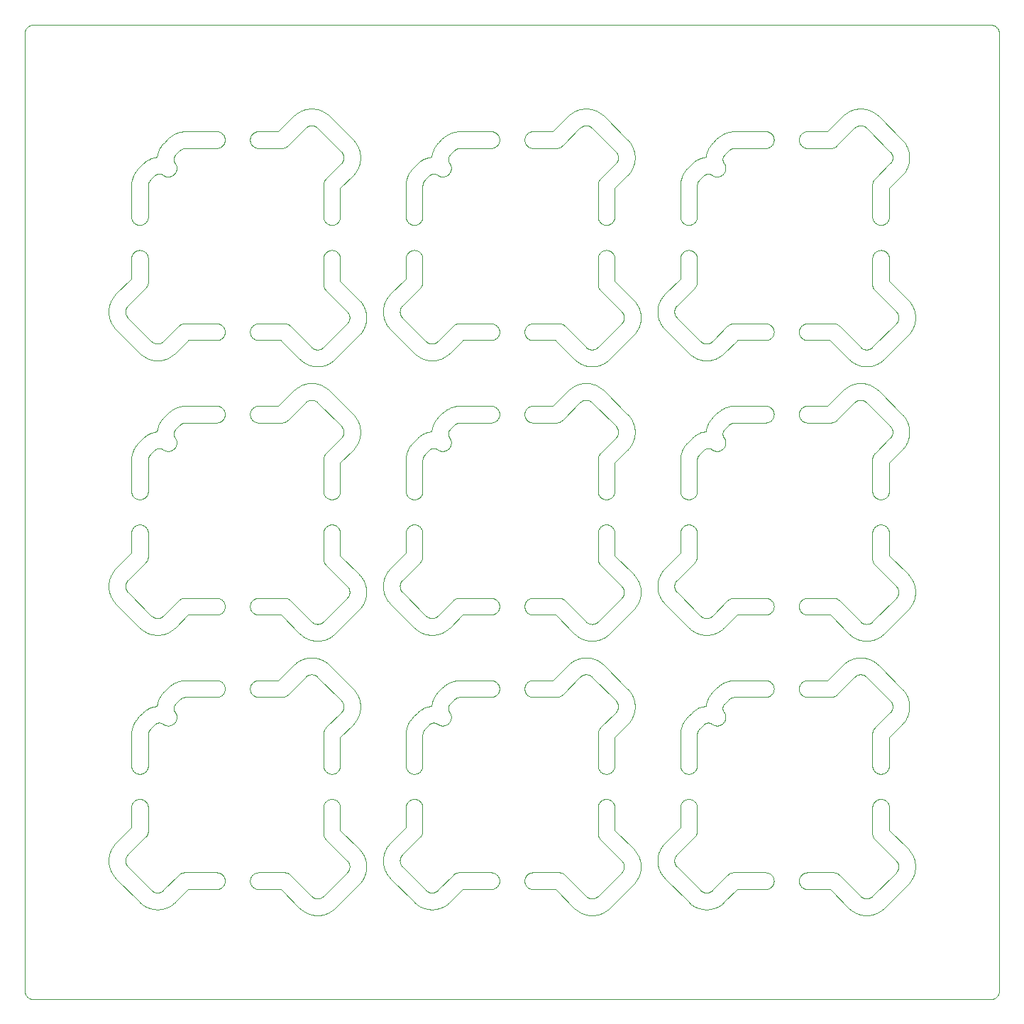
<source format=gbr>
G04 #@! TF.GenerationSoftware,KiCad,Pcbnew,9.0.0-rc2-3baa6cd791~182~ubuntu24.04.1*
G04 #@! TF.CreationDate,2025-02-06T23:06:31-05:00*
G04 #@! TF.ProjectId,PCA20073_Tiny_Board_Panel,50434132-3030-4373-935f-54696e795f42,rev?*
G04 #@! TF.SameCoordinates,PX5630ad8PY1312d00*
G04 #@! TF.FileFunction,Profile,NP*
%FSLAX46Y46*%
G04 Gerber Fmt 4.6, Leading zero omitted, Abs format (unit mm)*
G04 Created by KiCad (PCBNEW 9.0.0-rc2-3baa6cd791~182~ubuntu24.04.1) date 2025-02-06 23:06:31*
%MOMM*%
%LPD*%
G01*
G04 APERTURE LIST*
G04 #@! TA.AperFunction,Profile*
%ADD10C,0.100000*%
G04 #@! TD*
G04 APERTURE END LIST*
D10*
X89352605Y-13511207D02*
X89360988Y-13559519D01*
X72681326Y-16630159D02*
X72651575Y-16730595D01*
X50689193Y-104669685D02*
X50670449Y-104687945D01*
X93034246Y-37569009D02*
X92988498Y-37551362D01*
X69324876Y-72999236D02*
X69280990Y-73027736D01*
X50508471Y-17855196D02*
X50471475Y-17887125D01*
X23546245Y-70117341D02*
X23509116Y-70149368D01*
X103997792Y-67009849D02*
X103980317Y-66990441D01*
X59791441Y-69932158D02*
X59765209Y-69890732D01*
X92382614Y-101977297D02*
X92390997Y-101928986D01*
X17213696Y-105200246D02*
X17167071Y-105224002D01*
X45037099Y-100413040D02*
X45046223Y-100422407D01*
X106056282Y-66618377D02*
X106091248Y-66717119D01*
X38041260Y-81338957D02*
X38041260Y-81312837D01*
X81854498Y-83330765D02*
X81846033Y-83326546D01*
X80931212Y-37960185D02*
X80955392Y-37970200D01*
X68768546Y-73288839D02*
X68719694Y-73307592D01*
X65765602Y-10248721D02*
X65862380Y-10208634D01*
X40729553Y-35259905D02*
X40715881Y-35363760D01*
X59627891Y-102025962D02*
X59633893Y-101977297D01*
X18390671Y-12816073D02*
X18441226Y-12802528D01*
X51497715Y-78237395D02*
X51601582Y-78223725D01*
X34656650Y-42781578D02*
X34708333Y-42789764D01*
X100951237Y-71342970D02*
X100973143Y-71328744D01*
X79676460Y-23756407D02*
X79632662Y-23778453D01*
X105124063Y-14305795D02*
X105150226Y-14351112D01*
X80770449Y-37872900D02*
X80792355Y-37887126D01*
X68423749Y-84264971D02*
X68442256Y-84212079D01*
X10189884Y-65911263D02*
X10208637Y-65862411D01*
X56618269Y-79105657D02*
X56621876Y-79154558D01*
X101517267Y-73288839D02*
X101468415Y-73307592D01*
X81030363Y-50702883D02*
X81021336Y-50711447D01*
X77651931Y-66428472D02*
X77638256Y-66450788D01*
X23855163Y-101928972D02*
X23863546Y-101977283D01*
X59988322Y-78431342D02*
X60026977Y-78401175D01*
X71199933Y-68380781D02*
X71209055Y-68371416D01*
X35409496Y-42997458D02*
X35457300Y-43018741D01*
X34656650Y-75530315D02*
X34708333Y-75538501D01*
X81520920Y-103519632D02*
X81546470Y-103514201D01*
X30555876Y-37627704D02*
X30544137Y-37627416D01*
X89275886Y-101696740D02*
X89295757Y-101741567D01*
X96863215Y-79929708D02*
X96824325Y-79964727D01*
X71394086Y-35362487D02*
X71405354Y-35338863D01*
X36397636Y-40359896D02*
X36305579Y-40409879D01*
X82830665Y-50832455D02*
X82783003Y-50843252D01*
X81965129Y-70559011D02*
X81985031Y-70542013D01*
X45748414Y-27166969D02*
X45783926Y-27133158D01*
X99245136Y-77612713D02*
X99222135Y-77625202D01*
X47054475Y-105124099D02*
X46965160Y-105069366D01*
X49840079Y-18114092D02*
X49791221Y-18113025D01*
X56618269Y-46554759D02*
X56612267Y-46603423D01*
X80489098Y-15965491D02*
X80524450Y-15951629D01*
X67029762Y-104014872D02*
X67050061Y-104031310D01*
X103384554Y-49110631D02*
X103398229Y-49088315D01*
X42754198Y-99893797D02*
X42751460Y-99841541D01*
X101568805Y-92540203D02*
X101610231Y-92513971D01*
X14702282Y-93272923D02*
X14705889Y-93321823D01*
X50989166Y-12861999D02*
X51038943Y-12845826D01*
X18895879Y-14752321D02*
X18871032Y-14760394D01*
X42997424Y-68158222D02*
X42957339Y-68061444D01*
X50511158Y-16087830D02*
X50512185Y-16100875D01*
X82277788Y-72635452D02*
X82228022Y-72651622D01*
X32471000Y-76055043D02*
X32557329Y-75995711D01*
X69571993Y-26893564D02*
X69619835Y-26904307D01*
X12010602Y-99567226D02*
X12007186Y-99593174D01*
X12825053Y-27402443D02*
X12849222Y-27359780D01*
X79632662Y-59719020D02*
X79676460Y-59741066D01*
X66473391Y-44876477D02*
X66450770Y-44889537D01*
X80184908Y-63621423D02*
X80172432Y-63676063D01*
X434572Y-175841D02*
X375464Y-219678D01*
X83607022Y-17179247D02*
X83601326Y-17228516D01*
X33012002Y-40063710D02*
X32932348Y-39995679D01*
X102125821Y-23874368D02*
X102123846Y-23874368D01*
X66210725Y-42844187D02*
X66312583Y-42819733D01*
X63968961Y-101156993D02*
X64022807Y-101172506D01*
X97617315Y-10851158D02*
X97683796Y-10788070D01*
X104154086Y-100836314D02*
X104164709Y-100812452D01*
X47549119Y-84268778D02*
X47537665Y-84294376D01*
X35703435Y-56006404D02*
X35685788Y-55960656D01*
X31154653Y-47334367D02*
X31108023Y-47358126D01*
X44755904Y-66844463D02*
X44753174Y-66870440D01*
X78913540Y-89328825D02*
X78866982Y-89313444D01*
X48563746Y-80986871D02*
X48574625Y-80935687D01*
X103290691Y-16487591D02*
X103307689Y-16467690D01*
X56618269Y-102223786D02*
X56612267Y-102272451D01*
X68224444Y-38579993D02*
X68246013Y-38565168D01*
X70384783Y-52225305D02*
X70376686Y-52233810D01*
X80524450Y-81449103D02*
X80631447Y-81409475D01*
X71249071Y-34261112D02*
X71231596Y-34241704D01*
X33397637Y-105831206D02*
X33308322Y-105776473D01*
X45983888Y-59741066D02*
X46027686Y-59719020D01*
X10000587Y-34164557D02*
X10002741Y-34082311D01*
X79719123Y-59765234D02*
X79760549Y-59791467D01*
X23388949Y-101266997D02*
X23430375Y-101293230D01*
X79303454Y-89367031D02*
X79254553Y-89370638D01*
X51791734Y-101125644D02*
X51805735Y-101125250D01*
X102123831Y-26874368D02*
X102125806Y-26874368D01*
X36908243Y-72744416D02*
X36828589Y-72812447D01*
X43246959Y-32557352D02*
X43306290Y-32471024D01*
X14086224Y-39484060D02*
X14043890Y-39453303D01*
X101940396Y-73082469D02*
X101895078Y-73108633D01*
X71231578Y-34241685D02*
X71209059Y-34217954D01*
X33769727Y-42781578D02*
X33873583Y-42767905D01*
X34252438Y-44749764D02*
X34226275Y-44749079D01*
X81769316Y-40008788D02*
X81665460Y-40022461D01*
X92988500Y-80128534D02*
X92943673Y-80108664D01*
X42938605Y-98660000D02*
X42957358Y-98611148D01*
X48689501Y-83264210D02*
X48677041Y-83266119D01*
X23869548Y-13608183D02*
X23873155Y-13657084D01*
X23581758Y-79911976D02*
X23546246Y-79945787D01*
X35886180Y-23546254D02*
X35854153Y-23509125D01*
X69180217Y-56603909D02*
X69132375Y-56593166D01*
X33769727Y-10032841D02*
X33873583Y-10019168D01*
X100171647Y-104215192D02*
X100197097Y-104221302D01*
X104200928Y-67372558D02*
X104192857Y-67347716D01*
X93272879Y-103120070D02*
X93224215Y-103114068D01*
X30808136Y-14698216D02*
X30756089Y-14703684D01*
X105831175Y-36442946D02*
X105776444Y-36532262D01*
X80309992Y-18746067D02*
X80297851Y-18771278D01*
X46921274Y-72292129D02*
X46834945Y-72232797D01*
X78648520Y-59791467D02*
X78689946Y-59765234D01*
X103048788Y-56006408D02*
X103028917Y-56051234D01*
X67258375Y-44793962D02*
X67233280Y-44786529D01*
X27775439Y-14702294D02*
X27726775Y-14696292D01*
X70752537Y-16099765D02*
X70759298Y-16074535D01*
X35638190Y-27726782D02*
X35646573Y-27678470D01*
X13998087Y-56580088D02*
X13950830Y-56593166D01*
X36289824Y-59681503D02*
X36336383Y-59666122D01*
X89370597Y-46405821D02*
X89371801Y-46454852D01*
X81720521Y-103457648D02*
X81744383Y-103447024D01*
X14788933Y-84294401D02*
X14778225Y-84320253D01*
X102368556Y-59653044D02*
X102415813Y-59666122D01*
X92568398Y-36031303D02*
X92598565Y-35992648D01*
X68376483Y-96482075D02*
X68376089Y-96453992D01*
X67940387Y-71459681D02*
X67965482Y-71452248D01*
X50034282Y-50843252D02*
X49986149Y-50851706D01*
X81730028Y-17787194D02*
X81674532Y-17774316D01*
X68704098Y-76055043D02*
X68746432Y-76085800D01*
X55721999Y-14702292D02*
X55673098Y-14705899D01*
X40540096Y-68768558D02*
X40500010Y-68865335D01*
X81120323Y-17884339D02*
X81112459Y-17889594D01*
X106186049Y-101015913D02*
X106175170Y-101067097D01*
X71452207Y-34623821D02*
X71444136Y-34598979D01*
X45652409Y-56219208D02*
X45624176Y-56179119D01*
X92775697Y-80007983D02*
X92737042Y-79977816D01*
X72320584Y-82937866D02*
X72292084Y-82981751D01*
X38037150Y-15736920D02*
X38034420Y-15710943D01*
X34217938Y-103957825D02*
X34241669Y-103980344D01*
X46308230Y-92382655D02*
X46356894Y-92376653D01*
X56580063Y-36336399D02*
X56593141Y-36383656D01*
X97154730Y-68649743D02*
X97164848Y-68659305D01*
X81913327Y-83361698D02*
X81905029Y-83357160D01*
X82588800Y-50862829D02*
X82539942Y-50861762D01*
X37826712Y-15209472D02*
X37810274Y-15189172D01*
X80703603Y-15888354D02*
X80862022Y-15843024D01*
X35622664Y-38460340D02*
X35632021Y-38451225D01*
X102796707Y-27133159D02*
X102832219Y-27166970D01*
X35453795Y-38594233D02*
X35475701Y-38580007D01*
X98514323Y-75746195D02*
X98611101Y-75706108D01*
X50129022Y-83568077D02*
X50081944Y-83581192D01*
X13278965Y-89275927D02*
X13235167Y-89253881D01*
X18681202Y-47596645D02*
X18658890Y-47610319D01*
X101977249Y-89361029D02*
X101928938Y-89352646D01*
X10685025Y-65053658D02*
X10753055Y-64974004D01*
X69054300Y-40409879D02*
X69007675Y-40433635D01*
X82034982Y-50697005D02*
X81994885Y-50669045D01*
X100412990Y-45037124D02*
X100389257Y-45014603D01*
X100994756Y-71313890D02*
X101015887Y-71298537D01*
X10189867Y-35263856D02*
X10154901Y-35165113D01*
X12024902Y-33992594D02*
X12019472Y-34018143D01*
X59791443Y-36071392D02*
X59819677Y-36031303D01*
X92737044Y-35854169D02*
X92775699Y-35824002D01*
X34476834Y-73464632D02*
X34425151Y-73456446D01*
X23257658Y-37551349D02*
X23211910Y-37568996D01*
X81089223Y-50654896D02*
X81079254Y-50662612D01*
X89295757Y-36244093D02*
X89313403Y-36289840D01*
X50265625Y-83515165D02*
X50220972Y-83535024D01*
X106150717Y-35671479D02*
X106137174Y-35722023D01*
X67734403Y-71495076D02*
X67760495Y-71493022D01*
X50542089Y-15816312D02*
X50538373Y-15828858D01*
X72375342Y-79803269D02*
X72401505Y-79848586D01*
X104164706Y-100023118D02*
X104154083Y-99999257D01*
X47259218Y-27278265D02*
X47287451Y-27318354D01*
X39453305Y-46792669D02*
X39484062Y-46835002D01*
X45859710Y-56426509D02*
X45821055Y-56396342D01*
X70376112Y-88372833D02*
X70374909Y-88421863D01*
X84224310Y-14822332D02*
X84201314Y-14834819D01*
X100954742Y-10270004D02*
X101049289Y-10315101D01*
X79154516Y-89370638D02*
X79105615Y-89367031D01*
X98940397Y-105857370D02*
X98895079Y-105831206D01*
X50568929Y-48491300D02*
X50563922Y-48503389D01*
X42762421Y-66674365D02*
X42767891Y-66622325D01*
X83277260Y-48615625D02*
X83271830Y-48641174D01*
X50788042Y-50216055D02*
X50768135Y-50261482D01*
X103273192Y-47898539D02*
X103250674Y-47874809D01*
X81720521Y-70708911D02*
X81744383Y-70698287D01*
X47978984Y-103340167D02*
X48000115Y-103355520D01*
X38667264Y-34525644D02*
X38656641Y-34501783D01*
X40639727Y-99616059D02*
X40653270Y-99666603D01*
X35063777Y-38738130D02*
X35089576Y-38734044D01*
X48021728Y-37872900D02*
X48043634Y-37887126D01*
X18469973Y-68577449D02*
X18515695Y-68545005D01*
X50579563Y-48467414D02*
X50568940Y-48491276D01*
X39970613Y-47927857D02*
X39981492Y-47979041D01*
X60622089Y-103124881D02*
X60573059Y-103123678D01*
X60194953Y-78300494D02*
X60239780Y-78280624D01*
X38656644Y-35338840D02*
X38667267Y-35314978D01*
X227238Y-115880431D02*
X235214Y-115889679D01*
X67381452Y-40735038D02*
X67329411Y-40729568D01*
X103435685Y-81768066D02*
X103446953Y-81744444D01*
X51669715Y-14744882D02*
X51644625Y-14752313D01*
X37979551Y-81671921D02*
X37988288Y-81647250D01*
X81438209Y-50515333D02*
X81428834Y-50516587D01*
X30690723Y-14706765D02*
X30664582Y-14707106D01*
X14367052Y-16323788D02*
X14407087Y-16292798D01*
X84650540Y-80205601D02*
X84624451Y-80206966D01*
X106213319Y-99974322D02*
X106226992Y-100078177D01*
X60622093Y-12707105D02*
X62999889Y-12707106D01*
X14564462Y-81683859D02*
X14717409Y-81593823D01*
X14651166Y-48882591D02*
X14750928Y-48827218D01*
X15760612Y-15774342D02*
X15771680Y-15773227D01*
X97926108Y-10588326D02*
X97968442Y-10557569D01*
X50689193Y-39172211D02*
X50670449Y-39190471D01*
X68649745Y-31657287D02*
X68612386Y-31615485D01*
X42857717Y-98908944D02*
X42887468Y-98808508D01*
X79839293Y-92598605D02*
X79876422Y-92630632D01*
X103467624Y-81696330D02*
X103476984Y-81671945D01*
X48289569Y-105525405D02*
X48237528Y-105519935D01*
X72451462Y-49962442D02*
X72401480Y-50054498D01*
X46883941Y-89275927D02*
X46839114Y-89295797D01*
X83260904Y-81467654D02*
X83259878Y-81480699D01*
X93175908Y-35646603D02*
X93224220Y-35638220D01*
X80862022Y-15843024D02*
X80911033Y-15830334D01*
X69426116Y-26875572D02*
X69475017Y-26879179D01*
X68515137Y-96975911D02*
X68488016Y-96926844D01*
X16630142Y-72681373D02*
X16579597Y-72694916D01*
X16045018Y-17760645D02*
X16026021Y-17760645D01*
X10189884Y-33162526D02*
X10208637Y-33113674D01*
X39484062Y-14086265D02*
X39543392Y-14172594D01*
X76285510Y-64935118D02*
X76348596Y-64868639D01*
X92414818Y-79495573D02*
X92401740Y-79448316D01*
X12710243Y-84549590D02*
X12713388Y-84493620D01*
X50538380Y-48990933D02*
X50542096Y-49003479D01*
X38500350Y-99758586D02*
X38482875Y-99739178D01*
X101408118Y-97164970D02*
X101398466Y-97154761D01*
X83589631Y-49631980D02*
X83598647Y-49680751D01*
X71920928Y-46465114D02*
X71939205Y-46483876D01*
X103485735Y-48255806D02*
X103476999Y-48231135D01*
X67551535Y-104239027D02*
X67577512Y-104241757D01*
X27630619Y-70346205D02*
X27583362Y-70333127D01*
X47460925Y-51843134D02*
X47458567Y-51871078D01*
X33534562Y-45014602D02*
X33510829Y-45037124D01*
X42762421Y-99423102D02*
X42767891Y-99371062D01*
X33411459Y-75606467D02*
X33462004Y-75592924D01*
X68515137Y-31478437D02*
X68488016Y-31429370D01*
X12007183Y-66844463D02*
X12004453Y-66870440D01*
X89366990Y-13806022D02*
X89360988Y-13854686D01*
X27070955Y-45859738D02*
X27101122Y-45821083D01*
X15488807Y-72771198D02*
X15384951Y-72757525D01*
X100234602Y-73491993D02*
X100130173Y-73483775D01*
X78532647Y-23615578D02*
X78497135Y-23581767D01*
X15645277Y-72784886D02*
X15540848Y-72776668D01*
X51624761Y-101144465D02*
X51680032Y-101135071D01*
X56618269Y-36528474D02*
X56621876Y-36577374D01*
X40688602Y-99819643D02*
X40707692Y-99922640D01*
X80468501Y-18515863D02*
X80449857Y-18536728D01*
X79458227Y-39389534D02*
X79417561Y-39356603D01*
X92373005Y-79254598D02*
X92371801Y-79205567D01*
X98325347Y-75836331D02*
X98371972Y-75812575D01*
X14305754Y-105124099D02*
X14216439Y-105069366D01*
X18112823Y-17129756D02*
X18109580Y-17179247D01*
X79205522Y-26874368D02*
X79254553Y-26875572D01*
X67838322Y-38734039D02*
X67864057Y-38729270D01*
X83416588Y-81994897D02*
X83433850Y-82018588D01*
X67629767Y-71496446D02*
X67655930Y-71497131D01*
X96771560Y-35675042D02*
X96824452Y-35693549D01*
X71496412Y-34881035D02*
X71495044Y-34854951D01*
X60379345Y-35657346D02*
X60427187Y-35646603D01*
X38016699Y-16049035D02*
X38022129Y-16023486D01*
X79303454Y-56618294D02*
X79254553Y-56621901D01*
X69038545Y-26932766D02*
X69085104Y-26917385D01*
X10588326Y-65177428D02*
X10652094Y-65094323D01*
X23873155Y-46405821D02*
X23874359Y-46454852D01*
X99884260Y-104091721D02*
X99906576Y-104105396D01*
X92737042Y-47229079D02*
X92699914Y-47197052D01*
X100763790Y-71435415D02*
X100788175Y-71426054D01*
X14216439Y-105069366D02*
X14172553Y-105040866D01*
X51823582Y-80211755D02*
X51797638Y-80215169D01*
X17848380Y-49136266D02*
X17854623Y-49147765D01*
X48459652Y-70783183D02*
X48485629Y-70785913D01*
X10019170Y-99371062D02*
X10032843Y-99267207D01*
X101187971Y-43137577D02*
X101233289Y-43163741D01*
X39832983Y-47477659D02*
X39851734Y-47526510D01*
X32932348Y-39995679D02*
X32893461Y-39960665D01*
X65484569Y-75886314D02*
X65576626Y-75836331D01*
X26950404Y-13323804D02*
X26970274Y-13278977D01*
X33553992Y-12248370D02*
X33534581Y-12265848D01*
X27446231Y-80108664D02*
X27402433Y-80086618D01*
X93080806Y-47412825D02*
X93034248Y-47397444D01*
X59633893Y-13559521D02*
X59642276Y-13511210D01*
X50623282Y-81930346D02*
X50637508Y-81952252D01*
X33308322Y-105776473D02*
X33264436Y-105747973D01*
X70317701Y-60285554D02*
X70333081Y-60332113D01*
X72138228Y-17696043D02*
X72105297Y-17736708D01*
X34525653Y-104164766D02*
X34549833Y-104174781D01*
X34147802Y-44751134D02*
X34121710Y-44753188D01*
X17188939Y-83606532D02*
X17140210Y-83610243D01*
X82848513Y-72375362D02*
X82803195Y-72401526D01*
X40653270Y-99666603D02*
X40677723Y-99768460D01*
X92382614Y-36479823D02*
X92390997Y-36431512D01*
X14708273Y-19150335D02*
X14707290Y-19185370D01*
X96041555Y-103124889D02*
X93370810Y-103124881D01*
X47537654Y-84294401D02*
X47526946Y-84320253D01*
X93370816Y-68376144D02*
X96453906Y-68376153D01*
X92467716Y-13278977D02*
X92489762Y-13235180D01*
X93224215Y-70365331D02*
X93175903Y-70356948D01*
X79671182Y-81983058D02*
X79699042Y-81958222D01*
X97069095Y-101326198D02*
X97112912Y-101361128D01*
X104105365Y-100928925D02*
X104118425Y-100906305D01*
X14480330Y-92737083D02*
X14510497Y-92775739D01*
X105443603Y-47826001D02*
X105468055Y-47927857D01*
X67673635Y-77794986D02*
X67664278Y-77785870D01*
X99222112Y-44876477D02*
X99199491Y-44889537D01*
X103324154Y-80706946D02*
X103307716Y-80686646D01*
X72719323Y-16477758D02*
X72694869Y-16579615D01*
X56330480Y-78497177D02*
X56364290Y-78532689D01*
X80007939Y-23470471D02*
X79977772Y-23509127D01*
X37223494Y-89175247D02*
X37183405Y-89203481D01*
X83110377Y-72202040D02*
X83068043Y-72232797D01*
X46027686Y-56527190D02*
X45983888Y-56505144D01*
X102639408Y-27016498D02*
X102680834Y-27042731D01*
X10041029Y-33718051D02*
X10060119Y-33615054D01*
X19153212Y-78204915D02*
X19179309Y-78204574D01*
X67580844Y-44963621D02*
X67560080Y-44947688D01*
X75995651Y-68617772D02*
X75967153Y-68573886D01*
X64114494Y-79929708D02*
X64075604Y-79964727D01*
X79911934Y-56330504D02*
X79876422Y-56364315D01*
X79803196Y-105124099D02*
X79713881Y-105069366D01*
X26950403Y-69759444D02*
X26932757Y-69713697D01*
X78913540Y-23831351D02*
X78866982Y-23815970D01*
X12231337Y-66322696D02*
X12214900Y-66342995D01*
X42748719Y-66935763D02*
X42751462Y-66831048D01*
X56621876Y-36677411D02*
X56618269Y-36726312D01*
X68668712Y-89079240D02*
X68634901Y-89043728D01*
X103536648Y-81260511D02*
X103534594Y-81234420D01*
X70698239Y-48158612D02*
X70686972Y-48134989D01*
X33820766Y-40540102D02*
X33723988Y-40500015D01*
X68376098Y-93370851D02*
X68377301Y-93321821D01*
X67092789Y-75500215D02*
X67145045Y-75502954D01*
X50815676Y-49536080D02*
X50829483Y-49583717D01*
X104130938Y-35385783D02*
X104142796Y-35362510D01*
X42789742Y-67457065D02*
X42781556Y-67405382D01*
X27446231Y-14611190D02*
X27402433Y-14589144D01*
X93034250Y-35685804D02*
X93080809Y-35670424D01*
X99541325Y-44763434D02*
X99515590Y-44768203D01*
X13035205Y-56364315D02*
X12999693Y-56330504D01*
X88567694Y-103105671D02*
X88519382Y-103114054D01*
X68678917Y-64436307D02*
X68659397Y-64416233D01*
X100050236Y-42767905D02*
X100154092Y-42781578D01*
X17762437Y-48836567D02*
X17763464Y-48849612D01*
X51570096Y-68408207D02*
X51624754Y-68395729D01*
X35828710Y-18469962D02*
X35863640Y-18426145D01*
X19023061Y-47470526D02*
X18997331Y-47475294D01*
X46970402Y-23732239D02*
X46927739Y-23756407D01*
X105519879Y-15488838D02*
X105525348Y-15540879D01*
X100176102Y-12115227D02*
X100152829Y-12103369D01*
X40278991Y-66057086D02*
X40333722Y-66146401D01*
X14611178Y-27446241D02*
X14631048Y-27491067D01*
X13854676Y-56612292D02*
X13806012Y-56618294D01*
X102759578Y-92598606D02*
X102796707Y-92630633D01*
X18101205Y-49680751D02*
X18107790Y-49729909D01*
X80204137Y-63440491D02*
X80203744Y-63454451D01*
X105400296Y-82228069D02*
X105384125Y-82277835D01*
X35628193Y-51791752D02*
X35631342Y-51735804D01*
X88421819Y-47454636D02*
X88372788Y-47455839D01*
X50563932Y-81813875D02*
X50568939Y-81825964D01*
X68992811Y-56547060D02*
X68947984Y-56527190D01*
X35627799Y-84554462D02*
X35628193Y-84540489D01*
X55914072Y-70333113D02*
X55866815Y-70346191D01*
X82376532Y-105349222D02*
X82277788Y-105384189D01*
X105493122Y-98429854D02*
X105561149Y-98509505D01*
X97164848Y-35910568D02*
X97185126Y-35930280D01*
X81693145Y-83275615D02*
X81640185Y-83266123D01*
X17801446Y-48540182D02*
X17793375Y-48565024D01*
X99155203Y-44917480D02*
X99133634Y-44932305D01*
X99567149Y-12010606D02*
X99541350Y-12014692D01*
X51595037Y-47517884D02*
X51570647Y-47527246D01*
X60475494Y-103114068D02*
X60427182Y-103105685D01*
X102928236Y-56219210D02*
X102898069Y-56257865D01*
X89253840Y-78732651D02*
X89275886Y-78776449D01*
X67812498Y-71486867D02*
X67838297Y-71482781D01*
X10041021Y-67457065D02*
X10032835Y-67405382D01*
X100705302Y-73483775D02*
X100600873Y-73491993D01*
X80138379Y-31034145D02*
X80116930Y-31085925D01*
X83014346Y-50766428D02*
X82969693Y-50786287D01*
X34501767Y-38656657D02*
X34525629Y-38667281D01*
X39652759Y-82803235D02*
X39626595Y-82848552D01*
X33501453Y-45046258D02*
X31393999Y-47153712D01*
X68741340Y-59849867D02*
X68779995Y-59819700D01*
X67019690Y-106175214D02*
X66917832Y-106150760D01*
X92630592Y-68704256D02*
X92664403Y-68668744D01*
X81639307Y-80135373D02*
X81687199Y-80057216D01*
X38482879Y-68347658D02*
X38500356Y-68328247D01*
X70501944Y-47874800D02*
X70492820Y-47865433D01*
X37810264Y-81965144D02*
X37826701Y-81944845D01*
X59623080Y-36626420D02*
X59624284Y-36577389D01*
X48765223Y-50509704D02*
X48752634Y-50510343D01*
X44763413Y-66792665D02*
X44759327Y-66818463D01*
X89229672Y-46970428D02*
X89203439Y-47011854D01*
X15482384Y-37979580D02*
X15507056Y-37988316D01*
X68287972Y-71282573D02*
X68308271Y-71266135D01*
X56219183Y-47259244D02*
X56179094Y-47287477D01*
X92373005Y-13757124D02*
X92371801Y-13708093D01*
X27775437Y-103120070D02*
X27726773Y-103114068D01*
X89203439Y-78648562D02*
X89229672Y-78689988D01*
X79448272Y-26904307D02*
X79495529Y-26917385D01*
X12875455Y-92815828D02*
X12903688Y-92775739D01*
X82803195Y-72401526D02*
X82711138Y-72451509D01*
X39626621Y-47054532D02*
X39652784Y-47099849D01*
X35014918Y-42857730D02*
X35115356Y-42887481D01*
X65765602Y-75746195D02*
X65862380Y-75706108D01*
X99112488Y-42808853D02*
X99215486Y-42789764D01*
X27318346Y-68544505D02*
X27359772Y-68518273D01*
X81037244Y-83445300D02*
X81030304Y-83451486D01*
X48537884Y-38040602D02*
X48564047Y-38041287D01*
X78821234Y-59699150D02*
X78866982Y-59681503D01*
X14090393Y-92447887D02*
X14135220Y-92467757D01*
X60573064Y-101126085D02*
X60622095Y-101124881D01*
X45514211Y-60285552D02*
X45531858Y-60239804D01*
X83269436Y-81402828D02*
X83265351Y-81428626D01*
X68602874Y-23509125D02*
X68572707Y-23470470D01*
X34699680Y-38723834D02*
X34725230Y-38729265D01*
X65765602Y-42997458D02*
X65862380Y-42957371D01*
X46465074Y-71920948D02*
X43618115Y-69073989D01*
X77512134Y-34043928D02*
X77508048Y-34069726D01*
X46883941Y-56527190D02*
X46839114Y-56547060D01*
X97185126Y-101427754D02*
X99706000Y-103948687D01*
X23021942Y-47445027D02*
X22973278Y-47451029D01*
X104154072Y-34501759D02*
X104142804Y-34478136D01*
X67864082Y-38729265D02*
X67889632Y-38723834D01*
X49504453Y-18056958D02*
X49458790Y-18039546D01*
X60239780Y-78280624D02*
X60285528Y-78262977D01*
X51322135Y-14921998D02*
X51301833Y-14938441D01*
X15945920Y-70783180D02*
X15971868Y-70779764D01*
X23302488Y-35723309D02*
X23346286Y-35745355D01*
X71231600Y-35598921D02*
X71249077Y-35579510D01*
X68515137Y-64227174D02*
X68488016Y-64178107D01*
X84676751Y-78204574D02*
X88372789Y-78204576D01*
X23509117Y-14480340D02*
X23470462Y-14510507D01*
X48577951Y-17789521D02*
X48568945Y-17792409D01*
X35823974Y-60027000D02*
X35854140Y-59988345D01*
X79940571Y-72451509D02*
X79848514Y-72401526D01*
X104669649Y-13716377D02*
X104687926Y-13735139D01*
X35475723Y-104077467D02*
X35497292Y-104062642D01*
X50531599Y-48602876D02*
X50528545Y-48615599D01*
X70356902Y-60427212D02*
X70365285Y-60475524D01*
X100130173Y-106232512D02*
X100078132Y-106227042D01*
X30911021Y-14679150D02*
X30859831Y-14690030D01*
X46092784Y-82841371D02*
X46127734Y-82797541D01*
X67131190Y-44763429D02*
X67105391Y-44759343D01*
X12933855Y-59988346D02*
X12965883Y-59951218D01*
X105400311Y-47675019D02*
X105430060Y-47775456D01*
X43218459Y-65349974D02*
X43246959Y-65306089D01*
X81096835Y-17900468D02*
X81089177Y-17906018D01*
X12140805Y-100221838D02*
X12154480Y-100244153D01*
X102462386Y-89313444D02*
X102415827Y-89328825D01*
X47561271Y-18746067D02*
X47549130Y-18771278D01*
X80574670Y-72694916D02*
X80524125Y-72681373D01*
X34431800Y-104118482D02*
X34454801Y-104130971D01*
X70346159Y-93128107D02*
X70356902Y-93175949D01*
X14172553Y-39543392D02*
X14086224Y-39484060D01*
X88709353Y-47397442D02*
X88662795Y-47412823D01*
X16556599Y-79597675D02*
X17080323Y-79073989D01*
X100391574Y-40748737D02*
X100286858Y-40745995D01*
X83263642Y-16126904D02*
X83265350Y-16139877D01*
X67405371Y-10032841D02*
X67457054Y-10041027D01*
X97164848Y-68659305D02*
X97185126Y-68679017D01*
X101128787Y-18987033D02*
X101135066Y-18931350D01*
X100230872Y-106240437D02*
X100130173Y-106232512D01*
X56006381Y-12783147D02*
X56051208Y-12803018D01*
X81363473Y-83277610D02*
X81351269Y-83280770D01*
X79495529Y-23831351D02*
X79448272Y-23844429D01*
X98054771Y-10498237D02*
X98098657Y-10469737D01*
X55818973Y-103105671D02*
X55770661Y-103114054D01*
X27536807Y-45514240D02*
X27583365Y-45498859D01*
X48708013Y-40038888D02*
X48603297Y-40041630D01*
X65862380Y-10208634D02*
X65911232Y-10189881D01*
X26950404Y-79587880D02*
X26932757Y-79542132D01*
X56527165Y-36199266D02*
X56547036Y-36244093D01*
X26875563Y-36577389D02*
X26879170Y-36528488D01*
X67070867Y-71298537D02*
X67091998Y-71313890D01*
X93175906Y-78223775D02*
X93224218Y-78215392D01*
X93080807Y-78247596D02*
X93128064Y-78234518D01*
X30251193Y-12707106D02*
X30262932Y-12706818D01*
X48436643Y-81278638D02*
X48487011Y-81273516D01*
X55914074Y-47412823D02*
X55866817Y-47425900D01*
X102415827Y-89328825D02*
X102368570Y-89341903D01*
X102720936Y-23677773D02*
X102680847Y-23706007D01*
X47455813Y-63412314D02*
X47455416Y-63440491D01*
X69695851Y-72709403D02*
X69656964Y-72744416D01*
X78247551Y-55914099D02*
X78234474Y-55866842D01*
X80172427Y-63676085D02*
X80156908Y-63729940D01*
X38748377Y-34907225D02*
X38747692Y-34881061D01*
X48708013Y-105536362D02*
X48603297Y-105539104D01*
X80247871Y-51650953D02*
X80240125Y-51677841D01*
X78285993Y-51246227D02*
X78314025Y-51137555D01*
X70770854Y-48382096D02*
X70765423Y-48356547D01*
X81902873Y-37858046D02*
X81924004Y-37842693D01*
X26885172Y-69228560D02*
X26893555Y-69180249D01*
X38037150Y-48485657D02*
X38034420Y-48459680D01*
X23165353Y-80161560D02*
X23118096Y-80174637D01*
X50684721Y-15553592D02*
X50668284Y-15573891D01*
X23070255Y-45475035D02*
X23118097Y-45485779D01*
X55866818Y-45485779D02*
X55914075Y-45498856D01*
X51262463Y-47721708D02*
X51238960Y-47744015D01*
X19126983Y-47458231D02*
X19100895Y-47460283D01*
X48305788Y-38003845D02*
X48331018Y-38010605D01*
X79915278Y-16286101D02*
X80008926Y-16220919D01*
X81299498Y-17798110D02*
X81290456Y-17800884D01*
X44786506Y-33941864D02*
X44779745Y-33967094D01*
X101383610Y-92699954D02*
X101417420Y-92664441D01*
X92540163Y-45899827D02*
X92568397Y-45859738D01*
X89175206Y-36031290D02*
X89203440Y-36071379D01*
X48274839Y-83457965D02*
X47753902Y-83977555D01*
X38656644Y-100836314D02*
X38667267Y-100812452D01*
X40036121Y-48760310D02*
X40027901Y-48864738D01*
X17911565Y-81081788D02*
X17896213Y-81102920D01*
X40022431Y-48916778D02*
X40008758Y-49020633D01*
X18852861Y-12726251D02*
X18904913Y-12720783D01*
X35735847Y-10415004D02*
X35825162Y-10469737D01*
X48065994Y-37900829D02*
X48088615Y-37913889D01*
X45455813Y-95748659D02*
X45455813Y-93370854D01*
X16730580Y-72651622D02*
X16630142Y-72681373D01*
X80373921Y-72635452D02*
X80275177Y-72600485D01*
X106213319Y-34476848D02*
X106226992Y-34580703D01*
X89079201Y-12999703D02*
X89113011Y-13035215D01*
X12053308Y-34534560D02*
X12062044Y-34559231D01*
X34343299Y-38565168D02*
X34364868Y-38579993D01*
X51264423Y-68545001D02*
X51311892Y-68515171D01*
X92371801Y-102123894D02*
X92373005Y-102074863D01*
X38620995Y-100906282D02*
X38633484Y-100883280D01*
X92401740Y-46212105D02*
X92414818Y-46164848D01*
X27239599Y-70149381D02*
X27202471Y-70117353D01*
X77625170Y-66473453D02*
X77612681Y-66496454D01*
X101361104Y-18426119D02*
X101398434Y-18384327D01*
X42781564Y-99267207D02*
X42789750Y-99215525D01*
X23615569Y-45783952D02*
X23647596Y-45821081D01*
X15294935Y-103384614D02*
X15317251Y-103398289D01*
X71313858Y-99840766D02*
X71298506Y-99819635D01*
X49207151Y-17891660D02*
X49196805Y-17884459D01*
X35823986Y-23470470D02*
X35795752Y-23430381D01*
X70591387Y-16426565D02*
X70606740Y-16405434D01*
X80647247Y-103273255D02*
X80666658Y-103290733D01*
X104174733Y-100047323D02*
X104164717Y-100023143D01*
X92699914Y-12965895D02*
X92737043Y-12933868D01*
X48065994Y-103398303D02*
X48088615Y-103411363D01*
X59819676Y-13111001D02*
X59849843Y-13072346D01*
X105223962Y-47238531D02*
X105269057Y-47333078D01*
X78648520Y-92540204D02*
X78689946Y-92513971D01*
X101190989Y-18714573D02*
X101212431Y-18662801D01*
X23430373Y-47287477D02*
X23388947Y-47313710D01*
X34118566Y-40639743D02*
X34018128Y-40609992D01*
X93080809Y-68419161D02*
X93128066Y-68406083D01*
X70280196Y-88799971D02*
X70258150Y-88843769D01*
X47455813Y-30663577D02*
X47455416Y-30691754D01*
X99828112Y-12007183D02*
X99802135Y-12004453D01*
X40191173Y-102159950D02*
X40160417Y-102202284D01*
X35745338Y-27402441D02*
X35769507Y-27359778D01*
X77499837Y-99776066D02*
X77501891Y-99802157D01*
X84624425Y-80206968D02*
X84598337Y-80209020D01*
X37368600Y-23546256D02*
X37334790Y-23581769D01*
X51498890Y-47559195D02*
X51475612Y-47571056D01*
X66057043Y-40278999D02*
X66013157Y-40250499D01*
X89352605Y-69180235D02*
X89360988Y-69228546D01*
X77508046Y-67105423D02*
X77512132Y-67131221D01*
X78251623Y-84159689D02*
X78273518Y-84049617D01*
X39995692Y-102405710D02*
X39960679Y-102444597D01*
X43536789Y-97683855D02*
X43599875Y-97617376D01*
X23647597Y-68741372D02*
X23677764Y-68780027D01*
X77794953Y-100422416D02*
X80614119Y-103241582D01*
X99666553Y-73402023D02*
X99616008Y-73388480D01*
X77666176Y-34768629D02*
X77681000Y-34790199D01*
X18056948Y-17420959D02*
X18039321Y-17467318D01*
X82376532Y-39851748D02*
X82277788Y-39886715D01*
X75652343Y-67913850D02*
X75636174Y-67864084D01*
X47425874Y-93128105D02*
X47436618Y-93175947D01*
X68668699Y-59915704D02*
X68704211Y-59881894D01*
X17759750Y-83352670D02*
X17722754Y-83384599D01*
X72730203Y-16426575D02*
X72719323Y-16477758D01*
X99051434Y-12248370D02*
X99032023Y-12265848D01*
X56527165Y-79632704D02*
X56505119Y-79676502D01*
X17351071Y-72375362D02*
X17305753Y-72401526D01*
X50555759Y-78543445D02*
X50602392Y-78519683D01*
X99905671Y-77516940D02*
X99879936Y-77512171D01*
X15384951Y-72757525D02*
X15333268Y-72749339D01*
X46554733Y-23869557D02*
X46505832Y-23873164D01*
X40743240Y-67852174D02*
X40735022Y-67956602D01*
X34433804Y-44773639D02*
X34408254Y-44768208D01*
X75812523Y-35551835D02*
X75767428Y-35457288D01*
X18240445Y-78359473D02*
X18290222Y-78343300D01*
X27278257Y-101321476D02*
X27318346Y-101293242D01*
X80185339Y-23070263D02*
X80174595Y-23118105D01*
X103514141Y-16049035D02*
X103519571Y-16023486D01*
X38594217Y-67135548D02*
X38579991Y-67113642D01*
X27446232Y-78300494D02*
X27491059Y-78280624D01*
X30565046Y-37636076D02*
X30556541Y-37627979D01*
X27491058Y-47379797D02*
X27446231Y-47359927D01*
X50032692Y-13392212D02*
X50073364Y-13359272D01*
X92401740Y-13463368D02*
X92414818Y-13416111D01*
X35863660Y-97112953D02*
X35828703Y-97069122D01*
X18113607Y-82577639D02*
X18112823Y-82627230D01*
X34915548Y-12288387D02*
X34891815Y-12265866D01*
X70662590Y-15339908D02*
X70649530Y-15317288D01*
X68649745Y-64406024D02*
X68612386Y-64364222D01*
X23470464Y-101321464D02*
X23509119Y-101351631D01*
X16074528Y-103508079D02*
X16099758Y-103501319D01*
X101468415Y-40558855D02*
X101369671Y-40593822D01*
X23070254Y-80185381D02*
X23021942Y-80193764D01*
X12115227Y-99245214D02*
X12103369Y-99268487D01*
X23863546Y-36479809D02*
X23869548Y-36528474D01*
X14221681Y-23732239D02*
X14179018Y-23756407D01*
X106056282Y-99367114D02*
X106091248Y-99465856D01*
X36383640Y-26904307D02*
X36431482Y-26893564D01*
X68719694Y-106056329D02*
X68620950Y-106091296D01*
X14521497Y-81710639D02*
X14564462Y-81683859D01*
X18767496Y-68423732D02*
X18821368Y-68408209D01*
X77512136Y-99879984D02*
X77516905Y-99905718D01*
X27070955Y-78608475D02*
X27101122Y-78569820D01*
X26992320Y-46927767D02*
X26970274Y-46883969D01*
X84112792Y-80388152D02*
X84091657Y-80403509D01*
X83269445Y-48914464D02*
X83271830Y-48927329D01*
X101351595Y-23509125D02*
X101321428Y-23470470D01*
X80465841Y-48724120D02*
X80512366Y-48704155D01*
X79205522Y-59623105D02*
X79254553Y-59624309D01*
X99802109Y-12004451D02*
X99776017Y-12002397D01*
X103114020Y-88519428D02*
X103105637Y-88567740D01*
X49072278Y-40000602D02*
X49020595Y-40008788D01*
X101833825Y-92414859D02*
X101881082Y-92401781D01*
X14956857Y-48729424D02*
X14991656Y-48714228D01*
X50616404Y-15649380D02*
X50603344Y-15672001D01*
X40707692Y-67173903D02*
X40715877Y-67225585D01*
X33941818Y-44786529D02*
X33916723Y-44793962D01*
X64935075Y-10788070D02*
X64973962Y-10753057D01*
X47455813Y-19199405D02*
X47455813Y-22875356D01*
X63413303Y-47455843D02*
X60622092Y-47455842D01*
X99008262Y-77785870D02*
X98998905Y-77794986D01*
X72757479Y-81769370D02*
X72749293Y-81821052D01*
X115889629Y-235214D02*
X115880381Y-227238D01*
X59741041Y-13235180D02*
X59765209Y-13192516D01*
X89341862Y-13950840D02*
X89328784Y-13998097D01*
X15386237Y-70687009D02*
X15409860Y-70698276D01*
X32225241Y-76250531D02*
X32304895Y-76182500D01*
X46092784Y-50092634D02*
X46127734Y-50048804D01*
X987742Y-602D02*
X914240Y-4213D01*
X37938239Y-80883702D02*
X37926382Y-80860429D01*
X70621593Y-49132559D02*
X70635819Y-49110653D01*
X70117321Y-56294993D02*
X70083511Y-56330506D01*
X106243294Y-100544907D02*
X106240388Y-100604645D01*
X72600455Y-14777773D02*
X72635421Y-14876516D01*
X14777735Y-72600485D02*
X14728883Y-72581732D01*
X16301744Y-83307292D02*
X16250832Y-83289889D01*
X14423993Y-31374405D02*
X14404112Y-31394862D01*
X88799929Y-45551755D02*
X88843727Y-45573801D01*
X99616008Y-40639743D02*
X99515570Y-40609992D01*
X82662863Y-13495279D02*
X82701755Y-13460255D01*
X45765052Y-17865517D02*
X45816560Y-17765807D01*
X98187972Y-10415004D02*
X98233290Y-10388840D01*
X72635404Y-49529098D02*
X72600438Y-49627840D01*
X55624071Y-35627393D02*
X55673101Y-35628596D01*
X88967904Y-47259244D02*
X88927815Y-47287477D01*
X69132375Y-23844429D02*
X69085117Y-23831351D01*
X37183405Y-89203481D02*
X37141979Y-89229713D01*
X104238974Y-100300278D02*
X104235558Y-100274329D01*
X56580063Y-69085136D02*
X56593141Y-69132393D01*
X101200877Y-23257667D02*
X101183230Y-23211919D01*
X104241711Y-100509263D02*
X104243764Y-100483171D01*
X45531858Y-27491067D02*
X45551728Y-27446241D01*
X89366990Y-46356920D02*
X89370597Y-46405821D01*
X69577310Y-105561184D02*
X69536644Y-105594115D01*
X38451212Y-35632044D02*
X38460334Y-35622679D01*
X102596745Y-59741066D02*
X102639408Y-59765235D01*
X88843728Y-35745355D02*
X88886391Y-35769523D01*
X40096650Y-69536652D02*
X40063721Y-69577318D01*
X16849337Y-50833722D02*
X16802191Y-50820854D01*
X78204246Y-95760423D02*
X78204534Y-95748684D01*
X17946746Y-15541009D02*
X17936017Y-15553572D01*
X84247611Y-47559195D02*
X84224333Y-47571056D01*
X37960153Y-48182497D02*
X37949529Y-48158635D01*
X101351582Y-92737082D02*
X101383610Y-92699954D01*
X49986149Y-18102969D02*
X49937660Y-18109058D01*
X10388817Y-35690517D02*
X10338836Y-35598459D01*
X40409868Y-66283775D02*
X40433623Y-66330398D01*
X17772003Y-81663201D02*
X17774388Y-81676066D01*
X16440176Y-50627888D02*
X16424055Y-50617839D01*
X83292592Y-83318961D02*
X83257192Y-83352670D01*
X46651709Y-56603909D02*
X46603397Y-56612292D01*
X70770856Y-48772198D02*
X70775625Y-48746464D01*
X83269436Y-15905354D02*
X83265351Y-15931152D01*
X105430047Y-49378896D02*
X105400296Y-49479332D01*
X59699125Y-101741580D02*
X59718995Y-101696753D01*
X12000341Y-99723766D02*
X12001026Y-99749929D01*
X13151078Y-59791467D02*
X13192504Y-59765234D01*
X88843726Y-80086616D02*
X88799928Y-80108662D01*
X14715340Y-19066563D02*
X14712206Y-19094369D01*
X56593141Y-101881130D02*
X56603884Y-101928972D01*
X13235167Y-26992329D02*
X13278965Y-26970283D01*
X80174595Y-27630631D02*
X80185339Y-27678473D01*
X88886389Y-14564973D02*
X88843726Y-14589142D01*
X17684239Y-50665944D02*
X17644300Y-50694107D01*
X12168729Y-99155281D02*
X12154503Y-99177187D01*
X72646304Y-98324488D02*
X72709394Y-98390973D01*
X89079202Y-35919994D02*
X89113012Y-35955507D01*
X103105637Y-55819003D02*
X103094894Y-55866845D01*
X15569205Y-83421006D02*
X15561689Y-83426748D01*
X50393021Y-83442844D02*
X50351753Y-83469020D01*
X39543392Y-46921331D02*
X39571890Y-46965217D01*
X92430199Y-69038591D02*
X92447846Y-68992843D01*
X77528460Y-66715856D02*
X77522350Y-66741305D01*
X60194955Y-35723321D02*
X60239781Y-35703451D01*
X15433770Y-70708922D02*
X15457950Y-70718937D01*
X14687897Y-88567737D02*
X14677153Y-88615579D01*
X18904913Y-12720783D02*
X19009353Y-12712569D01*
X17830864Y-16352399D02*
X17836497Y-16364210D01*
X34478120Y-71394116D02*
X34501743Y-71405383D01*
X69038559Y-89313444D02*
X68992811Y-89295797D01*
X75592882Y-34964365D02*
X75568430Y-34862509D01*
X51805735Y-68376513D02*
X51833818Y-68376119D01*
X46651709Y-89352646D02*
X46603397Y-89361029D01*
X50563912Y-81252150D02*
X50554552Y-81276536D01*
X14586224Y-48921937D02*
X14618321Y-48901647D01*
X15633372Y-103519637D02*
X15659107Y-103524406D01*
X40743239Y-100234645D02*
X40745977Y-100286900D01*
X46454826Y-56623105D02*
X46405795Y-56621901D01*
X49529067Y-105384189D02*
X49479301Y-105400359D01*
X102320714Y-59642301D02*
X102368556Y-59653044D01*
X70662590Y-80837382D02*
X70649530Y-80814762D01*
X101803021Y-105907353D02*
X101756396Y-105931109D01*
X36704818Y-40160410D02*
X36662484Y-40191167D01*
X103538702Y-81338957D02*
X103538702Y-81312837D01*
X50890412Y-12896970D02*
X50989166Y-12861999D01*
X99671355Y-12001028D02*
X99645270Y-12002395D01*
X15886875Y-15210648D02*
X15903044Y-15160882D01*
X92664402Y-12999705D02*
X92699914Y-12965895D01*
X92371801Y-46454854D02*
X92373005Y-46405823D01*
X10338860Y-65576661D02*
X10388842Y-65484605D01*
X102639421Y-23732239D02*
X102596758Y-23756408D01*
X115953037Y-293089D02*
X115944192Y-284668D01*
X27678466Y-101144077D02*
X27726778Y-101135694D01*
X37183405Y-23706007D02*
X37141979Y-23732239D01*
X39932618Y-80524193D02*
X39946161Y-80574738D01*
X17484272Y-72292129D02*
X17440386Y-72320629D01*
X43018728Y-32969094D02*
X43063825Y-32874548D01*
X26879170Y-102223800D02*
X26875563Y-102174900D01*
X10000419Y-99714468D02*
X10002867Y-99583535D01*
X44903215Y-34746701D02*
X44917440Y-34768608D01*
X68061439Y-10208634D02*
X68158217Y-10248721D01*
X35638204Y-88519423D02*
X35632202Y-88470758D01*
X101156898Y-31220240D02*
X101144420Y-31165582D01*
X40715881Y-100861234D02*
X40707695Y-100912916D01*
X34699680Y-71472571D02*
X34725230Y-71478002D01*
X84494747Y-80224036D02*
X84469193Y-80229467D01*
X51694976Y-80235587D02*
X51669741Y-80242349D01*
X106240388Y-35107171D02*
X106232464Y-35207865D01*
X40677723Y-99768460D02*
X40688602Y-99819643D01*
X48682361Y-80571949D02*
X48701112Y-80523097D01*
X47379769Y-56006406D02*
X47359899Y-56051232D01*
X96605463Y-14609390D02*
X96557654Y-14630676D01*
X38741532Y-100300278D02*
X38738116Y-100274329D01*
X15774837Y-81247913D02*
X15778094Y-81220177D01*
X93128061Y-37597468D02*
X93080804Y-37584390D01*
X48864698Y-40027931D02*
X48760269Y-40036149D01*
X51624761Y-35646991D02*
X51680032Y-35637597D01*
X96876287Y-101212490D02*
X96926776Y-101236800D01*
X101568818Y-56454742D02*
X101528729Y-56426508D01*
X67233255Y-44786521D02*
X67208025Y-44779761D01*
X69132375Y-89341903D02*
X69085117Y-89328825D01*
X98940397Y-73108633D02*
X98895079Y-73082469D01*
X33016881Y-75746195D02*
X33113659Y-75706108D01*
X49742473Y-18109569D02*
X49693953Y-18103734D01*
X18612252Y-101236780D02*
X18662762Y-101212453D01*
X60067066Y-12875467D02*
X60108492Y-12849234D01*
X34598963Y-38695432D02*
X34623805Y-38703503D01*
X60622093Y-78204579D02*
X62999889Y-78204580D01*
X12127732Y-34701721D02*
X12140792Y-34724341D01*
X81639307Y-14637899D02*
X81687199Y-14559742D01*
X104062579Y-34343292D02*
X104047227Y-34322161D01*
X81054509Y-70752582D02*
X81079739Y-70759342D01*
X70783138Y-15710917D02*
X70779722Y-15684969D01*
X35631302Y-96552051D02*
X35628156Y-96496076D01*
X46092784Y-17343897D02*
X46127734Y-17300067D01*
X34891796Y-12265848D02*
X34872385Y-12248370D01*
X67889657Y-104221302D02*
X67915107Y-104215192D01*
X59633893Y-13854689D02*
X59627891Y-13806024D01*
X17417Y-115429185D02*
X19505Y-115441218D01*
X27446234Y-68472058D02*
X27491060Y-68452188D01*
X37608181Y-27678475D02*
X37616564Y-27726787D01*
X92467716Y-36199279D02*
X92489762Y-36155481D01*
X59951193Y-47197052D02*
X59915680Y-47163241D01*
X89370597Y-79254595D02*
X89366990Y-79303496D01*
X75706079Y-98611148D02*
X75746166Y-98514371D01*
X32808224Y-72628043D02*
X30565063Y-70384830D01*
X80203744Y-96203188D02*
X80200593Y-96259146D01*
X38460343Y-101120144D02*
X38482861Y-101096414D01*
X75995680Y-65306089D02*
X76055011Y-65219761D01*
X16300929Y-14397978D02*
X16356728Y-14325255D01*
X37900796Y-48066002D02*
X37887121Y-48043687D01*
X60239780Y-45531887D02*
X60285528Y-45514240D01*
X33016881Y-10248721D02*
X33113659Y-10208634D01*
X46793366Y-26932766D02*
X46839114Y-26950413D01*
X83287087Y-48577620D02*
X83280327Y-48602850D01*
X105430060Y-47775456D02*
X105443603Y-47826001D01*
X16241772Y-83286984D02*
X16232662Y-83284440D01*
X100600873Y-73491993D02*
X100548617Y-73494732D01*
X23778444Y-37055521D02*
X23756398Y-37099319D01*
X35955377Y-10557569D02*
X35997711Y-10588326D01*
X81613419Y-105525405D02*
X81508990Y-105533623D01*
X59849843Y-78569820D02*
X59881870Y-78532692D01*
X68544971Y-31525913D02*
X68515141Y-31478444D01*
X99221430Y-105997489D02*
X99173626Y-105976206D01*
X78689946Y-56480976D02*
X78648520Y-56454743D01*
X68634901Y-56294991D02*
X68602874Y-56257862D01*
X27101121Y-37262165D02*
X27070954Y-37223510D01*
X50523104Y-15892462D02*
X50520720Y-15905328D01*
X55960633Y-12765500D02*
X56006381Y-12783147D01*
X38500350Y-34261112D02*
X38482875Y-34241704D01*
X78776407Y-89275927D02*
X78732609Y-89253881D01*
X67070867Y-38549800D02*
X67091998Y-38565153D01*
X96201276Y-14706422D02*
X96188165Y-14706765D01*
X35992632Y-56396341D02*
X35955503Y-56364314D01*
X68377316Y-55673121D02*
X68376112Y-55624090D01*
X84246436Y-12739921D02*
X84350303Y-12726251D01*
X50511155Y-15983251D02*
X50509788Y-16009335D01*
X101490061Y-92598604D02*
X101528716Y-92568437D01*
X64075763Y-101191035D02*
X64127535Y-101212477D01*
X14407087Y-16292798D02*
X14448640Y-16263876D01*
X99841510Y-75500215D02*
X99893766Y-75502954D01*
X47011828Y-59791467D02*
X47051917Y-59819701D01*
X92598565Y-68741385D02*
X92630592Y-68704256D01*
X72475218Y-17167081D02*
X72451462Y-17213705D01*
X101452945Y-23615577D02*
X101417433Y-23581766D01*
X10095453Y-66210751D02*
X10108996Y-66160207D01*
X71497098Y-100430845D02*
X71497098Y-100404725D01*
X27016488Y-14221693D02*
X26992320Y-14179030D01*
X14201600Y-81958222D02*
X14287679Y-81884325D01*
X35627368Y-96453992D02*
X35627377Y-93370851D01*
X59624284Y-69426163D02*
X59623080Y-69377132D01*
X70785872Y-48668637D02*
X70787925Y-48642546D01*
X77589521Y-99292157D02*
X77578897Y-99316018D01*
X23732230Y-14221691D02*
X23705997Y-14263117D01*
X50597076Y-48432283D02*
X50585218Y-48455557D01*
X47775404Y-72681373D02*
X47674966Y-72651622D01*
X89043689Y-68634921D02*
X89079202Y-68668731D01*
X65717798Y-10270004D02*
X65765602Y-10248721D01*
X50329044Y-78674349D02*
X50418367Y-78619607D01*
X97112938Y-35863676D02*
X97154730Y-35901006D01*
X37055518Y-56527190D02*
X37010691Y-56547061D01*
X101263887Y-84060649D02*
X101293694Y-84013198D01*
X66948823Y-12000342D02*
X66922660Y-12001027D01*
X101652894Y-92489802D02*
X101696692Y-92467757D01*
X89253840Y-69848056D02*
X89229671Y-69890719D01*
X81748256Y-83289883D02*
X81739250Y-83286995D01*
X17867710Y-49170431D02*
X17874547Y-49181587D01*
X75568430Y-34862509D02*
X75557551Y-34811325D01*
X81323346Y-48186950D02*
X81344742Y-48097819D01*
X71356627Y-67157886D02*
X71342952Y-67135570D01*
X17771994Y-48654091D02*
X17767909Y-48679889D01*
X16071966Y-14763773D02*
X16115702Y-14683216D01*
X43400783Y-36080803D02*
X43337017Y-35997697D01*
X83554390Y-82918433D02*
X83536763Y-82964792D01*
X12884697Y-83672582D02*
X12924719Y-83567732D01*
X70759302Y-48331047D02*
X70752542Y-48305817D01*
X17830842Y-48467414D02*
X17820219Y-48491276D01*
X12903688Y-60027002D02*
X12933855Y-59988346D01*
X78841505Y-17343897D02*
X78876455Y-17300067D01*
X75967153Y-101322623D02*
X75912422Y-101233308D01*
X47259218Y-92775739D02*
X47287451Y-92815828D01*
X69804239Y-56527190D02*
X69759412Y-56547061D01*
X50856511Y-49729909D02*
X50860649Y-49779333D01*
X79876422Y-59881895D02*
X79911934Y-59915706D01*
X68704224Y-56364314D02*
X68668712Y-56330503D01*
X34043883Y-12014697D02*
X34018148Y-12019466D01*
X13950830Y-23844429D02*
X13902988Y-23855172D01*
X35632188Y-27775446D02*
X35638190Y-27726782D01*
X14994928Y-18490612D02*
X14971078Y-18515842D01*
X48823249Y-103508079D02*
X48848479Y-103501319D01*
X98895079Y-73082469D02*
X98805764Y-73027736D01*
X104047231Y-101015937D02*
X104062584Y-100994805D01*
X101057012Y-38517381D02*
X101076914Y-38500383D01*
X47825949Y-39946179D02*
X47775404Y-39932636D01*
X46668840Y-39356603D02*
X46589186Y-39288572D01*
X80309992Y-51494804D02*
X80297851Y-51520015D01*
X47259218Y-60027002D02*
X47287451Y-60067091D01*
X81254800Y-83311564D02*
X81246132Y-83315348D01*
X16579597Y-39946179D02*
X16477739Y-39970633D01*
X104786025Y-79337983D02*
X104854051Y-79417634D01*
X12707092Y-60622117D02*
X12708296Y-60573086D01*
X16007046Y-83258841D02*
X15953397Y-83262926D01*
X15815352Y-70790024D02*
X15841473Y-70790024D01*
X92390997Y-79400474D02*
X92382614Y-79352163D01*
X50603332Y-15672024D02*
X50597088Y-15683523D01*
X48537884Y-70789339D02*
X48564047Y-70790024D01*
X71482749Y-67838328D02*
X71486834Y-67812530D01*
X27101121Y-70010902D02*
X27070954Y-69972247D01*
X80148608Y-48882591D02*
X80248370Y-48827218D01*
X103250659Y-82028246D02*
X103273179Y-82004515D01*
X92737041Y-37400644D02*
X92699913Y-37368616D01*
X16993752Y-18109569D02*
X16945232Y-18103734D01*
X45531858Y-60239804D02*
X45551728Y-60194978D01*
X14172553Y-72292129D02*
X14086224Y-72232797D01*
X103538016Y-48537885D02*
X103536649Y-48511801D01*
X56564682Y-36289840D02*
X56580063Y-36336399D01*
X40409868Y-33535038D02*
X40433623Y-33581661D01*
X98940397Y-40359896D02*
X98895079Y-40333732D01*
X46405795Y-92373046D02*
X46454826Y-92371842D01*
X49458790Y-83537020D02*
X49414034Y-83517395D01*
X12726288Y-55819000D02*
X12717905Y-55770689D01*
X47229051Y-59988346D02*
X47259218Y-60027002D01*
X56603884Y-36823288D02*
X56593141Y-36871130D01*
X59633893Y-102272465D02*
X59627891Y-102223800D01*
X13035205Y-89113052D02*
X12999693Y-89079241D01*
X81613419Y-40027931D02*
X81508990Y-40036149D01*
X66674345Y-10013698D02*
X66778774Y-10005480D01*
X68423702Y-31274119D02*
X68408179Y-31220247D01*
X12010604Y-67105423D02*
X12014690Y-67131221D01*
X81945564Y-17884316D02*
X81937634Y-17879161D01*
X80248370Y-48827218D02*
X80281916Y-48809423D01*
X70606755Y-81902887D02*
X70621579Y-81881317D01*
X78463325Y-27202481D02*
X78497135Y-27166969D01*
X31110299Y-35637643D02*
X31165543Y-35647033D01*
X56051207Y-14611188D02*
X56006380Y-14631058D01*
X27536807Y-12765503D02*
X27583365Y-12750122D01*
X15789163Y-103538076D02*
X15815326Y-103538761D01*
X80502613Y-83977566D02*
X80492381Y-83988076D01*
X50666780Y-17682933D02*
X50636321Y-17722076D01*
X89203438Y-102680882D02*
X89175204Y-102720971D01*
X77504626Y-99828186D02*
X77508042Y-99854134D01*
X14505755Y-31278738D02*
X14470813Y-31322559D01*
X47526935Y-18822805D02*
X47516935Y-18849005D01*
X84194741Y-12748106D02*
X84246436Y-12739921D01*
X44753171Y-66870466D02*
X44751118Y-66896557D01*
X96975882Y-68515196D02*
X97023333Y-68545003D01*
X12127732Y-100199195D02*
X12140792Y-100221815D01*
X33501453Y-77794995D02*
X31393999Y-79902449D01*
X80825099Y-48601321D02*
X80985611Y-48564073D01*
X26874359Y-102125869D02*
X26874359Y-102123894D01*
X98675549Y-105688641D02*
X98633215Y-105657884D01*
X12062050Y-66615919D02*
X12053313Y-66640590D01*
X47191850Y-105200246D02*
X47099793Y-105150263D01*
X27775437Y-37622596D02*
X27726773Y-37616594D01*
X80233106Y-84453787D02*
X80226880Y-84481067D01*
X115536381Y-116202855D02*
X115547977Y-116199024D01*
X92737041Y-102898118D02*
X92699913Y-102866090D01*
X43163701Y-35735834D02*
X43137538Y-35690517D01*
X23798315Y-36244093D02*
X23815961Y-36289840D01*
X56364289Y-37299281D02*
X56330478Y-37334793D01*
X68376914Y-19043015D02*
X68380063Y-18987067D01*
X79676460Y-89253881D02*
X79632662Y-89275927D01*
X23732230Y-78689988D02*
X23756398Y-78732651D01*
X99749880Y-44749764D02*
X99723717Y-44749079D01*
X59881870Y-45783955D02*
X59915681Y-45748442D01*
X13511197Y-23855172D02*
X13463355Y-23844429D01*
X89295756Y-102508168D02*
X89275886Y-102552995D01*
X30703834Y-14706422D02*
X30690723Y-14706765D01*
X92699913Y-70117353D02*
X92664400Y-70083543D01*
X60475496Y-80193766D02*
X60427184Y-80185383D01*
X33581637Y-105931109D02*
X33535012Y-105907353D01*
X83871561Y-68659427D02*
X83881770Y-68649775D01*
X37626173Y-27824352D02*
X37627377Y-27873383D01*
X83605232Y-82478646D02*
X83609370Y-82528070D01*
X99071356Y-12231355D02*
X99051454Y-12248353D01*
X72749301Y-15333301D02*
X72757487Y-15384984D01*
X100146392Y-38710952D02*
X100171622Y-38717712D01*
X72635404Y-16780361D02*
X72600438Y-16879103D01*
X88567699Y-68395326D02*
X88615541Y-68406069D01*
X77578890Y-67356606D02*
X77589514Y-67380468D01*
X92489761Y-37099332D02*
X92467716Y-37055534D01*
X80204137Y-96189228D02*
X80203744Y-96203188D01*
X27042721Y-45899827D02*
X27070955Y-45859738D01*
X80275177Y-39851748D02*
X80226325Y-39832995D01*
X67203545Y-38633509D02*
X67226818Y-38645367D01*
X82539942Y-50861762D02*
X82491194Y-50858306D01*
X84343758Y-47517884D02*
X84319368Y-47527246D01*
X101741532Y-56547060D02*
X101696705Y-56527190D01*
X83260904Y-15970180D02*
X83259878Y-15983225D01*
X12803007Y-56051232D02*
X12783137Y-56006406D01*
X37597438Y-93128107D02*
X37608181Y-93175949D01*
X68376914Y-51791752D02*
X68380063Y-51735804D01*
X66922634Y-12001028D02*
X66896549Y-12002395D01*
X104950747Y-46792669D02*
X104981504Y-46835002D01*
X79254553Y-92373046D02*
X79303454Y-92376653D01*
X89145039Y-68741372D02*
X89175206Y-68780027D01*
X19515Y-115441266D02*
X22191Y-115453182D01*
X16537540Y-17948268D02*
X16497443Y-17920308D01*
X12081445Y-66567306D02*
X12071429Y-66591485D01*
X80156901Y-30981224D02*
X80138387Y-31034125D01*
X14707092Y-51948142D02*
X14707092Y-55624093D01*
X38645351Y-34478112D02*
X38633493Y-34454840D01*
X162221Y-454956D02*
X124388Y-518076D01*
X71477975Y-100612825D02*
X71482744Y-100587091D01*
X105478924Y-16426575D02*
X105468044Y-16477758D01*
X16189757Y-47308479D02*
X16218255Y-47264593D01*
X55960632Y-47397442D02*
X55914074Y-47412823D01*
X59765209Y-45941253D02*
X59791442Y-45899827D01*
X59791442Y-13151090D02*
X59819676Y-13111001D01*
X37996373Y-81029410D02*
X37988302Y-81004568D01*
X27446234Y-35723321D02*
X27491060Y-35703451D01*
X66160180Y-10108993D02*
X66210725Y-10095450D01*
X15860843Y-15298537D02*
X15886875Y-15210648D01*
X23346282Y-103006907D02*
X23302484Y-103028953D01*
X99221430Y-40500015D02*
X99173626Y-40478732D01*
X60151155Y-12825066D02*
X60194953Y-12803020D01*
X50512188Y-81598375D02*
X50514918Y-81624352D01*
X45485753Y-23118105D02*
X45475009Y-23070263D01*
X63808930Y-80128151D02*
X63760072Y-80146906D01*
X35011800Y-71493020D02*
X35037777Y-71490290D01*
X45537272Y-51246227D02*
X45565304Y-51137555D01*
X35992619Y-59849867D02*
X36031274Y-59819700D01*
X23855163Y-79400472D02*
X23844420Y-79448314D01*
X17963590Y-82060073D02*
X17988679Y-82102856D01*
X89253840Y-14179028D02*
X89229672Y-14221691D01*
X106205137Y-68164179D02*
X106186049Y-68267176D01*
X101940396Y-105831206D02*
X101895078Y-105857370D01*
X17820229Y-16328514D02*
X17830853Y-16352376D01*
X89203439Y-45899825D02*
X89229672Y-45941251D01*
X102462372Y-92430240D02*
X102508120Y-92447887D01*
X37616564Y-27726787D02*
X37622566Y-27775452D01*
X34881046Y-104245183D02*
X34907209Y-104245868D01*
X15878428Y-83275061D02*
X15866080Y-83277599D01*
X51833818Y-101124856D02*
X55624071Y-101124867D01*
X56612267Y-79056993D02*
X56618269Y-79105657D01*
X71426012Y-100047323D02*
X71415996Y-100023143D01*
X104184114Y-68015077D02*
X104192851Y-67990405D01*
X92699913Y-102866090D02*
X92664400Y-102832280D01*
X83271825Y-15892462D02*
X83269441Y-15905328D01*
X77600804Y-100152875D02*
X77612661Y-100176148D01*
X43337047Y-32428691D02*
X43400815Y-32345586D01*
X23211910Y-37568996D02*
X23165351Y-37584376D01*
X35872229Y-40593822D02*
X35822463Y-40609992D01*
X101124810Y-63705255D02*
X101124819Y-60622114D01*
X78841505Y-82841371D02*
X78876455Y-82797541D01*
X83601326Y-49977253D02*
X83593192Y-50026179D01*
X79205522Y-89371842D02*
X79203547Y-89371842D01*
X73227449Y-68913138D02*
X73182354Y-69007686D01*
X100689108Y-104208418D02*
X100714203Y-104200985D01*
X83280333Y-48965678D02*
X83287094Y-48990908D01*
X88421817Y-37626189D02*
X88372786Y-37627393D01*
X51385657Y-80373314D02*
X51364093Y-80388137D01*
X17684239Y-17917207D02*
X17644300Y-17945370D01*
X18594194Y-80403525D02*
X18573435Y-80419456D01*
X92815785Y-102956518D02*
X92775696Y-102928284D01*
X78497135Y-92664443D02*
X78532647Y-92630632D01*
X81859354Y-37887126D02*
X81881260Y-37872900D01*
X27133148Y-37299294D02*
X27101121Y-37262165D01*
X92430199Y-46118289D02*
X92447846Y-46072541D01*
X60332083Y-70333127D02*
X60285525Y-70317746D01*
X92899875Y-80086618D02*
X92857212Y-80062449D01*
X78689946Y-27016497D02*
X78732609Y-26992329D01*
X50637493Y-81113746D02*
X50623268Y-81135653D01*
X97683796Y-43536807D02*
X97722683Y-43501794D01*
X81275536Y-81220177D02*
X81287580Y-81128683D01*
X33581637Y-40433635D02*
X33535012Y-40409879D01*
X89253841Y-68904205D02*
X89275886Y-68948003D01*
X50603332Y-81169498D02*
X50597088Y-81180997D01*
X88886388Y-37485264D02*
X88843724Y-37509433D01*
X105040805Y-50233014D02*
X104981474Y-50319342D01*
X82781413Y-78889686D02*
X82822085Y-78856746D01*
X106091248Y-66717119D02*
X106107418Y-66766885D01*
X79299020Y-104751032D02*
X79232539Y-104687944D01*
X15696887Y-17841677D02*
X15688370Y-17845788D01*
X50516633Y-81637377D02*
X50520720Y-81663175D01*
X14876479Y-39886715D02*
X14777735Y-39851748D01*
X35579492Y-71249103D02*
X35598903Y-71231625D01*
X17351071Y-39626625D02*
X17305753Y-39652789D01*
X42957358Y-98611148D02*
X42997445Y-98514371D01*
X44793949Y-34509693D02*
X44802020Y-34534535D01*
X71492990Y-35011789D02*
X71495043Y-34985697D01*
X39946148Y-82077089D02*
X39932605Y-82127633D01*
X36071376Y-89203479D02*
X36031287Y-89175245D01*
X42903639Y-66010005D02*
X42938605Y-65911263D01*
X37793249Y-49236328D02*
X37810247Y-49216427D01*
X47787449Y-15946688D02*
X47823141Y-15933726D01*
X13463355Y-23844429D02*
X13416098Y-23831351D01*
X101135071Y-84428790D02*
X101144461Y-84373546D01*
X98098657Y-75967211D02*
X98187972Y-75912478D01*
X82376532Y-72600485D02*
X82277788Y-72635452D01*
X30251193Y-45455843D02*
X30262932Y-45455555D01*
X31375286Y-14423205D02*
X31365773Y-14432234D01*
X104118421Y-99929266D02*
X104105361Y-99906646D01*
X68134511Y-38633497D02*
X68157512Y-38621008D01*
X42808830Y-34811325D02*
X42789742Y-34708328D01*
X101452945Y-56364314D02*
X101417433Y-56330503D01*
X99465804Y-106091296D02*
X99367060Y-106056329D01*
X63304597Y-70376441D02*
X63292858Y-70376153D01*
X59849844Y-101490122D02*
X59881871Y-101452993D01*
X103105637Y-23070266D02*
X103094894Y-23118108D01*
X16063973Y-83258839D02*
X16054531Y-83258301D01*
X89253840Y-45983914D02*
X89275886Y-46027712D01*
X69377100Y-56623105D02*
X69375125Y-56623105D01*
X56621876Y-36577374D02*
X56623080Y-36626405D01*
X56257838Y-14480340D02*
X56219183Y-14510507D01*
X103241532Y-80614161D02*
X100422366Y-77794995D01*
X75557561Y-66363791D02*
X75568441Y-66312608D01*
X102272403Y-26885181D02*
X102320714Y-26893564D01*
X83280320Y-48602876D02*
X83277266Y-48615599D01*
X82577765Y-79073989D02*
X82596425Y-79055811D01*
X103411315Y-16316913D02*
X103423804Y-16293912D01*
X38747692Y-67708298D02*
X38748377Y-67682134D01*
X56480951Y-78689988D02*
X56505119Y-78732651D01*
X73464598Y-67225585D02*
X73478271Y-67329440D01*
X80036172Y-27318354D02*
X80062405Y-27359780D01*
X49627811Y-39851748D02*
X49529067Y-39886715D01*
X115628706Y-76389D02*
X115617312Y-71994D01*
X27133149Y-78532692D02*
X27166960Y-78497179D01*
X51301813Y-80435931D02*
X51281916Y-80452928D01*
X18636936Y-47624577D02*
X18615372Y-47639400D01*
X35685788Y-88709393D02*
X35670408Y-88662834D01*
X73248731Y-36116598D02*
X73227449Y-36164401D01*
X33636170Y-44932320D02*
X33615039Y-44947673D01*
X103048775Y-27491069D02*
X103066422Y-27536817D01*
X38738117Y-67812504D02*
X38741533Y-67786555D01*
X30984627Y-101125287D02*
X30998600Y-101125681D01*
X18946255Y-14738113D02*
X18921020Y-14744875D01*
X105907319Y-101803046D02*
X105857338Y-101895104D01*
X80156901Y-63729961D02*
X80138387Y-63782862D01*
X102832232Y-89079243D02*
X102796719Y-89113053D01*
X105330406Y-49676692D02*
X105290319Y-49773469D01*
X14611178Y-60194978D02*
X14631048Y-60239804D01*
X50485427Y-39356603D02*
X50444761Y-39389534D01*
X67182525Y-12024902D02*
X67156975Y-12019471D01*
X83564397Y-82284817D02*
X83578204Y-82332454D01*
X17188939Y-50857795D02*
X17140210Y-50861506D01*
X37627391Y-22875359D02*
X37626188Y-22924389D01*
X16424039Y-50617829D02*
X16415918Y-50612980D01*
X36112789Y-27016497D02*
X36155452Y-26992328D01*
X50849926Y-82429488D02*
X50856511Y-82478646D01*
X89079199Y-102832267D02*
X89043687Y-102866078D01*
X101135024Y-63859033D02*
X101128744Y-63803322D01*
X101156898Y-63968977D02*
X101144420Y-63914319D01*
X92376612Y-36726326D02*
X92373005Y-36677426D01*
X36628364Y-92371842D02*
X36677395Y-92373046D01*
X81484910Y-80438410D02*
X81506192Y-80390606D01*
X84070856Y-80419472D02*
X84050554Y-80435915D01*
X104105348Y-99906623D02*
X104091673Y-99884307D01*
X97722683Y-10753057D02*
X97802337Y-10685026D01*
X18103884Y-17228516D02*
X18095750Y-17277442D01*
X17767912Y-81637377D02*
X17771999Y-81663175D01*
X16313649Y-17814077D02*
X16304759Y-17810848D01*
X22875347Y-45455839D02*
X22924378Y-45457043D01*
X101833838Y-56580088D02*
X101787280Y-56564707D01*
X81819888Y-83315129D02*
X81811127Y-83311565D01*
X105069332Y-46965217D02*
X105124063Y-47054532D01*
X48088638Y-70662638D02*
X48111639Y-70675127D01*
X38037151Y-48668637D02*
X38039204Y-48642546D01*
X49693953Y-50852471D02*
X49645776Y-50844270D01*
X88421817Y-103123663D02*
X88372786Y-103124867D01*
X49072278Y-105498076D02*
X49020595Y-105506262D01*
X38565137Y-67092029D02*
X38549785Y-67070898D01*
X47753892Y-18480092D02*
X47743660Y-18490602D01*
X47467985Y-51787504D02*
X47464064Y-51815272D01*
X92371801Y-36628395D02*
X92371801Y-36626420D01*
X32827905Y-43087594D02*
X32874530Y-43063838D01*
X27239600Y-79977816D02*
X27202472Y-79945789D01*
X10138747Y-66059771D02*
X10154918Y-66010005D01*
X101212403Y-31378846D02*
X101190947Y-31327051D01*
X88755102Y-12783147D02*
X88799929Y-12803018D01*
X100031963Y-77550778D02*
X100007121Y-77542707D01*
X100973165Y-38579993D02*
X100994734Y-38565168D01*
X12866183Y-50976758D02*
X12884697Y-50923845D01*
X39253576Y-79299102D02*
X39288583Y-79337983D01*
X45046230Y-66250227D02*
X45037116Y-66259582D01*
X12140805Y-67473101D02*
X12154480Y-67495416D01*
X49175276Y-105478987D02*
X49072278Y-105498076D01*
X99579751Y-42751478D02*
X99684467Y-42748736D01*
X67329411Y-73478305D02*
X67225555Y-73464632D01*
X27133150Y-101452993D02*
X27166961Y-101417481D01*
X78866982Y-56564707D02*
X78821234Y-56547060D01*
X68452143Y-27491065D02*
X68472013Y-27446239D01*
X10070988Y-67611246D02*
X10060109Y-67560062D01*
X84247611Y-14810458D02*
X84224333Y-14822319D01*
X75497440Y-66988090D02*
X75497440Y-66935763D01*
X101528716Y-59819700D02*
X101568805Y-59791466D01*
X23302484Y-37531479D02*
X23257658Y-37551349D01*
X92899874Y-103006920D02*
X92857211Y-102982751D01*
X78732609Y-59741066D02*
X78776407Y-59719020D01*
X44779739Y-66715856D02*
X44773629Y-66741305D01*
X66640553Y-77550787D02*
X66615881Y-77559523D01*
X101427638Y-31687570D02*
X101408118Y-31667496D01*
X92390997Y-46259947D02*
X92401740Y-46212105D01*
X72909126Y-98633276D02*
X72939882Y-98675610D01*
X15684957Y-70779764D02*
X15710905Y-70783180D01*
X51522532Y-14799181D02*
X51498913Y-14810447D01*
X15230263Y-70591430D02*
X15251394Y-70606783D01*
X81946629Y-46963622D02*
X81981642Y-46924735D01*
X78592397Y-83214216D02*
X78649415Y-83117550D01*
X12825053Y-23346293D02*
X12803007Y-23302495D01*
X46200137Y-17214316D02*
X46237489Y-17172515D01*
X15959292Y-72787625D02*
X15854576Y-72790367D01*
X27583364Y-14664088D02*
X27536806Y-14648707D01*
X89229671Y-102639456D02*
X89203438Y-102680882D01*
X78204928Y-51899021D02*
X78207685Y-51800853D01*
X18513742Y-80470445D02*
X18490239Y-80492752D01*
X50603332Y-48420761D02*
X50597088Y-48432260D01*
X103094880Y-27630633D02*
X103105623Y-27678475D01*
X45573774Y-92899917D02*
X45597943Y-92857254D01*
X84506795Y-45461306D02*
X84559062Y-45458571D01*
X100352377Y-38746341D02*
X100378462Y-38747708D01*
X67551535Y-71490290D02*
X67577512Y-71493020D01*
X84540455Y-35628170D02*
X84554456Y-35627776D01*
X23815961Y-46793392D02*
X23798314Y-46839140D01*
X47425874Y-23118105D02*
X47412797Y-23165362D01*
X23615569Y-78532689D02*
X23647596Y-78569818D01*
X83352053Y-15672024D02*
X83345809Y-15683523D01*
X33135773Y-105657884D02*
X33052668Y-105594115D01*
X77794951Y-33501490D02*
X77785837Y-33510845D01*
X80512366Y-48704155D02*
X80559842Y-48686571D01*
X17213696Y-39702772D02*
X17167071Y-39726528D01*
X50852605Y-49977253D02*
X50844471Y-50026179D01*
X100810160Y-10208634D02*
X100906938Y-10248721D01*
X93034249Y-78262977D02*
X93080807Y-78247596D01*
X23778444Y-14135230D02*
X23756398Y-14179028D01*
X15189158Y-37810291D02*
X15209457Y-37826729D01*
X44793949Y-100007167D02*
X44802020Y-100032009D01*
X73108606Y-66191718D02*
X73158589Y-66283775D01*
X80221398Y-84508627D02*
X80216710Y-84536213D01*
X64274641Y-101293759D02*
X64320347Y-101326178D01*
X81449833Y-15025623D02*
X81484910Y-14940936D01*
X14729432Y-84481095D02*
X14723961Y-84508600D01*
X79945744Y-89043729D02*
X79911934Y-89079241D01*
X50568950Y-16328514D02*
X50579574Y-16352376D01*
X10414980Y-68484571D02*
X10388817Y-68439254D01*
X64075763Y-68442298D02*
X64127535Y-68463740D01*
X73227449Y-36164401D02*
X73182354Y-36258949D01*
X47379769Y-60239804D02*
X47397416Y-60285552D01*
X37627377Y-93370857D02*
X37627369Y-96041517D01*
X80423687Y-39902885D02*
X80373921Y-39886715D01*
X51928030Y-45455837D02*
X55624068Y-45455839D01*
X26874359Y-79205567D02*
X26874359Y-79203591D01*
X83317650Y-48491300D02*
X83312643Y-48503389D01*
X96253519Y-14703685D02*
X96201276Y-14706422D01*
X88755104Y-68452175D02*
X88799930Y-68472046D01*
X66957289Y-103948696D02*
X66966650Y-103957816D01*
X83881770Y-68649775D02*
X83923572Y-68612416D01*
X70752537Y-48848502D02*
X70759298Y-48823272D01*
X96824323Y-14467255D02*
X96783653Y-14500191D01*
X83287087Y-15828883D02*
X83280327Y-15854113D01*
X104785988Y-17816362D02*
X104750975Y-17855248D01*
X96482069Y-101125287D02*
X96496042Y-101125681D01*
X18703849Y-14834831D02*
X18681224Y-14847895D01*
X106205134Y-99922640D02*
X106213319Y-99974322D01*
X12019466Y-99515642D02*
X12014697Y-99541376D01*
X66283283Y-45014602D02*
X66259550Y-45037124D01*
X81881282Y-103370360D02*
X81902851Y-103355535D01*
X51928030Y-12707100D02*
X55624068Y-12707102D01*
X66922634Y-44749765D02*
X66896549Y-44751132D01*
X68947971Y-92467757D02*
X68992798Y-92447886D01*
X33702027Y-12140814D02*
X33679711Y-12154489D01*
X73437323Y-99819643D02*
X73456413Y-99922640D01*
X101977249Y-23863555D02*
X101928938Y-23855172D01*
X77696383Y-67560110D02*
X77712315Y-67580874D01*
X37627377Y-60622120D02*
X37627369Y-63292780D01*
X70376654Y-30556472D02*
X70384751Y-30564976D01*
X40653275Y-35671479D02*
X40639732Y-35722023D01*
X47454610Y-93321823D02*
X47455813Y-93370854D01*
X35825162Y-43218474D02*
X35869048Y-43246974D01*
X68704224Y-23615577D02*
X68668712Y-23581766D01*
X84373482Y-68395728D02*
X84428753Y-68386334D01*
X23756398Y-102596793D02*
X23732229Y-102639456D01*
X68992798Y-92447886D02*
X69038545Y-92430240D01*
X10652062Y-68829540D02*
X10588296Y-68746434D01*
X67249474Y-42762435D02*
X67301515Y-42767905D01*
X16167753Y-50521217D02*
X16155292Y-50519308D01*
X67495387Y-12154489D02*
X67473071Y-12140814D01*
X104226689Y-100222719D02*
X104221259Y-100197170D01*
X83385042Y-83219550D02*
X83352678Y-83257133D01*
X34454824Y-104130983D02*
X34478097Y-104142841D01*
X78300449Y-88799969D02*
X78280579Y-88755143D01*
X46554733Y-89367031D02*
X46505832Y-89370638D01*
X89175205Y-45859736D02*
X89203439Y-45899825D01*
X46164819Y-56580088D02*
X46118261Y-56564707D01*
X35497314Y-71313890D02*
X35518445Y-71298537D01*
X46970402Y-27016497D02*
X47011828Y-27042730D01*
X104245819Y-34907225D02*
X104245134Y-34881061D01*
X23118096Y-47425900D02*
X23070254Y-47436644D01*
X49196762Y-17884431D02*
X49186065Y-17877763D01*
X89341862Y-102368604D02*
X89328784Y-102415862D01*
X80003197Y-96776212D02*
X79968255Y-96820033D01*
X84402355Y-12720783D02*
X84506795Y-12712569D01*
X39253533Y-83352722D02*
X39190442Y-83419206D01*
X73108606Y-33442981D02*
X73158589Y-33535038D01*
X16849337Y-18084985D02*
X16802191Y-18072117D01*
X60239779Y-80128534D02*
X60194952Y-80108664D01*
X16232586Y-50535931D02*
X16180175Y-50523769D01*
X47549119Y-51520041D02*
X47537665Y-51545639D01*
X92630592Y-35955519D02*
X92664403Y-35920007D01*
X56603884Y-46651735D02*
X56593141Y-46699577D01*
X93175903Y-103105685D02*
X93128061Y-103094942D01*
X100221770Y-44889537D02*
X100199149Y-44876477D01*
X15802249Y-105539104D02*
X15697533Y-105536362D01*
X35823986Y-88967944D02*
X35795752Y-88927855D01*
X70376411Y-84983212D02*
X70376123Y-84994951D01*
X103355476Y-16405413D02*
X103370300Y-16383843D01*
X42844161Y-100461839D02*
X42819709Y-100359983D01*
X26885172Y-46603426D02*
X26879170Y-46554761D01*
X78273518Y-51300880D02*
X78285993Y-51246227D01*
X46308230Y-59633918D02*
X46356894Y-59627916D01*
X102898069Y-89006602D02*
X102866042Y-89043730D01*
X89043687Y-70117341D02*
X89006558Y-70149368D01*
X68376520Y-51805725D02*
X68376914Y-51791752D01*
X44793946Y-99414218D02*
X44786513Y-99439313D01*
X73401996Y-68420216D02*
X73388453Y-68470760D01*
X33535012Y-73158616D02*
X33442955Y-73108633D01*
X102320728Y-23855172D02*
X102272417Y-23863555D01*
X39652784Y-14351112D02*
X39702765Y-14443170D01*
X47937879Y-103307765D02*
X47958178Y-103324203D01*
X50603968Y-72002296D02*
X50565081Y-72037309D01*
X15169858Y-15899492D02*
X15206161Y-15888354D01*
X101095914Y-10338857D02*
X101187971Y-10388840D01*
X68419115Y-27583371D02*
X68434496Y-27536813D01*
X48962956Y-83279668D02*
X48953757Y-83277472D01*
X27359769Y-70234014D02*
X27318343Y-70207781D01*
X44947662Y-67560110D02*
X44963594Y-67580874D01*
X37775750Y-80647276D02*
X37753232Y-80623546D01*
X19198888Y-47455838D02*
X19185859Y-47456008D01*
X27202473Y-35886196D02*
X27239602Y-35854169D01*
X105536302Y-81456792D02*
X105533563Y-81509047D01*
X12007184Y-99828186D02*
X12010600Y-99854134D01*
X105776444Y-102029736D02*
X105747946Y-102073621D01*
X69375110Y-92371842D02*
X69377085Y-92371842D01*
X104238978Y-67786529D02*
X104241708Y-67760552D01*
X13950830Y-59653044D02*
X13998087Y-59666122D01*
X81944810Y-70575466D02*
X81965109Y-70559028D01*
X15919917Y-103534650D02*
X15945894Y-103531920D01*
X104950717Y-83110412D02*
X104886949Y-83193517D01*
X46405795Y-59624309D02*
X46454826Y-59623105D01*
X104062599Y-68246047D02*
X104077423Y-68224477D01*
X67525561Y-38738134D02*
X67551509Y-38741550D01*
X105376753Y-98305731D02*
X105395025Y-98324488D01*
X40715877Y-34476848D02*
X40729550Y-34580703D01*
X39902854Y-82228069D02*
X39886683Y-82277835D01*
X99975562Y-71394116D02*
X99999185Y-71405383D01*
X17782891Y-16216941D02*
X17789652Y-16242171D01*
X103094880Y-93128107D02*
X103105623Y-93175949D01*
X100443901Y-73497474D02*
X100391574Y-73497474D01*
X81030363Y-17954146D02*
X81021336Y-17962710D01*
X38645351Y-99975586D02*
X38633493Y-99952314D01*
X10095453Y-98959488D02*
X10108996Y-98908944D01*
X71328698Y-67113620D02*
X71313874Y-67092051D01*
X67913843Y-10154914D02*
X68012587Y-10189881D01*
X105539045Y-81299750D02*
X105539045Y-81352077D01*
X56621876Y-46505858D02*
X56618269Y-46554759D01*
X69426116Y-92373046D02*
X69475017Y-92376653D01*
X78314025Y-18388818D02*
X78329544Y-18334950D01*
X45460624Y-60524186D02*
X45466626Y-60475521D01*
X45614904Y-18228021D02*
X45633418Y-18175108D01*
X100412990Y-77785861D02*
X100389257Y-77763340D01*
X46405795Y-56621901D02*
X46356894Y-56618294D01*
X17714971Y-78593437D02*
X17807038Y-78543445D01*
X84201291Y-14834831D02*
X84178666Y-14847895D01*
X70207749Y-56179121D02*
X70179515Y-56219210D01*
X60524160Y-14702294D02*
X60475496Y-14696292D01*
X99841510Y-42751478D02*
X99893766Y-42754217D01*
X32428666Y-10588326D02*
X32471000Y-10557569D01*
X12062050Y-33867182D02*
X12053313Y-33891853D01*
X38579977Y-99862357D02*
X38565153Y-99840788D01*
X105400296Y-16730595D02*
X105384125Y-16780361D01*
X47228665Y-81739561D02*
X47270218Y-81710639D01*
X37223481Y-59819702D02*
X37262136Y-59849869D01*
X70492811Y-47865424D02*
X67673645Y-45046258D01*
X50034282Y-18094515D02*
X49986149Y-18102969D01*
X105498014Y-81821052D02*
X105478924Y-81924049D01*
X48890586Y-14637899D02*
X48938478Y-14559742D01*
X102123831Y-59623105D02*
X102125806Y-59623105D01*
X99645244Y-44751134D02*
X99619152Y-44753188D01*
X50514921Y-48875641D02*
X50516629Y-48888614D01*
X83277272Y-81701666D02*
X83280327Y-81714390D01*
X23070257Y-101144063D02*
X23118099Y-101154806D01*
X99032454Y-105907353D02*
X98940397Y-105857370D01*
X39543363Y-82981751D02*
X39484032Y-83068079D01*
X35263866Y-42938618D02*
X35312718Y-42957371D01*
X42887453Y-67864084D02*
X42857704Y-67763647D01*
X104750975Y-50603985D02*
X104687884Y-50670469D01*
X16099783Y-38003837D02*
X16124878Y-37996404D01*
X14664076Y-60332111D02*
X14677153Y-60379368D01*
X77712331Y-67580894D02*
X77728769Y-67601194D01*
X84319343Y-47527256D02*
X84295167Y-47537270D01*
X48515000Y-17810849D02*
X48506110Y-17814077D01*
X101787266Y-92430240D02*
X101833825Y-92414859D01*
X68267187Y-38549785D02*
X68287951Y-38533852D01*
X60026975Y-37430810D02*
X59988320Y-37400644D01*
X39897586Y-69762348D02*
X39879314Y-69781106D01*
X23430374Y-78372939D02*
X23470463Y-78401173D01*
X18726868Y-47571069D02*
X18703872Y-47583556D01*
X106226995Y-68008642D02*
X106213323Y-68112497D01*
X101383622Y-89043728D02*
X101351595Y-89006599D01*
X56137668Y-14564973D02*
X56095005Y-14589142D01*
X77550750Y-67283297D02*
X77559486Y-67307968D01*
X10315081Y-101049309D02*
X10269986Y-100954762D01*
X71477975Y-67864088D02*
X71482744Y-67838354D01*
X103519577Y-81520935D02*
X103524346Y-81495201D01*
X71356644Y-68180188D02*
X71369704Y-68157568D01*
X101361104Y-51174856D02*
X101398434Y-51133064D01*
X43018707Y-100954762D02*
X42997424Y-100906959D01*
X36479793Y-92382655D02*
X36528458Y-92376653D01*
X18662769Y-35714975D02*
X18714564Y-35693519D01*
X16497443Y-83417782D02*
X16458451Y-83389149D01*
X49050465Y-17809818D02*
X48999553Y-17792415D01*
X14443129Y-105200246D02*
X14351072Y-105150263D01*
X99268432Y-44852106D02*
X99245159Y-44863964D01*
X47127701Y-56364315D02*
X47090572Y-56396342D01*
X13192504Y-27016497D02*
X13235167Y-26992329D01*
X35766445Y-18563175D02*
X35796252Y-18515724D01*
X36121482Y-10685026D02*
X36201136Y-10753057D01*
X63948698Y-80056935D02*
X63903376Y-80083103D01*
X48708013Y-72787625D02*
X48603297Y-72790367D01*
X66591447Y-44820166D02*
X66567267Y-44830181D01*
X33747694Y-12115239D02*
X33724693Y-12127728D01*
X71369716Y-68157545D02*
X71382205Y-68134543D01*
X102898057Y-27239611D02*
X102928224Y-27278266D01*
X22924377Y-47454636D02*
X22875346Y-47455839D01*
X67473976Y-104226744D02*
X67499711Y-104231513D01*
X83352689Y-39253559D02*
X83313802Y-39288572D01*
X36479807Y-23863555D02*
X36431496Y-23855172D01*
X68376520Y-84554462D02*
X68376914Y-84540489D01*
X35690529Y-10388840D02*
X35735847Y-10415004D01*
X83298888Y-15791445D02*
X83290817Y-15816287D01*
X72694869Y-49328352D02*
X72681326Y-49378896D01*
X50637522Y-49203537D02*
X50644934Y-49214321D01*
X16448122Y-17884316D02*
X16440192Y-17879161D01*
X99318208Y-73288839D02*
X99221430Y-73248752D01*
X84982585Y-70376684D02*
X84974081Y-70384781D01*
X80108620Y-60194978D02*
X80128490Y-60239804D01*
X99952266Y-71382246D02*
X99975539Y-71394104D01*
X67145045Y-42754217D02*
X67249474Y-42762435D01*
X99956721Y-12031018D02*
X99931271Y-12024908D01*
X23873155Y-102074848D02*
X23874359Y-102123879D01*
X10498238Y-98054826D02*
X10557569Y-97968498D01*
X49156291Y-50608414D02*
X49108601Y-50583503D01*
X104200928Y-100121295D02*
X104192857Y-100096453D01*
X78220265Y-18884314D02*
X78226542Y-18828609D01*
X105290340Y-80129618D02*
X105330425Y-80226396D01*
X72939882Y-65926873D02*
X72999213Y-66013201D01*
X73388453Y-35722023D02*
X73358703Y-35822461D01*
X60194951Y-103028966D02*
X60151153Y-103006920D01*
X67673635Y-12297512D02*
X67664278Y-12288396D01*
X48461876Y-48527417D02*
X48499677Y-48523815D01*
X73288817Y-101517295D02*
X73248731Y-101614072D01*
X103133504Y-84974042D02*
X103125407Y-84982547D01*
X83385042Y-50470813D02*
X83352678Y-50508396D01*
X60151154Y-80086618D02*
X60108491Y-80062449D01*
X13735097Y-104687944D02*
X13716353Y-104669685D01*
X72646307Y-69762348D02*
X72628035Y-69781106D01*
X100535245Y-104239024D02*
X100561193Y-104235608D01*
X76348596Y-64868639D02*
X76366851Y-64849899D01*
X78431297Y-92737083D02*
X78463325Y-92699955D01*
X78463325Y-59951218D02*
X78497135Y-59915706D01*
X56006383Y-35703438D02*
X56051209Y-35723309D01*
X34862515Y-42819733D02*
X34964373Y-42844187D01*
X35796250Y-97023387D02*
X35766420Y-96975918D01*
X26917376Y-102415875D02*
X26904298Y-102368618D01*
X59988321Y-79977816D02*
X59951193Y-79945789D01*
X89275886Y-102552995D02*
X89253840Y-102596793D01*
X67173872Y-40707709D02*
X67070874Y-40688620D01*
X66844402Y-44755923D02*
X66818454Y-44759339D01*
X10189867Y-68012593D02*
X10154901Y-67913850D01*
X38710927Y-67397678D02*
X38703494Y-67372583D01*
X103370309Y-48021737D02*
X103355485Y-48000167D01*
X76085738Y-68746434D02*
X76054981Y-68704101D01*
X59849843Y-47090601D02*
X59819676Y-47051945D01*
X106232462Y-34632743D02*
X106240681Y-34737171D01*
X51407589Y-80359070D02*
X51385679Y-80373299D01*
X106037538Y-101517295D02*
X105997452Y-101614072D01*
X101398466Y-31657287D02*
X101361107Y-31615485D01*
X55770663Y-47445027D02*
X55721999Y-47451029D01*
X102982690Y-27359781D02*
X103006859Y-27402445D01*
X73342534Y-35872227D02*
X73307568Y-35970969D01*
X67603656Y-71495078D02*
X67629741Y-71496445D01*
X83167088Y-13122133D02*
X83212413Y-13095963D01*
X13323792Y-89295797D02*
X13278965Y-89275927D01*
X66259541Y-12288396D02*
X66250184Y-12297512D01*
X93321782Y-14705901D02*
X93272881Y-14702294D01*
X56547036Y-101741567D02*
X56564682Y-101787314D01*
X44963605Y-66343016D02*
X44947672Y-66363780D01*
X50538366Y-81326357D02*
X50531606Y-81351587D01*
X10248703Y-35409485D02*
X10208618Y-35312707D01*
X48990497Y-50538249D02*
X48981326Y-50535936D01*
X70179515Y-88967947D02*
X70149348Y-89006602D01*
X59653019Y-13463368D02*
X59666097Y-13416111D01*
X18612252Y-35739306D02*
X18662762Y-35714979D01*
X84650654Y-12707441D02*
X84676751Y-12707100D01*
X106150712Y-34169129D02*
X106175165Y-34270986D01*
X59681478Y-46793395D02*
X59666097Y-46746836D01*
X50616431Y-49170431D02*
X50623268Y-49181587D01*
X38746322Y-100352399D02*
X38744268Y-100326307D01*
X88615539Y-78234516D02*
X88662796Y-78247593D01*
X16016507Y-17760827D02*
X16007065Y-17761365D01*
X38594235Y-68202527D02*
X38607910Y-68180211D01*
X92815787Y-12875467D02*
X92857213Y-12849234D01*
X34454824Y-71382246D02*
X34478097Y-71394104D01*
X70649517Y-15317265D02*
X70635842Y-15294950D01*
X104235559Y-67812504D02*
X104238975Y-67786555D01*
X365817Y-116019003D02*
X375444Y-116026517D01*
X59915680Y-79911978D02*
X59881870Y-79876466D01*
X68634889Y-59951217D02*
X68668699Y-59915704D01*
X73182354Y-69007686D02*
X73158598Y-69054309D01*
X78209345Y-88470761D02*
X78205738Y-88421861D01*
X17953140Y-81031282D02*
X17946759Y-81038468D01*
X103398243Y-49088293D02*
X103411302Y-49065672D01*
X15457975Y-37970210D02*
X15482360Y-37979571D01*
X22973279Y-12711913D02*
X23021943Y-12717915D01*
X82299633Y-18072117D02*
X82253174Y-18056958D01*
X48433678Y-38031027D02*
X48459626Y-38034443D01*
X68861523Y-89229712D02*
X68820097Y-89203479D01*
X71492987Y-100326281D02*
X71490257Y-100300304D01*
X48255801Y-70737062D02*
X48280643Y-70745133D01*
X47464061Y-84564037D02*
X47460927Y-84591843D01*
X80199724Y-27775449D02*
X80203331Y-27824349D01*
X68087569Y-38656646D02*
X68111192Y-38645379D01*
X47455813Y-88372830D02*
X47454610Y-88421861D01*
X46927739Y-26992329D02*
X46970402Y-27016497D01*
X51516217Y-68423732D02*
X51570089Y-68408209D01*
X19185846Y-14707271D02*
X19153125Y-14708126D01*
X15679964Y-17850246D02*
X15663354Y-17859466D01*
X63292834Y-37627415D02*
X60622089Y-37627407D01*
X47937879Y-37810291D02*
X47958178Y-37826729D01*
X17807038Y-45794708D02*
X17853671Y-45770946D01*
X46259918Y-56603909D02*
X46212076Y-56593166D01*
X32874530Y-10315101D02*
X32969077Y-10270004D01*
X40540088Y-99318262D02*
X40558840Y-99367114D01*
X44840804Y-67380491D02*
X44852071Y-67404114D01*
X16026002Y-83258119D02*
X16016545Y-83258299D01*
X14043890Y-39453303D02*
X13960785Y-39389534D01*
X48506075Y-17814091D02*
X48497314Y-17817655D01*
X47958199Y-70575482D02*
X47978963Y-70591415D01*
X71328698Y-34364883D02*
X71313874Y-34343314D01*
X89253840Y-102596793D02*
X89229671Y-102639456D01*
X44963610Y-34832157D02*
X44980048Y-34852457D01*
X45460624Y-88470761D02*
X45457017Y-88421861D01*
X18946255Y-80235587D02*
X18921020Y-80242349D01*
X83181681Y-83414681D02*
X83141742Y-83442844D01*
X69411205Y-105688641D02*
X69324876Y-105747973D01*
X34386818Y-38594247D02*
X34409134Y-38607922D01*
X17936000Y-81051066D02*
X17919563Y-81071365D01*
X26879170Y-46356923D02*
X26885172Y-46308258D01*
X48694641Y-103531917D02*
X48720589Y-103528501D01*
X101200864Y-27491065D02*
X101220734Y-27446239D01*
X88519387Y-68386943D02*
X88567699Y-68395326D01*
X15539802Y-83445300D02*
X15532862Y-83451486D01*
X51102766Y-68678947D02*
X51122840Y-68659427D01*
X81079764Y-38010611D02*
X81105214Y-38016721D01*
X80205715Y-19150335D02*
X80204732Y-19185370D01*
X77516908Y-34018168D02*
X77512139Y-34043902D01*
X99697544Y-77497816D02*
X99671381Y-77498501D01*
X35657330Y-88615577D02*
X35646587Y-88567735D01*
X39571890Y-14216480D02*
X39626621Y-14305795D01*
X99819595Y-73437357D02*
X99768411Y-73426477D01*
X99706010Y-38451222D02*
X99715371Y-38460342D01*
X76285467Y-36240001D02*
X76250460Y-36201120D01*
X96824323Y-47215992D02*
X96783653Y-47248928D01*
X32428666Y-43337063D02*
X32471000Y-43306306D01*
X35646573Y-60427207D02*
X35657316Y-60379365D01*
X71405351Y-99999233D02*
X71394083Y-99975610D01*
X23855163Y-13511207D02*
X23863546Y-13559519D01*
X70621588Y-15273000D02*
X70606764Y-15251430D01*
X47865408Y-70492854D02*
X47874765Y-70501970D01*
X79254553Y-56621901D02*
X79205522Y-56623105D01*
X105498014Y-16323578D02*
X105478924Y-16426575D01*
X88372792Y-35627393D02*
X88421822Y-35628596D01*
X13463355Y-56593166D02*
X13416098Y-56580088D01*
X34187025Y-42748736D02*
X34239352Y-42748736D01*
X100600873Y-106240730D02*
X100548617Y-106243469D01*
X73456413Y-34425166D02*
X73464598Y-34476848D01*
X23211912Y-78262974D02*
X23257660Y-78280621D01*
X16356728Y-79822729D02*
X16389658Y-79782062D01*
X70356902Y-27678475D02*
X70365285Y-27726787D01*
X66818428Y-12010606D02*
X66792629Y-12014692D01*
X71369716Y-100906282D02*
X71382205Y-100883280D01*
X16484200Y-14175998D02*
X16538298Y-14118987D01*
X96975882Y-101263933D02*
X97023333Y-101293740D01*
X101468415Y-73307592D02*
X101369671Y-73342559D01*
X23873155Y-79154558D02*
X23874359Y-79203589D01*
X15919917Y-38037176D02*
X15945894Y-38034446D01*
X77504626Y-34330712D02*
X77508042Y-34356660D01*
X23470461Y-37430798D02*
X23430372Y-37459032D01*
X70356916Y-23070266D02*
X70346173Y-23118108D01*
X92899874Y-37509446D02*
X92857211Y-37485277D01*
X106232462Y-67381480D02*
X106240681Y-67485908D01*
X38451198Y-99706045D02*
X35930196Y-97185044D01*
X71459648Y-34648941D02*
X71452215Y-34623846D01*
X79074625Y-17079614D02*
X79653263Y-16502473D01*
X84091732Y-78264668D02*
X84194741Y-78245580D01*
X59623080Y-69375157D02*
X59624284Y-69326126D01*
X38703486Y-67372558D02*
X38695415Y-67347716D01*
X89352605Y-102320762D02*
X89341862Y-102368604D01*
X35207860Y-106232512D02*
X35103431Y-106240730D01*
X48448481Y-83337831D02*
X48437163Y-83343383D01*
X16232644Y-17786961D02*
X16214253Y-17782199D01*
X23509118Y-12933865D02*
X23546246Y-12965893D01*
X37262149Y-56396343D02*
X37223494Y-56426510D01*
X22875350Y-35627393D02*
X22924380Y-35628596D01*
X92447846Y-13323804D02*
X92467716Y-13278977D01*
X23677763Y-13110999D02*
X23705997Y-13151088D01*
X35518438Y-73437357D02*
X35415440Y-73456446D01*
X804944Y-19515D02*
X793028Y-22191D01*
X16897055Y-83593007D02*
X16849337Y-83582459D01*
X14090393Y-23798323D02*
X14044645Y-23815970D01*
X69277179Y-26879179D02*
X69326079Y-26875572D01*
X115617312Y-116174216D02*
X115628706Y-116169821D01*
X17140210Y-83610243D02*
X17091358Y-83611566D01*
X50554543Y-81276560D02*
X50550176Y-81288895D01*
X67226841Y-71394116D02*
X67250464Y-71405383D01*
X35637582Y-96607770D02*
X35631302Y-96552059D01*
X12214884Y-33594279D02*
X12198951Y-33615043D01*
X14351072Y-72401526D02*
X14305754Y-72375362D01*
X100457013Y-71496445D02*
X100483098Y-71495078D01*
X51833818Y-35627382D02*
X55624071Y-35627393D01*
X101124844Y-19085151D02*
X101125241Y-19056988D01*
X18714572Y-68442253D02*
X18767488Y-68423734D01*
X23778444Y-102552995D02*
X23756398Y-102596793D01*
X10019164Y-34552791D02*
X10013695Y-34500750D01*
X23470463Y-12903699D02*
X23509118Y-12933865D01*
X51735759Y-68380053D02*
X51791734Y-68376907D01*
X89079202Y-68668731D02*
X89113012Y-68704244D01*
X35854153Y-89006599D02*
X35823986Y-88967944D01*
X12031020Y-67208056D02*
X12037780Y-67233286D01*
X68318343Y-40677740D02*
X68267159Y-40688620D01*
X36244090Y-56547060D02*
X36199263Y-56527190D01*
X103120008Y-93272926D02*
X103123615Y-93321826D01*
X115233888Y0D02*
X1012272Y0D01*
X88421820Y-78205780D02*
X88470721Y-78209387D01*
X51875704Y-14709494D02*
X51849616Y-14711546D01*
X82299633Y-50820854D02*
X82253174Y-50805695D01*
X34789416Y-73494732D02*
X34737160Y-73491993D01*
X14538730Y-23430382D02*
X14510497Y-23470471D01*
X17848380Y-16387529D02*
X17854623Y-16399028D01*
X69523682Y-92382655D02*
X69571993Y-92391038D01*
X40008758Y-81769370D02*
X40000572Y-81821052D01*
X92899878Y-68494104D02*
X92943676Y-68472058D01*
X51122840Y-35910690D02*
X51133049Y-35901038D01*
X103411311Y-15339908D02*
X103398251Y-15317288D01*
X75967153Y-35825149D02*
X75912422Y-35735834D01*
X27446230Y-37531492D02*
X27402432Y-37509446D01*
X43163727Y-65439288D02*
X43218459Y-65349974D01*
X17815211Y-49065138D02*
X17820218Y-49077227D01*
X103536648Y-48511774D02*
X103534594Y-48485683D01*
X16755732Y-50805695D02*
X16710069Y-50788283D01*
X104886949Y-83193517D02*
X104854018Y-83234182D01*
X14043890Y-104950777D02*
X13960785Y-104887008D01*
X82277788Y-105384189D02*
X82228022Y-105400359D01*
X37334777Y-92664444D02*
X37368588Y-92699956D01*
X83292592Y-17821487D02*
X83257192Y-17855196D01*
X35955490Y-27133157D02*
X35992619Y-27101130D01*
X102832219Y-59915707D02*
X102866030Y-59951219D01*
X72771152Y-81665515D02*
X72757479Y-81769370D01*
X44751116Y-34278592D02*
X44753170Y-34304683D01*
X15697533Y-40038888D02*
X15645277Y-40036149D01*
X80883679Y-103435746D02*
X80907302Y-103447013D01*
X39389507Y-83193517D02*
X39356576Y-83234182D01*
X13559509Y-23863555D02*
X13511197Y-23855172D01*
X43137538Y-68439254D02*
X43087557Y-68347196D01*
X10415006Y-32690551D02*
X10469738Y-32601237D01*
X50520724Y-48914464D02*
X50523109Y-48927329D01*
X56006383Y-68452175D02*
X56051209Y-68472046D01*
X47155808Y-16292798D02*
X47197361Y-16263876D01*
X46456801Y-23874368D02*
X46454826Y-23874368D01*
X88470723Y-35632204D02*
X88519387Y-35638206D01*
X51311899Y-35766430D02*
X51360966Y-35739309D01*
X64973962Y-43501794D02*
X65053616Y-43433763D01*
X56603884Y-13902998D02*
X56593141Y-13950840D01*
X47455813Y-22875356D02*
X47454610Y-22924387D01*
X72105330Y-79417634D02*
X72138260Y-79458300D01*
X79303454Y-59627916D02*
X79352118Y-59633918D01*
X12803007Y-92943715D02*
X12825053Y-92899917D01*
X70346173Y-23118108D02*
X70333095Y-23165365D01*
X101321416Y-27278263D02*
X101351582Y-27239608D01*
X46308230Y-23863555D02*
X46259918Y-23855172D01*
X101452945Y-89113051D02*
X101417433Y-89079240D01*
X77763293Y-34891827D02*
X77785811Y-34915557D01*
X12231343Y-34852477D02*
X12248342Y-34872380D01*
X83260909Y-81598375D02*
X83263639Y-81624352D01*
X34832123Y-44963621D02*
X34811359Y-44947688D01*
X79232539Y-104687944D02*
X79213795Y-104669685D01*
X26885172Y-69523728D02*
X26879170Y-69475063D01*
X50509445Y-81519942D02*
X50509445Y-81546062D01*
X50418367Y-78619607D02*
X50463692Y-78593437D01*
X35632030Y-103948690D02*
X38451203Y-101129527D01*
X105458121Y-69695860D02*
X105395028Y-69762348D01*
X70606749Y-15251409D02*
X70591397Y-15230277D01*
X75836278Y-101095933D02*
X75812523Y-101049309D01*
X16665313Y-18019921D02*
X16621570Y-17998131D01*
X48237528Y-105519935D02*
X48133672Y-105506262D01*
X16174465Y-103477045D02*
X16198850Y-103467684D01*
X17080323Y-79073989D02*
X17098983Y-79055811D01*
X35559570Y-71266118D02*
X35579472Y-71249120D01*
X50579585Y-81849873D02*
X50585218Y-81861684D01*
X15542403Y-17946009D02*
X15532958Y-17954112D01*
X56219184Y-45652436D02*
X56257839Y-45682602D01*
X83457262Y-48275582D02*
X83450608Y-48282517D01*
X88755104Y-35703438D02*
X88799930Y-35723309D01*
X101661849Y-73227469D02*
X101614045Y-73248752D01*
X99906598Y-38607936D02*
X99929219Y-38620996D01*
X67050082Y-104031326D02*
X67070846Y-104047259D01*
X51038943Y-12845826D02*
X51139392Y-12816073D01*
X12717905Y-60475521D02*
X12726288Y-60427210D01*
X44763413Y-34043928D02*
X44759327Y-34069726D01*
X60108493Y-35769536D02*
X60151157Y-35745367D01*
X79205522Y-56623105D02*
X79203547Y-56623105D01*
X77589521Y-66543420D02*
X77578897Y-66567281D01*
X37970178Y-48206701D02*
X37960163Y-48182521D01*
X56426485Y-101528764D02*
X56454719Y-101568853D01*
X14303196Y-27070964D02*
X14341851Y-27101131D01*
X83437914Y-104669685D02*
X83419170Y-104687945D01*
X77499837Y-34147847D02*
X77498470Y-34173931D01*
X45475009Y-93175947D02*
X45485753Y-93128105D01*
X33308322Y-73027736D02*
X33264436Y-72999236D01*
X49110633Y-70635863D02*
X49132539Y-70621637D01*
X104243766Y-67734408D02*
X104245133Y-67708324D01*
X79232539Y-71939207D02*
X79213795Y-71920948D01*
X71452207Y-100121295D02*
X71444136Y-100096453D01*
X101490074Y-89145078D02*
X101452945Y-89113051D01*
X50701861Y-15533808D02*
X50695480Y-15540994D01*
X45551728Y-60194978D02*
X45573774Y-60151180D01*
X68267187Y-71298522D02*
X68287951Y-71282589D01*
X44749748Y-99671431D02*
X44749062Y-99697594D01*
X15987468Y-47689673D02*
X16008750Y-47641869D01*
X81130814Y-70770900D02*
X81156549Y-70775669D01*
X100121272Y-71452248D02*
X100146367Y-71459681D01*
X63856742Y-47358127D02*
X63808933Y-47379413D01*
X68659276Y-18374208D02*
X68678986Y-18353932D01*
X48514919Y-83308096D02*
X48506114Y-83311549D01*
X10753055Y-64974004D02*
X10788068Y-64935118D01*
X81981642Y-14175998D02*
X82035740Y-14118987D01*
X81571970Y-38010605D02*
X81597200Y-38003845D01*
X23346285Y-45573801D02*
X23388948Y-45597969D01*
X77498469Y-66922694D02*
X77497783Y-66948857D01*
X43306260Y-101452838D02*
X43246930Y-101366509D01*
X72709394Y-65642236D02*
X72744401Y-65681117D01*
X84598311Y-80209022D02*
X84572329Y-80211752D01*
X42789750Y-99215525D02*
X42808840Y-99112528D01*
X56330480Y-12999703D02*
X56364290Y-13035215D01*
X72202026Y-46792669D02*
X72232783Y-46835002D01*
X101383610Y-59951217D02*
X101417420Y-59915704D01*
X93224220Y-68386957D02*
X93272885Y-68380955D01*
X76389Y-617454D02*
X71994Y-628848D01*
X23677762Y-69972234D02*
X23647595Y-70010889D01*
X73248723Y-99221485D02*
X73288809Y-99318262D01*
X15792978Y-17800896D02*
X15784048Y-17804011D01*
X103241531Y-49288879D02*
X103250650Y-49279518D01*
X13151078Y-23706006D02*
X13110989Y-23677772D01*
X12965883Y-23546255D02*
X12933855Y-23509127D01*
X83365152Y-16421694D02*
X83371989Y-16432850D01*
X50528539Y-15866888D02*
X50523109Y-15892437D01*
X35992632Y-89145078D02*
X35955503Y-89113051D01*
X39886700Y-80373990D02*
X39902869Y-80423756D01*
X37970182Y-81696330D02*
X37979542Y-81671945D01*
X82701755Y-46208992D02*
X82781413Y-46140949D01*
X83263642Y-48875641D02*
X83265350Y-48888614D01*
X70745094Y-15531936D02*
X70737023Y-15507094D01*
X35266348Y-71435415D02*
X35290733Y-71426054D01*
X83280320Y-81351613D02*
X83277266Y-81364336D01*
X35646587Y-23070261D02*
X35638204Y-23021949D01*
X83313802Y-72037309D02*
X83234148Y-72105340D01*
X104200938Y-67965514D02*
X104208371Y-67940418D01*
X18019414Y-50261482D02*
X17997277Y-50305865D01*
X48627149Y-83275061D02*
X48614801Y-83277599D01*
X35769520Y-88886429D02*
X35745351Y-88843765D01*
X77568861Y-99340247D02*
X77559501Y-99364632D01*
X12297509Y-98998964D02*
X12288395Y-99008319D01*
X81859354Y-70635863D02*
X81881260Y-70621637D01*
X356531Y-116010996D02*
X365779Y-116018972D01*
X81767615Y-47189049D02*
X81798371Y-47146715D01*
X88372789Y-12707102D02*
X88421820Y-12708306D01*
X10788025Y-101737475D02*
X10753018Y-101698594D01*
X72581685Y-16927955D02*
X72541598Y-17024732D01*
X40639727Y-34118585D02*
X40653270Y-34169129D01*
X19043013Y-68376907D02*
X19057014Y-68376513D01*
X34583626Y-44820156D02*
X34559241Y-44810795D01*
X31657288Y-35901006D02*
X31667406Y-35910568D01*
X12707486Y-84647758D02*
X12710243Y-84549590D01*
X68015069Y-71435415D02*
X68039454Y-71426054D01*
X31274118Y-68423779D02*
X31327010Y-68442286D01*
X71496412Y-100378509D02*
X71495044Y-100352425D01*
X79105615Y-89367031D02*
X79056951Y-89361029D01*
X36112802Y-56480975D02*
X36071376Y-56454742D01*
X89043689Y-35886184D02*
X89079202Y-35919994D01*
X45498830Y-60332111D02*
X45514211Y-60285552D01*
X66917832Y-73402023D02*
X66867287Y-73388480D01*
X101183230Y-55960656D02*
X101167850Y-55914097D01*
X27042722Y-36071392D02*
X27070956Y-36031303D01*
X30703834Y-80203896D02*
X30690723Y-80204239D01*
X92540164Y-101568866D02*
X92568398Y-101528777D01*
X100389238Y-77763322D02*
X100369827Y-77745844D01*
X81744407Y-103447013D02*
X81768030Y-103435746D01*
X69377100Y-89371842D02*
X69375125Y-89371842D01*
X89113012Y-35955507D02*
X89145039Y-35992635D01*
X66519711Y-12103369D02*
X66496438Y-12115227D01*
X35646587Y-55818998D02*
X35638204Y-55770686D01*
X68376112Y-55624090D02*
X68376123Y-51833888D01*
X48736189Y-47689673D02*
X48757471Y-47641869D01*
X103524351Y-15997701D02*
X103528437Y-15971903D01*
X16054493Y-83258299D02*
X16045037Y-83258119D01*
X37597452Y-23118108D02*
X37584374Y-23165365D01*
X83014346Y-83515165D02*
X82969693Y-83535024D01*
X16011548Y-105533623D02*
X15959292Y-105536362D01*
X35363757Y-106213369D02*
X35259901Y-106227042D01*
X13278965Y-92467757D02*
X13323792Y-92447887D01*
X33794636Y-12092090D02*
X33771013Y-12103357D01*
X45740730Y-83413499D02*
X45765052Y-83362991D01*
X47625200Y-39886715D02*
X47526456Y-39851748D01*
X10060109Y-34811325D02*
X10041021Y-34708328D01*
X17789645Y-15828883D02*
X17782885Y-15854113D01*
X75516606Y-67301528D02*
X75511137Y-67249487D01*
X14303196Y-92568438D02*
X14341851Y-92598605D01*
X48305788Y-103501319D02*
X48331018Y-103508079D01*
X35670408Y-23165360D02*
X35657330Y-23118103D01*
X17782891Y-48965678D02*
X17789652Y-48990908D01*
X34173913Y-77498502D02*
X34147828Y-77499869D01*
X55866817Y-14677163D02*
X55818975Y-14687907D01*
X987766Y-116245609D02*
X1012247Y-116246210D01*
X102174852Y-56621901D02*
X102125821Y-56623105D01*
X103948654Y-101129518D02*
X103957776Y-101120153D01*
X27726775Y-80193766D02*
X27678463Y-80185383D01*
X47472677Y-51759890D02*
X47467989Y-51787476D01*
X40478728Y-68913138D02*
X40433633Y-69007686D01*
X14812550Y-51494804D02*
X14800409Y-51520015D01*
X36528458Y-92376653D02*
X36577358Y-92373046D01*
X33534562Y-12265865D02*
X33510829Y-12288387D01*
X34169111Y-106150760D02*
X34118566Y-106137217D01*
X37858028Y-15251409D02*
X37842676Y-15230277D01*
X50844471Y-17277442D02*
X50833919Y-17325904D01*
X99464515Y-44779761D02*
X99439285Y-44786521D01*
X66867287Y-106137217D02*
X66766849Y-106107466D01*
X70384783Y-19476568D02*
X70376686Y-19485073D01*
X77512134Y-66792665D02*
X77508048Y-66818463D01*
X92988502Y-35703451D02*
X93034250Y-35685804D01*
X105657859Y-102202284D02*
X105594092Y-102285389D01*
X103948640Y-66957308D02*
X101427638Y-64436307D01*
X70333095Y-23165365D02*
X70317714Y-23211923D01*
X80559842Y-48686571D02*
X80727782Y-48629167D01*
X103476993Y-81671921D02*
X103485730Y-81647250D01*
X50668267Y-15573912D02*
X50660302Y-15584293D01*
X65439251Y-43163741D02*
X65484569Y-43137577D01*
X63608549Y-80187504D02*
X63556859Y-80195689D01*
X37568993Y-55960660D02*
X37551346Y-56006408D01*
X35140936Y-38723828D02*
X35166386Y-38717718D01*
X60067064Y-70207781D02*
X60026975Y-70179547D01*
X72784845Y-48394043D02*
X72787583Y-48446299D01*
X81665195Y-50521217D02*
X81652734Y-50519308D01*
X17450094Y-46013462D02*
X17536430Y-45954119D01*
X71452207Y-67372558D02*
X71444136Y-67347716D01*
X64022839Y-68423779D02*
X64075731Y-68442286D01*
X23732230Y-46970428D02*
X23705997Y-47011854D01*
X48433678Y-103528501D02*
X48459626Y-103531917D01*
X56179095Y-12875465D02*
X56219184Y-12903699D01*
X81495160Y-103524406D02*
X81520895Y-103519637D01*
X48506079Y-83311564D02*
X48497411Y-83315348D01*
X105223939Y-17167081D02*
X105200183Y-17213705D01*
X70317714Y-55960660D02*
X70300067Y-56006408D01*
X47191850Y-72451509D02*
X47099793Y-72401526D01*
X80281916Y-48809423D02*
X80316113Y-48792917D01*
X80931212Y-103457659D02*
X80955392Y-103467674D01*
X78776407Y-26970283D02*
X78821234Y-26950413D01*
X83212413Y-45844700D02*
X83304480Y-45794708D01*
X17779830Y-16204192D02*
X17782885Y-16216916D01*
X82077039Y-72694916D02*
X81975181Y-72719370D01*
X40160405Y-65884539D02*
X40191161Y-65926873D01*
X17167071Y-72475265D02*
X17072524Y-72520362D01*
X79719123Y-92513971D02*
X79760549Y-92540204D01*
X56364290Y-79876464D02*
X56330479Y-79911976D01*
X80524125Y-72681373D02*
X80423687Y-72651622D01*
X68206021Y-43018741D02*
X68300568Y-43063838D01*
X80814715Y-37900829D02*
X80837336Y-37913889D01*
X46259918Y-23855172D02*
X46212076Y-23844429D01*
X26874359Y-69375157D02*
X26875563Y-69326126D01*
X78226542Y-18828609D02*
X78242232Y-18717482D01*
X42819709Y-34862509D02*
X42808830Y-34811325D01*
X12708296Y-88421861D02*
X12707092Y-88372830D01*
X35409496Y-75746195D02*
X35457300Y-75767478D01*
X34121684Y-77501927D02*
X34095707Y-77504657D01*
X48291124Y-50694746D02*
X48281679Y-50702849D01*
X42844174Y-33462014D02*
X42857717Y-33411470D01*
X77794953Y-34924942D02*
X80614119Y-37744108D01*
X105223962Y-79987268D02*
X105269057Y-80081815D01*
X101156898Y-96717714D02*
X101144420Y-96663056D01*
X46834945Y-39484060D02*
X46792611Y-39453303D01*
X55914077Y-101167884D02*
X55960635Y-101183265D01*
X92401740Y-69619881D02*
X92390997Y-69572039D01*
X98305666Y-72628043D02*
X96062505Y-70384830D01*
X68602874Y-56257862D02*
X68572707Y-56219207D01*
X38040574Y-81286622D02*
X38039207Y-81260538D01*
X105561163Y-36828581D02*
X105493134Y-36908236D01*
X105657859Y-36704810D02*
X105594092Y-36787915D01*
X99008262Y-12288396D02*
X98998905Y-12297512D01*
X15774837Y-15750439D02*
X15778094Y-15722703D01*
X33794636Y-77589564D02*
X33771013Y-77600831D01*
X103324159Y-49196087D02*
X103340092Y-49175323D01*
X72292084Y-17484277D02*
X72232753Y-17570605D01*
X83328306Y-49101136D02*
X83333939Y-49112947D01*
X79921435Y-31374405D02*
X79901554Y-31394862D01*
X15677354Y-83349536D02*
X15633716Y-83375224D01*
X81039845Y-17946009D02*
X81030400Y-17954112D01*
X101833825Y-26917385D02*
X101881082Y-26904307D01*
X79352118Y-23863555D02*
X79303454Y-23869557D01*
X59633893Y-46308258D02*
X59642276Y-46259947D01*
X70765420Y-81546509D02*
X70770850Y-81520960D01*
X37584360Y-60332113D02*
X37597438Y-60379370D01*
X27101123Y-101490122D02*
X27133150Y-101452993D01*
X65642182Y-72709402D02*
X65575696Y-72646310D01*
X105506200Y-16271896D02*
X105498014Y-16323578D01*
X38729247Y-100222719D02*
X38723817Y-100197170D01*
X100152806Y-77600831D02*
X100129183Y-77589564D01*
X80185339Y-88567737D02*
X80174595Y-88615579D01*
X18384328Y-68649775D02*
X18426130Y-68612416D01*
X49088295Y-103398289D02*
X49110611Y-103384614D01*
X76182467Y-97802395D02*
X76250497Y-97722741D01*
X116223969Y-115453182D02*
X116226645Y-115441266D01*
X100587043Y-104231513D02*
X100612778Y-104226744D01*
X104077437Y-68224455D02*
X104091663Y-68202549D01*
X71477968Y-100222719D02*
X71472538Y-100197170D01*
X88755102Y-78280621D02*
X88799929Y-78300492D01*
X79400430Y-23855172D02*
X79352118Y-23863555D01*
X115801584Y-116077416D02*
X115811568Y-116070384D01*
X78226542Y-84326083D02*
X78242232Y-84214956D01*
X49073941Y-17819194D02*
X49062357Y-17814223D01*
X45457017Y-93321823D02*
X45460624Y-93272923D01*
X84582539Y-68376119D02*
X88372792Y-68376130D01*
X72581685Y-82425429D02*
X72541598Y-82522206D01*
X68704098Y-43306306D02*
X68746432Y-43337063D01*
X99541325Y-12014697D02*
X99515590Y-12019466D01*
X48550777Y-83295584D02*
X48541735Y-83298358D01*
X12965883Y-59951218D02*
X12999693Y-59915706D01*
X12999693Y-89079241D02*
X12965883Y-89043729D01*
X44863953Y-100176171D02*
X44876440Y-100199172D01*
X18109580Y-17179247D02*
X18103884Y-17228516D01*
X106186044Y-34322169D02*
X106205134Y-34425166D01*
X81665223Y-17772342D02*
X81655903Y-17770733D01*
X14568028Y-31185534D02*
X14538211Y-31232991D01*
X35207860Y-40735038D02*
X35103431Y-40743256D01*
X98390903Y-39960665D02*
X98324417Y-39897573D01*
X80614129Y-70492854D02*
X80623486Y-70501970D01*
X83787664Y-12845826D02*
X83888113Y-12816073D01*
X36201136Y-10753057D02*
X36240023Y-10788071D01*
X48331043Y-38010611D02*
X48356493Y-38016721D01*
X76366836Y-36325252D02*
X76348559Y-36306490D01*
X59741041Y-46927767D02*
X59718995Y-46883969D01*
X84013144Y-35796264D02*
X84060613Y-35766434D01*
X81357Y-606244D02*
X76408Y-617409D01*
X102596758Y-56505145D02*
X102552960Y-56527190D01*
X34239352Y-42748736D02*
X34344068Y-42751478D01*
X13369540Y-23815970D02*
X13323792Y-23798323D01*
X12754181Y-84159689D02*
X12776076Y-84049617D01*
X37753217Y-82028246D02*
X37775737Y-82004515D01*
X35216786Y-71452240D02*
X35241628Y-71444169D01*
X50602392Y-78519683D02*
X50696949Y-78474580D01*
X69762331Y-72646315D02*
X69695851Y-72709403D01*
X78463325Y-23546255D02*
X78431297Y-23509127D01*
X48971800Y-37960174D02*
X48995662Y-37949550D01*
X56219185Y-35823990D02*
X56257840Y-35854157D01*
X101652907Y-56505144D02*
X101610244Y-56480975D01*
X56623080Y-69375142D02*
X56623080Y-69377117D01*
X16507039Y-103273238D02*
X16530772Y-103250716D01*
X35766445Y-51311912D02*
X35796252Y-51264461D01*
X16477739Y-39970633D02*
X16426555Y-39981513D01*
X38686661Y-100071732D02*
X38677300Y-100047348D01*
X81687199Y-80057216D02*
X81715697Y-80013330D01*
X60524164Y-35632218D02*
X60573064Y-35628611D01*
X49196089Y-37826729D02*
X49216388Y-37810291D01*
X18821375Y-68408207D02*
X18876033Y-68395729D01*
X49791221Y-18113025D02*
X49742473Y-18109569D01*
X42748719Y-34187026D02*
X42751462Y-34082311D01*
X31571653Y-35828724D02*
X31615470Y-35863654D01*
X50585230Y-16364233D02*
X50597088Y-16387506D01*
X18750169Y-80307932D02*
X18726891Y-80319793D01*
X49154152Y-37858046D02*
X49175283Y-37842693D01*
X96652095Y-14585630D02*
X96605465Y-14609389D01*
X38747692Y-34959561D02*
X38748377Y-34933397D01*
X27318343Y-102956518D02*
X27278254Y-102928284D01*
X55818976Y-12726298D02*
X55866818Y-12737042D01*
X50685129Y-16521114D02*
X50712311Y-16562599D01*
X47197023Y-56294992D02*
X47163213Y-56330504D01*
X100352377Y-104243815D02*
X100378462Y-104245182D01*
X63760070Y-14649433D02*
X63710297Y-14665604D01*
X51463293Y-101190990D02*
X51516209Y-101172471D01*
X13323792Y-26950413D02*
X13369540Y-26932766D01*
X48603297Y-72790367D02*
X48550970Y-72790367D01*
X16621570Y-17998131D02*
X16578945Y-17974227D01*
X55770663Y-80193764D02*
X55721999Y-80199766D01*
X35955377Y-76055043D02*
X35997711Y-76085800D01*
X103538702Y-15841483D02*
X103538702Y-15815363D01*
X72292084Y-50233014D02*
X72232753Y-50319342D01*
X23470461Y-102928272D02*
X23430372Y-102956506D01*
X103125375Y-96053946D02*
X103133472Y-96062450D01*
X12053308Y-67283297D02*
X12062044Y-67307968D01*
X81613144Y-14683216D02*
X81639307Y-14637899D01*
X79056951Y-92382655D02*
X79105615Y-92376653D01*
X80727712Y-105478987D02*
X80676528Y-105468107D01*
X38500373Y-68328227D02*
X38517371Y-68308325D01*
X81975181Y-39970633D02*
X81923997Y-39981513D01*
X68377301Y-93321821D02*
X68380909Y-93272920D01*
X15655124Y-17864241D02*
X15647130Y-17869295D01*
X44802026Y-66640615D02*
X44793954Y-66665456D01*
X55722002Y-35632204D02*
X55770666Y-35638206D01*
X50554543Y-48527823D02*
X50550176Y-48540158D01*
X50516626Y-15931178D02*
X50514918Y-15944151D01*
X50516626Y-81428652D02*
X50514918Y-81441625D01*
X101200877Y-56006404D02*
X101183230Y-55960656D01*
X70558979Y-47937889D02*
X70541980Y-47917986D01*
X16223079Y-37960174D02*
X16246941Y-37949550D01*
X78204535Y-84675815D02*
X78204928Y-84647758D01*
X14179018Y-56505144D02*
X14135220Y-56527190D01*
X35739292Y-96926837D02*
X35714965Y-96876327D01*
X71209064Y-35622670D02*
X71231582Y-35598940D01*
X73401996Y-35671479D02*
X73388453Y-35722023D01*
X47647423Y-16005993D02*
X47752276Y-15960997D01*
X105400311Y-14926282D02*
X105430060Y-15026719D01*
X84212014Y-68442253D02*
X84264930Y-68423734D01*
X71356627Y-34409149D02*
X71342952Y-34386833D01*
X37826717Y-49196087D02*
X37842650Y-49175323D01*
X14876479Y-72635452D02*
X14777735Y-72600485D01*
X45614904Y-50976758D02*
X45633418Y-50923845D01*
X50508471Y-50603933D02*
X50471475Y-50635862D01*
X81506192Y-47641869D02*
X81545653Y-47559134D01*
X12062053Y-34559255D02*
X12071413Y-34583640D01*
X67356552Y-77578918D02*
X67332372Y-77568903D01*
X105395028Y-69762348D02*
X105376756Y-69781106D01*
X56137667Y-102982738D02*
X56095003Y-103006907D01*
X49937660Y-18109058D02*
X49888931Y-18112769D01*
X101366490Y-43246974D02*
X101452819Y-43306306D01*
X13706105Y-89371842D02*
X13657074Y-89370638D01*
X14706302Y-96203188D02*
X14703151Y-96259146D01*
X48162312Y-81327808D02*
X48211904Y-81317616D01*
X50509789Y-16061720D02*
X50511157Y-16087804D01*
X62999914Y-12707106D02*
X63011653Y-12706818D01*
X105539045Y-48603340D02*
X105536302Y-48708055D01*
X46746808Y-92414859D02*
X46793366Y-92430240D01*
X72581685Y-49676692D02*
X72541598Y-49773469D01*
X10685025Y-97802395D02*
X10753055Y-97722741D01*
X106037538Y-68768558D02*
X105997452Y-68865335D01*
X68376483Y-30984601D02*
X68376089Y-30956518D01*
X88519384Y-80193764D02*
X88470720Y-80199766D01*
X36774961Y-92382655D02*
X36823272Y-92391038D01*
X80086574Y-88843767D02*
X80062405Y-88886430D01*
X14991656Y-81462965D02*
X15027008Y-81449103D01*
X80414266Y-18580098D02*
X80397404Y-18602506D01*
X48305788Y-70752582D02*
X48331018Y-70759342D01*
X82822085Y-13359272D02*
X82905196Y-13295491D01*
X101057012Y-104014855D02*
X101076914Y-103997857D01*
X48237528Y-40022461D02*
X48133672Y-40008788D01*
X18480422Y-47753592D02*
X17959833Y-48275568D01*
X92988501Y-45531887D02*
X93034249Y-45514240D01*
X72581704Y-80226396D02*
X72600455Y-80275247D01*
X70591381Y-15230256D02*
X70575449Y-15209492D01*
X78262932Y-93034289D02*
X78280579Y-92988541D01*
X88421822Y-35628596D02*
X88470723Y-35632204D01*
X17936408Y-82018588D02*
X17963590Y-82060073D01*
X35997711Y-10588326D02*
X36080816Y-10652095D01*
X15612588Y-83389149D02*
X15569220Y-83420995D01*
X37509417Y-60151182D02*
X37531463Y-60194980D01*
X100266036Y-77666203D02*
X100244130Y-77651977D01*
X17072524Y-72520362D02*
X17024720Y-72541645D01*
X83372003Y-81930346D02*
X83386229Y-81952252D01*
X83548242Y-16740451D02*
X83564397Y-16787343D01*
X68008622Y-40729568D02*
X67956581Y-40735038D01*
X83258166Y-81519942D02*
X83258166Y-81546062D01*
X59765209Y-13192516D02*
X59791442Y-13151090D01*
X38677291Y-67298586D02*
X38667275Y-67274406D01*
X73483741Y-100130217D02*
X73491960Y-100234645D01*
X23211911Y-47397442D02*
X23165353Y-47412823D01*
X83265354Y-81637377D02*
X83269441Y-81663175D01*
X12045225Y-99414218D02*
X12037792Y-99439313D01*
X84650540Y-14708127D02*
X84624451Y-14709492D01*
X72138228Y-83193517D02*
X72105297Y-83234182D01*
X88709356Y-68434528D02*
X88755104Y-68452175D01*
X27202472Y-14448315D02*
X27166959Y-14414504D01*
X51644600Y-47501058D02*
X51619753Y-47509131D01*
X101803946Y-43599896D02*
X101822690Y-43618155D01*
X81312467Y-48238134D02*
X81323346Y-48186950D01*
X73426444Y-34270986D02*
X73437323Y-34322169D01*
X27678466Y-68395340D02*
X27726778Y-68386957D01*
X55914075Y-78247593D02*
X55960633Y-78262974D01*
X33842726Y-77568903D02*
X33818546Y-77578918D01*
X73494699Y-67799919D02*
X73491961Y-67852174D01*
X83386243Y-49203537D02*
X83393655Y-49214321D01*
X103384554Y-81859368D02*
X103398229Y-81837052D01*
X80003197Y-31278738D02*
X79968255Y-31322559D01*
X60108492Y-45597971D02*
X60151155Y-45573803D01*
X67525561Y-104235608D02*
X67551509Y-104239024D01*
X47099793Y-105150263D02*
X47054475Y-105124099D01*
X23165351Y-37584376D02*
X23118094Y-37597454D01*
X35051175Y-73494732D02*
X34946459Y-73497474D01*
X72909138Y-102202284D02*
X72845371Y-102285389D01*
X66690539Y-12037792D02*
X66665444Y-12045225D01*
X73426444Y-67019723D02*
X73437323Y-67070906D01*
X96741311Y-47279693D02*
X96697421Y-47308197D01*
X48291124Y-17946009D02*
X48281679Y-17954112D01*
X35828698Y-64320379D02*
X35796254Y-64274657D01*
X46839114Y-59699150D02*
X46883941Y-59719020D01*
X45477821Y-18828609D02*
X45493511Y-18717482D01*
X70686964Y-81768066D02*
X70698232Y-81744444D01*
X79719123Y-56480976D02*
X79676460Y-56505144D01*
X50579563Y-81216151D02*
X50568940Y-81240013D01*
X81571970Y-70759342D02*
X81597200Y-70752582D01*
X102898057Y-59988348D02*
X102928224Y-60027003D01*
X37262136Y-92598606D02*
X37299265Y-92630633D01*
X51342915Y-80403525D02*
X51322156Y-80419456D01*
X80397387Y-18602529D02*
X80381196Y-18625350D01*
X104226696Y-35115351D02*
X104231465Y-35089617D01*
X37400615Y-92737085D02*
X37430782Y-92775740D01*
X96459016Y-14665605D02*
X96408465Y-14679149D01*
X103493818Y-81622359D02*
X103501251Y-81597264D01*
X80979826Y-103477054D02*
X81004498Y-103485790D01*
X66569487Y-40540102D02*
X66472709Y-40500015D01*
X36383640Y-92401781D02*
X36431482Y-92391038D01*
X89006559Y-79977814D02*
X88967904Y-80007981D01*
X67298579Y-38677317D02*
X67322964Y-38686678D01*
X50463692Y-13095963D02*
X50555759Y-13045971D01*
X79760549Y-92540204D02*
X79800638Y-92568438D01*
X15959292Y-105536362D02*
X15854576Y-105539104D01*
X115880381Y-116018972D02*
X115889629Y-116010996D01*
X34241688Y-38482888D02*
X34261099Y-38500366D01*
X68544461Y-92815826D02*
X68572695Y-92775737D01*
X35408814Y-71369733D02*
X35431435Y-71356673D01*
X17948228Y-45725843D02*
X17996041Y-45704555D01*
X17807038Y-78543445D02*
X17853671Y-78519683D01*
X67027270Y-44751132D02*
X67001185Y-44749765D01*
X65177387Y-43337063D02*
X65219721Y-43306306D01*
X103124833Y-22875359D02*
X103123630Y-22924389D01*
X60285529Y-68434541D02*
X60332088Y-68419161D01*
X73288809Y-66569525D02*
X73307561Y-66618377D01*
X32557329Y-75995711D02*
X32601215Y-75967211D01*
X23844420Y-46212102D02*
X23855163Y-46259944D01*
X47345551Y-16166210D02*
X47388516Y-16139429D01*
X37913873Y-81814387D02*
X37926362Y-81791386D01*
X19179309Y-45455837D02*
X22875347Y-45455839D01*
X42957358Y-33113674D02*
X42997445Y-33016897D01*
X23873155Y-13757121D02*
X23869548Y-13806022D01*
X69571993Y-92391038D02*
X69619835Y-92401781D01*
X17874561Y-49181609D02*
X17888787Y-49203515D01*
X82004481Y-70524501D02*
X82028214Y-70501979D01*
X81079764Y-70759348D02*
X81105214Y-70765458D01*
X46118261Y-59681503D02*
X46164819Y-59666122D01*
X35385790Y-38633497D02*
X35408791Y-38621008D01*
X18987038Y-68380053D02*
X19043013Y-68376907D01*
X56330479Y-47163239D02*
X56294967Y-47197050D01*
X70356902Y-93175949D02*
X70365285Y-93224261D01*
X19074861Y-47463018D02*
X19048917Y-47466432D01*
X101190989Y-51463310D02*
X101212431Y-51411538D01*
X102898057Y-92737085D02*
X102928224Y-92775740D01*
X83234148Y-104854077D02*
X83193482Y-104887008D01*
X34340324Y-10002867D02*
X34400054Y-10005773D01*
X49414034Y-83517395D02*
X49370291Y-83495605D01*
X12214889Y-34832157D02*
X12231327Y-34852457D01*
X81696317Y-37970200D02*
X81720497Y-37960185D01*
X73182354Y-36258949D02*
X73158598Y-36305572D01*
X35900992Y-51133064D02*
X35910555Y-51122945D01*
X95769561Y-78195902D02*
X97598571Y-76366892D01*
X26885172Y-13854689D02*
X26879170Y-13806024D01*
X104174745Y-68039486D02*
X104184105Y-68015101D01*
X37055518Y-23778453D02*
X37010691Y-23798324D01*
X72651590Y-47675019D02*
X72681339Y-47775456D01*
X88927814Y-102956506D02*
X88886388Y-102982738D01*
X47978991Y-72730250D02*
X47927807Y-72719370D01*
X103290684Y-47917966D02*
X103273210Y-47898558D01*
X63439444Y-80204239D02*
X63413303Y-80204580D01*
X81438222Y-83264210D02*
X81425762Y-83266119D01*
X73108617Y-36397630D02*
X73082454Y-36442946D01*
X34701684Y-77625202D02*
X34678683Y-77612713D01*
X23756398Y-45983914D02*
X23778444Y-46027712D01*
X101977235Y-59633918D02*
X102025900Y-59627916D01*
X13110989Y-56426509D02*
X13072334Y-56396342D01*
X38656630Y-99999233D02*
X38645362Y-99975610D01*
X60427187Y-68395340D02*
X60475499Y-68386957D01*
X77681015Y-100287694D02*
X77696367Y-100308826D01*
X13511197Y-26893564D02*
X13559509Y-26885181D01*
X31220240Y-68408256D02*
X31274086Y-68423769D01*
X59642276Y-46259947D02*
X59653019Y-46212105D01*
X49132561Y-103370360D02*
X49154130Y-103355535D01*
X16359858Y-50583492D02*
X16348540Y-50577940D01*
X40063707Y-33012031D02*
X40096637Y-33052697D01*
X100548617Y-40745995D02*
X100443901Y-40748737D01*
X80365585Y-18648715D02*
X80350699Y-18672408D01*
X78569776Y-89145079D02*
X78532647Y-89113052D01*
X76085768Y-97926165D02*
X76149536Y-97843060D01*
X15815025Y-48238134D02*
X15825904Y-48186950D01*
X68376877Y-96496076D02*
X68376483Y-96482075D01*
X47743649Y-83988086D02*
X47719799Y-84013316D01*
X46164819Y-89328825D02*
X46118261Y-89313444D01*
X105688603Y-98675610D02*
X105747934Y-98761938D01*
X68423749Y-18767497D02*
X68442256Y-18714605D01*
X56396317Y-45821081D02*
X56426484Y-45859736D01*
X68111215Y-71394104D02*
X68134488Y-71382246D01*
X10032843Y-33769733D02*
X10041029Y-33718051D01*
X103948654Y-35632044D02*
X103957776Y-35622679D01*
X13657074Y-56621901D02*
X13608173Y-56618294D01*
X100705302Y-106232512D02*
X100600873Y-106240730D01*
X78242232Y-84214956D02*
X78251623Y-84159689D01*
X27775443Y-68380955D02*
X27824343Y-68377348D01*
X23346284Y-80086616D02*
X23302486Y-80108662D01*
X26917376Y-69667138D02*
X26904298Y-69619881D01*
X101144467Y-18876039D02*
X101156938Y-18821408D01*
X104669649Y-79213851D02*
X104687926Y-79232613D01*
X16189757Y-80057216D02*
X16218255Y-80013330D01*
X66057043Y-105776473D02*
X66013157Y-105747973D01*
X35115361Y-104226739D02*
X35140911Y-104221308D01*
X83298905Y-81777107D02*
X83303273Y-81789441D01*
X100129159Y-77589553D02*
X100105297Y-77578929D01*
X45682576Y-23509127D02*
X45652409Y-23470471D01*
X89371801Y-36626405D02*
X89371801Y-36628380D01*
X81561415Y-17761365D02*
X81551973Y-17760827D01*
X70575438Y-16447350D02*
X70591371Y-16426586D01*
X66917832Y-106150760D02*
X66867287Y-106137217D01*
X80830710Y-40000602D02*
X80727712Y-39981513D01*
X47978984Y-37842693D02*
X48000115Y-37858046D01*
X67864077Y-42887481D02*
X67913843Y-42903651D01*
X78223730Y-55819000D02*
X78215347Y-55770689D01*
X103114020Y-23021954D02*
X103105637Y-23070266D01*
X37099316Y-56505145D02*
X37055518Y-56527190D01*
X99879911Y-44763429D02*
X99854112Y-44759343D01*
X81365130Y-103538075D02*
X81391215Y-103536708D01*
X99758561Y-38500383D02*
X99778463Y-38517381D01*
X18092829Y-12915726D02*
X18141691Y-12896970D01*
X18920994Y-80242356D02*
X18895904Y-80249787D01*
X15531947Y-37996404D02*
X15557042Y-38003837D01*
X68439250Y-10388840D02*
X68484568Y-10415004D01*
X98371972Y-43063838D02*
X98466519Y-43018741D01*
X81130814Y-103519637D02*
X81156549Y-103524406D01*
X101698578Y-43501794D02*
X101737465Y-43536808D01*
X59718995Y-102553008D02*
X59699124Y-102508181D01*
X14707092Y-84696879D02*
X14707092Y-88372830D01*
X17760724Y-48771205D02*
X17760724Y-48797325D01*
X80304571Y-81546957D02*
X80454299Y-81478161D01*
X83100474Y-83469020D02*
X83057974Y-83493146D01*
X66618339Y-40558855D02*
X66569487Y-40540102D01*
X45714604Y-23546255D02*
X45682576Y-23509127D01*
X38747692Y-100457035D02*
X38748377Y-100430871D01*
X80203331Y-93321823D02*
X80204534Y-93370854D01*
X14448640Y-16263876D02*
X14586224Y-16173200D01*
X78608431Y-89175246D02*
X78569776Y-89145079D01*
X101200877Y-88755141D02*
X101183230Y-88709393D01*
X56527165Y-78776449D02*
X56547035Y-78821276D01*
X77497783Y-34200146D02*
X77497783Y-34226266D01*
X102415813Y-26917385D02*
X102462372Y-26932766D01*
X77498469Y-34252481D02*
X77499836Y-34278565D01*
X70083498Y-92664444D02*
X70117309Y-92699956D01*
X16079805Y-50510986D02*
X16029184Y-50509703D01*
X81798371Y-79895452D02*
X81854170Y-79822729D01*
X38016697Y-15607785D02*
X38010587Y-15582335D01*
X13379013Y-82797541D02*
X13451416Y-82711790D01*
X47389658Y-96531619D02*
X47368209Y-96583399D01*
X77589525Y-34631754D02*
X77600792Y-34655377D01*
X68376914Y-84540489D02*
X68380063Y-84484541D01*
X27202472Y-79945789D02*
X27166959Y-79911978D01*
X104077419Y-67113620D02*
X104062595Y-67092051D01*
X67864077Y-75636218D02*
X67913843Y-75652388D01*
X92775696Y-102928284D02*
X92737041Y-102898118D01*
X67422926Y-38717718D02*
X67448376Y-38723828D01*
X35670394Y-93080845D02*
X35685775Y-93034287D01*
X73388448Y-99616059D02*
X73401991Y-99666603D01*
X38717695Y-34674196D02*
X38710934Y-34648966D01*
X47090572Y-89145079D02*
X47051917Y-89175246D01*
X104091659Y-34386811D02*
X104077433Y-34364905D01*
X56603884Y-101928972D02*
X56612267Y-101977283D01*
X68515166Y-51311912D02*
X68544973Y-51264461D01*
X63747321Y-68376944D02*
X63803269Y-68380093D01*
X34632731Y-40735038D02*
X34580690Y-40729568D01*
X23257658Y-70300086D02*
X23211910Y-70317733D01*
X70745097Y-81622359D02*
X70752530Y-81597264D01*
X92775699Y-35824002D02*
X92815788Y-35795768D01*
X14768204Y-18849032D02*
X14758963Y-18875443D01*
X70606749Y-48000146D02*
X70591397Y-47979014D01*
X14303196Y-59819701D02*
X14341851Y-59849868D01*
X36199250Y-92467757D02*
X36244077Y-92447886D01*
X56480951Y-101610279D02*
X56505120Y-101652942D01*
X51411490Y-68463712D02*
X51463285Y-68442256D01*
X51516217Y-101172469D02*
X51570089Y-101156946D01*
X104031262Y-99798829D02*
X104014825Y-99778530D01*
X70621593Y-81881296D02*
X70635819Y-81859390D01*
X68602861Y-59988345D02*
X68634889Y-59951217D01*
X13488768Y-49921252D02*
X13556687Y-49849404D01*
X77712326Y-66343016D02*
X77696393Y-66363780D01*
X48891439Y-17768645D02*
X48878979Y-17766736D01*
X84554456Y-35627776D02*
X84582539Y-35627382D01*
X46325904Y-49828351D02*
X46904542Y-49251210D01*
X67180521Y-104118482D02*
X67203522Y-104130971D01*
X56527165Y-14135230D02*
X56505119Y-14179028D01*
X44963610Y-67580894D02*
X44980048Y-67601194D01*
X79203547Y-59623105D02*
X79205522Y-59623105D01*
X36918385Y-23831351D02*
X36871128Y-23844429D01*
X30756077Y-80201159D02*
X30703834Y-80203896D01*
X81174796Y-17852062D02*
X81128429Y-17879357D01*
X60026977Y-12903701D02*
X60067066Y-12875467D01*
X13278965Y-23778453D02*
X13235167Y-23756407D01*
X68376123Y-51833888D02*
X68376520Y-51805725D01*
X84494747Y-47475299D02*
X84469193Y-47480730D01*
X13035205Y-27133158D02*
X13072334Y-27101131D01*
X27583365Y-12750122D02*
X27630622Y-12737044D01*
X13278965Y-26970283D02*
X13323792Y-26950413D01*
X35363757Y-73464632D02*
X35259901Y-73478305D01*
X23118099Y-35657332D02*
X23165356Y-35670410D01*
X89006560Y-45682602D02*
X89043688Y-45714630D01*
X60573062Y-12708309D02*
X60622093Y-12707105D01*
X46839114Y-56547060D02*
X46793366Y-56564707D01*
X16426583Y-70591415D02*
X16447347Y-70575482D01*
X50432960Y-50665944D02*
X50393021Y-50694107D01*
X68287972Y-104031310D02*
X68308271Y-104014872D01*
X56480951Y-46970428D02*
X56454718Y-47011854D01*
X99666553Y-40653286D02*
X99616008Y-40639743D01*
X17763462Y-81467654D02*
X17762436Y-81480699D01*
X105561163Y-102326055D02*
X105493134Y-102405710D01*
X82848513Y-39626625D02*
X82803195Y-39652789D01*
X99371025Y-75516642D02*
X99423066Y-75511172D01*
X34964373Y-42844187D02*
X35014918Y-42857730D01*
X14155821Y-49251210D02*
X14192078Y-49216812D01*
X59988323Y-68602906D02*
X60026978Y-68572739D01*
X68395308Y-23070261D02*
X68386925Y-23021949D01*
X51746026Y-80224036D02*
X51720472Y-80229467D01*
X80882393Y-72757525D02*
X80830710Y-72749339D01*
X56621876Y-79254595D02*
X56618269Y-79303496D01*
X50514921Y-16126904D02*
X50516629Y-16139877D01*
X26950404Y-101741580D02*
X26970274Y-101696753D01*
X103250659Y-16530772D02*
X103273179Y-16507041D01*
X103290691Y-49236328D02*
X103307689Y-49216427D01*
X67329411Y-106227042D02*
X67225555Y-106213369D01*
X78322495Y-23346293D02*
X78300449Y-23302495D01*
X103124811Y-96041542D02*
X103125099Y-96053281D01*
X55866815Y-103094928D02*
X55818973Y-103105671D01*
X14589132Y-88843767D02*
X14564963Y-88886430D01*
X42762421Y-33925628D02*
X42767891Y-33873588D01*
X33724670Y-77625214D02*
X33702049Y-77638274D01*
X66717083Y-106091296D02*
X66618339Y-106056329D01*
X72719323Y-49226495D02*
X72694869Y-49328352D01*
X92467716Y-68948016D02*
X92489762Y-68904218D01*
X70718903Y-16198856D02*
X70728263Y-16174471D01*
X47874774Y-103250716D02*
X47898507Y-103273237D01*
X89370597Y-36677411D02*
X89366990Y-36726312D01*
X12231337Y-33573959D02*
X12214900Y-33594258D01*
X103538016Y-81286622D02*
X103536649Y-81260538D01*
X13708080Y-89371842D02*
X13706105Y-89371842D01*
X39172176Y-50689220D02*
X37636079Y-52225288D01*
X5117Y-115344223D02*
X6612Y-115356343D01*
X60332083Y-103081864D02*
X60285525Y-103066483D01*
X34200102Y-12000342D02*
X34173939Y-12001027D01*
X81234376Y-70785915D02*
X81260468Y-70787969D01*
X40478728Y-36164401D02*
X40433633Y-36258949D01*
X81687199Y-14559742D02*
X81715697Y-14515856D01*
X36479793Y-26885181D02*
X36528458Y-26879179D01*
X48563746Y-15489397D02*
X48574625Y-15438213D01*
X80986249Y-40022461D02*
X80882393Y-40008788D01*
X92943672Y-103028966D02*
X92899874Y-103006920D01*
X100612798Y-42887481D02*
X100662564Y-42903651D01*
X13806012Y-26879179D02*
X13854676Y-26885181D01*
X42767885Y-34552791D02*
X42762416Y-34500750D01*
X12115232Y-67427434D02*
X12127719Y-67450435D01*
X70047998Y-23615579D02*
X70010870Y-23647606D01*
X102074800Y-59624309D02*
X102123831Y-59623105D01*
X50542089Y-48565049D02*
X50538373Y-48577595D01*
X103124843Y-52246238D02*
X103124833Y-55624096D01*
X36112789Y-92513971D02*
X36155452Y-92489802D01*
X81060176Y-48549731D02*
X81172960Y-48532453D01*
X50568950Y-49077251D02*
X50579574Y-49101113D01*
X99061304Y-75568470D02*
X99112488Y-75557590D01*
X709779Y-43355D02*
X698183Y-47186D01*
X39652759Y-17305761D02*
X39626595Y-17351078D01*
X72475218Y-82664555D02*
X72451462Y-82711179D01*
X14702282Y-60524186D02*
X14705889Y-60573086D01*
X18748994Y-78237395D02*
X18852861Y-78223725D01*
X68544473Y-56179118D02*
X68518241Y-56137692D01*
X50054474Y-39652789D02*
X49962417Y-39702772D01*
X67940387Y-38710944D02*
X67965482Y-38703511D01*
X33411459Y-10108993D02*
X33462004Y-10095450D01*
X101124810Y-96453992D02*
X101124819Y-93370851D01*
X77681015Y-34790220D02*
X77696367Y-34811352D01*
X71459657Y-67940393D02*
X71466417Y-67915164D01*
X51102766Y-101427684D02*
X51122840Y-101408164D01*
X89352605Y-79008681D02*
X89360988Y-79056993D01*
X15853803Y-17783303D02*
X15802075Y-17798104D01*
X50156475Y-78792965D02*
X50198815Y-78762199D01*
X78569776Y-59849868D02*
X78608431Y-59819701D01*
X17766194Y-15944177D02*
X17763464Y-15970154D01*
X33867136Y-12062058D02*
X33842751Y-12071419D01*
X23844420Y-36871130D02*
X23831342Y-36918388D01*
X47491397Y-18929131D02*
X47484392Y-18956286D01*
X45046230Y-33501490D02*
X45037116Y-33510845D01*
X33968362Y-73342559D02*
X33869618Y-73307592D01*
X73478274Y-68008642D02*
X73464602Y-68112497D01*
X65760723Y-105561184D02*
X65681069Y-105493153D01*
X47412797Y-93080848D02*
X47425874Y-93128105D01*
X48523558Y-15750439D02*
X48526815Y-15722703D01*
X83493483Y-78453292D02*
X83590271Y-78413200D01*
X27678461Y-37608211D02*
X27630619Y-37597468D01*
X105069305Y-82937866D02*
X105040805Y-82981751D01*
X104241708Y-67577544D02*
X104238978Y-67551567D01*
X51139392Y-45564810D02*
X51189947Y-45551265D01*
X35693547Y-51463310D02*
X35714989Y-51411538D01*
X81766475Y-50546610D02*
X81748349Y-50540923D01*
X48043656Y-37887140D02*
X48065972Y-37900815D01*
X99929242Y-104118482D02*
X99952243Y-104130971D01*
X100081068Y-44820156D02*
X100056683Y-44810795D01*
X23546246Y-12965893D02*
X23581759Y-12999703D01*
X72232783Y-79583739D02*
X72292113Y-79670068D01*
X73248723Y-66472748D02*
X73288809Y-66569525D01*
X47451003Y-60524186D02*
X47454610Y-60573086D01*
X101452819Y-10557569D02*
X101495153Y-10588326D01*
X101242793Y-88843765D02*
X101220747Y-88799967D01*
X12803007Y-88799969D02*
X12783137Y-88755143D01*
X104208378Y-100689130D02*
X104215138Y-100663901D01*
X83290810Y-48565049D02*
X83287094Y-48577595D01*
X77568865Y-100081139D02*
X77578880Y-100105319D01*
X48550970Y-105539104D02*
X48446254Y-105536362D01*
X31220240Y-35659519D02*
X31274086Y-35675032D01*
X102529795Y-105376794D02*
X102511052Y-105395052D01*
X50568929Y-81240037D02*
X50563922Y-81252126D01*
X105443603Y-80574738D02*
X105468055Y-80676594D01*
X81994885Y-50669045D02*
X81953340Y-50638537D01*
X37568993Y-23211923D02*
X37551346Y-23257671D01*
X38460329Y-99715418D02*
X38451207Y-99706054D01*
X68488048Y-84109725D02*
X68515149Y-84060678D01*
X84572303Y-80211755D02*
X84546359Y-80215169D01*
X104014808Y-67029773D02*
X103997809Y-67009869D01*
X48938478Y-47308479D02*
X48966976Y-47264593D01*
X103006871Y-23346295D02*
X102982703Y-23388958D01*
X66818428Y-77508080D02*
X66792629Y-77512166D01*
X100422356Y-77794986D02*
X100412999Y-77785870D01*
X97802337Y-43433763D02*
X97843003Y-43400832D01*
X37010678Y-26950413D02*
X37055505Y-26970283D01*
X49937660Y-83606532D02*
X49888931Y-83610243D01*
X13323792Y-92447887D02*
X13369540Y-92430240D01*
X89366990Y-79303496D02*
X89360988Y-79352160D01*
X16477739Y-72719370D02*
X16426555Y-72730250D01*
X89366990Y-36528474D02*
X89370597Y-36577374D01*
X16484200Y-79673472D02*
X16538298Y-79616461D01*
X101135632Y-93224256D02*
X101144015Y-93175944D01*
X79337907Y-104786046D02*
X79299020Y-104751032D01*
X12010602Y-34069752D02*
X12007186Y-34095700D01*
X68347643Y-103980345D02*
X68371376Y-103957823D01*
X66406482Y-12168743D02*
X66384913Y-12183568D01*
X37793242Y-47917966D02*
X37775768Y-47898558D01*
X84554456Y-68376513D02*
X84582539Y-68376119D01*
X49164606Y-50612961D02*
X49156308Y-50608423D01*
X42938605Y-65911263D02*
X42957358Y-65862411D01*
X46505832Y-59624309D02*
X46554733Y-59627916D01*
X39702741Y-17213705D02*
X39652759Y-17305761D01*
X37627369Y-30544068D02*
X37627657Y-30555807D01*
X81965129Y-37810274D02*
X81985031Y-37793276D01*
X92489762Y-45983917D02*
X92513930Y-45941253D01*
X103485738Y-81647225D02*
X103493810Y-81622384D01*
X67838322Y-71482776D02*
X67864057Y-71478007D01*
X104238978Y-35037792D02*
X104241708Y-35011815D01*
X26904298Y-79448316D02*
X26893555Y-79400474D01*
X83345822Y-16387529D02*
X83352065Y-16399028D01*
X47752276Y-15960997D02*
X47787449Y-15946688D01*
X105443603Y-15077264D02*
X105468055Y-15179120D01*
X72002254Y-83352722D02*
X71939163Y-83419206D01*
X102928224Y-27278266D02*
X102956458Y-27318355D01*
X56603884Y-79008681D02*
X56612267Y-79056993D01*
X19153212Y-12707441D02*
X19179309Y-12707100D01*
X39960679Y-102444597D02*
X39897586Y-102511085D01*
X12707092Y-55624093D02*
X12707093Y-51927078D01*
X35628580Y-93321821D02*
X35632188Y-93272920D01*
X39453275Y-50361675D02*
X39389507Y-50444780D01*
X72694882Y-15077264D02*
X72719334Y-15179120D01*
X81597225Y-103501311D02*
X81622320Y-103493878D01*
X70785871Y-48485657D02*
X70783141Y-48459680D01*
X101293182Y-60067089D02*
X101321416Y-60027000D01*
X16383840Y-103370360D02*
X16405409Y-103355535D01*
X47484385Y-84453787D02*
X47478159Y-84481067D01*
X35795740Y-60067089D02*
X35823974Y-60027000D01*
X49131317Y-17845908D02*
X49120000Y-17840357D01*
X12214889Y-100329631D02*
X12231327Y-100349931D01*
X93370813Y-47455842D02*
X93321782Y-47454638D01*
X64973962Y-76250531D02*
X65053616Y-76182500D01*
X49479301Y-105400359D02*
X49378863Y-105430110D01*
X105430047Y-16630159D02*
X105400296Y-16730595D01*
X67560059Y-44947673D02*
X67538928Y-44932320D01*
X69804239Y-23778453D02*
X69759412Y-23798324D01*
X10469738Y-65349974D02*
X10498238Y-65306089D01*
X77745794Y-66302775D02*
X77728796Y-66322676D01*
X50550184Y-16279633D02*
X50554552Y-16291967D01*
X45037107Y-99008329D02*
X45014585Y-99032062D01*
X99905671Y-12019466D02*
X99879936Y-12014697D01*
X37299277Y-89113053D02*
X37262149Y-89145080D01*
X45899799Y-56454743D02*
X45859710Y-56426509D01*
X46978730Y-49184270D02*
X47115773Y-49072525D01*
X23855163Y-69180235D02*
X23863546Y-69228546D01*
X106243419Y-34789426D02*
X106245573Y-34871668D01*
X99974276Y-73464632D02*
X99922593Y-73456446D01*
X46554733Y-92376653D02*
X46603397Y-92382655D01*
X66966659Y-71209088D02*
X66990390Y-71231607D01*
X31011349Y-14649433D02*
X30961576Y-14665604D01*
X98895079Y-40333732D02*
X98805764Y-40278999D01*
X59624284Y-46505861D02*
X59623080Y-46456830D01*
X82569966Y-105269099D02*
X82522162Y-105290382D01*
X32735848Y-10388840D02*
X32827905Y-10338857D01*
X15847300Y-48097819D02*
X15860843Y-48047274D01*
X81677592Y-50523764D02*
X81665245Y-50521226D01*
X23302487Y-45551755D02*
X23346285Y-45573801D01*
X75995651Y-35869035D02*
X75967153Y-35825149D01*
X67380438Y-12092079D02*
X67356576Y-12081455D01*
X78608431Y-56426509D02*
X78569776Y-56396342D01*
X59642276Y-79400474D02*
X59633893Y-79352163D01*
X23615569Y-47127727D02*
X23581758Y-47163239D01*
X16426555Y-72730250D02*
X16323557Y-72749339D01*
X33916698Y-44793970D02*
X33891856Y-44802041D01*
X47436618Y-55819000D02*
X47425874Y-55866842D01*
X68380909Y-60524183D02*
X68386911Y-60475519D01*
X18662769Y-68463712D02*
X18714564Y-68442256D01*
X45941225Y-27016497D02*
X45983888Y-26992329D01*
X18920994Y-14744882D02*
X18895904Y-14752313D01*
X100130173Y-73483775D02*
X100078132Y-73478305D01*
X100047300Y-71426054D02*
X100071685Y-71435415D01*
X27359770Y-47313712D02*
X27318344Y-47287480D01*
X59653019Y-78960842D02*
X59666097Y-78913585D01*
X17440386Y-72320629D02*
X17351071Y-72375362D01*
X35457300Y-10270004D02*
X35551847Y-10315101D01*
X48616409Y-38040601D02*
X48642494Y-38039234D01*
X72600455Y-47526510D02*
X72635421Y-47625253D01*
X23863546Y-69523714D02*
X23855163Y-69572025D01*
X32225241Y-10753057D02*
X32304895Y-10685026D01*
X48796932Y-47559134D02*
X48820687Y-47512510D01*
X83493483Y-12955818D02*
X83590271Y-12915726D01*
X67672769Y-106245791D02*
X67541881Y-106243343D01*
X56527165Y-101696740D02*
X56547036Y-101741567D01*
X102202260Y-72909147D02*
X102159926Y-72939904D01*
X68572695Y-27278263D02*
X68602861Y-27239608D01*
X50745998Y-17557128D02*
X50721686Y-17600357D01*
X37858028Y-48000146D02*
X37842676Y-47979014D01*
X45694892Y-83515940D02*
X45740730Y-83413499D01*
X84050534Y-80435931D02*
X84030637Y-80452928D01*
X78741586Y-50228029D02*
X78774023Y-50182309D01*
X12288386Y-33510855D02*
X12265864Y-33534588D01*
X66935746Y-42748736D02*
X66988073Y-42748736D01*
X47683008Y-51306935D02*
X47665562Y-51328813D01*
X93224215Y-103114068D02*
X93175903Y-103105685D01*
X78443613Y-18018466D02*
X78489451Y-17916025D01*
X50563932Y-16316401D02*
X50568939Y-16328490D01*
X104047211Y-67070877D02*
X104031278Y-67050112D01*
X59666097Y-46746836D02*
X59653019Y-46699579D01*
X80631447Y-15912001D02*
X80667300Y-15899492D01*
X48947596Y-70718937D02*
X48971776Y-70708922D01*
X14443129Y-72451509D02*
X14351072Y-72401526D01*
X444576Y-168794D02*
X434592Y-175826D01*
X48760269Y-40036149D02*
X48708013Y-40038888D01*
X27239599Y-37400644D02*
X27202471Y-37368616D01*
X89253840Y-37099319D02*
X89229671Y-37141982D01*
X100404677Y-104245868D02*
X100430798Y-104245868D01*
X14631048Y-92988541D02*
X14648695Y-93034289D01*
X60622093Y-45455842D02*
X62999889Y-45455843D01*
X80199724Y-93272923D02*
X80203331Y-93321823D01*
X48614752Y-83277610D02*
X48602548Y-83280770D01*
X116070319Y-434572D02*
X116026482Y-375464D01*
X37926369Y-80860406D02*
X37913882Y-80837405D01*
X35825162Y-10469737D02*
X35869048Y-10498237D01*
X35165122Y-10154914D02*
X35263866Y-10189881D01*
X48796932Y-80307871D02*
X48820687Y-80261247D01*
X44749062Y-99697620D02*
X44749062Y-99723740D01*
X31286209Y-47248929D02*
X31243871Y-47279691D01*
X38040574Y-48616409D02*
X38041260Y-48590246D01*
X78346664Y-92857254D02*
X78372897Y-92815828D01*
X13451416Y-82711790D02*
X13488768Y-82669989D01*
X14707092Y-93370854D02*
X14707092Y-96161051D01*
X16155267Y-50519305D02*
X16105036Y-50512907D01*
X46072513Y-56547060D02*
X46027686Y-56527190D01*
X88662796Y-12750119D02*
X88709354Y-12765500D01*
X51429923Y-80345382D02*
X51407611Y-80359056D01*
X67601164Y-44980075D02*
X67580865Y-44963637D01*
X103048788Y-88755145D02*
X103028917Y-88799971D01*
X56505120Y-36155468D02*
X56527165Y-36199266D01*
X99616008Y-106137217D02*
X99515570Y-106107466D01*
X47454610Y-88421861D02*
X47451003Y-88470761D01*
X106186044Y-99819643D02*
X106205134Y-99922640D01*
X35314962Y-104164755D02*
X35338824Y-104154131D01*
X27491058Y-14631060D02*
X27446231Y-14611190D01*
X89352605Y-46259944D02*
X89360988Y-46308256D01*
X83923578Y-101361148D02*
X83967409Y-101326191D01*
X49915792Y-39726528D02*
X49821245Y-39771625D01*
X49327666Y-17974227D02*
X49286261Y-17948268D01*
X30272119Y-78195902D02*
X32101129Y-76366892D01*
X40036124Y-81142780D02*
X40038862Y-81195036D01*
X38695417Y-35241643D02*
X38703488Y-35216802D01*
X14696280Y-88519426D02*
X14687897Y-88567737D01*
X65094282Y-10652095D02*
X65177387Y-10588326D01*
X50309253Y-50744409D02*
X50265625Y-50766428D01*
X68649745Y-97154761D02*
X68612386Y-97112959D01*
X27873374Y-101124881D02*
X30956464Y-101124890D01*
X66283733Y-105907353D02*
X66191676Y-105857370D01*
X17612935Y-39453303D02*
X17570601Y-39484060D01*
X70737014Y-48255806D02*
X70728278Y-48231135D01*
X68180178Y-38607922D02*
X68202494Y-38594247D01*
X101172423Y-64022856D02*
X101156900Y-63968984D01*
X84469167Y-47480736D02*
X84443722Y-47486844D01*
X59623080Y-46456830D02*
X59623080Y-46454854D01*
X101172423Y-96771593D02*
X101156900Y-96717721D01*
X77612669Y-66496477D02*
X77600811Y-66519750D01*
X80172427Y-96424822D02*
X80156908Y-96478677D01*
X17867683Y-81146854D02*
X17854623Y-81169475D01*
X17098983Y-79055811D02*
X17165421Y-78992753D01*
X81820999Y-72749339D02*
X81769316Y-72757525D01*
X14705889Y-27824349D02*
X14707092Y-27873380D01*
X33718044Y-75538501D02*
X33769727Y-75530315D01*
X81506192Y-80390606D02*
X81545653Y-80307871D01*
X45992865Y-50228029D02*
X46025302Y-50182309D01*
X71472539Y-67889663D02*
X71477970Y-67864114D01*
X34301361Y-104031326D02*
X34322125Y-104047259D01*
X79839293Y-56396342D02*
X79800638Y-56426509D01*
X84109694Y-68488043D02*
X84160204Y-68463716D01*
X37627369Y-96041542D02*
X37627657Y-96053281D01*
X103435681Y-15386228D02*
X103423824Y-15362955D01*
X40250492Y-66013201D02*
X40278991Y-66057086D01*
X14707092Y-88372830D02*
X14705889Y-88421861D01*
X103124843Y-19497501D02*
X103124833Y-22875359D01*
X50509445Y-16048614D02*
X50509788Y-16061694D01*
X17830864Y-49101136D02*
X17836497Y-49112947D01*
X34431800Y-71369745D02*
X34454801Y-71382234D01*
X12154494Y-67495438D02*
X12168719Y-67517345D01*
X89370597Y-69426148D02*
X89366990Y-69475049D01*
X23165354Y-12750119D02*
X23211912Y-12765500D01*
X100152806Y-44852094D02*
X100129183Y-44840827D01*
X70649522Y-16339556D02*
X70662581Y-16316935D01*
X101167850Y-55914097D02*
X101154772Y-55866840D01*
X37979548Y-15482374D02*
X37970188Y-15457989D01*
X84368449Y-80257877D02*
X84343782Y-80266612D01*
X84418436Y-47493619D02*
X84393346Y-47501050D01*
X18095750Y-82774916D02*
X18085198Y-82823378D01*
X48755767Y-17761367D02*
X48702118Y-17765452D01*
X14632105Y-39792908D02*
X14584301Y-39771625D01*
X83258508Y-16009361D02*
X83258166Y-16022441D01*
X106232462Y-100130217D02*
X106240681Y-100234645D01*
X51174857Y-35863674D02*
X51218688Y-35828717D01*
X101361102Y-64364216D02*
X101326145Y-64320385D01*
X37636047Y-63313731D02*
X39879311Y-65556994D01*
X50542089Y-81313786D02*
X50538373Y-81326332D01*
X103324159Y-81944824D02*
X103340092Y-81924060D01*
X33968362Y-40593822D02*
X33869618Y-40558855D01*
X31054582Y-101128833D02*
X31110265Y-101135112D01*
X35796250Y-31525913D02*
X35766420Y-31478444D01*
X13806012Y-59627916D02*
X13854676Y-59633918D01*
X67799896Y-40745995D02*
X67695180Y-40748737D01*
X50563912Y-15754676D02*
X50554552Y-15779062D01*
X73288809Y-33820788D02*
X73307561Y-33869640D01*
X45983888Y-92489803D02*
X46027686Y-92467757D01*
X14778214Y-18822805D02*
X14768214Y-18849005D01*
X12754181Y-51410952D02*
X12776076Y-51300880D01*
X42819709Y-100359983D02*
X42808830Y-100308799D01*
X55770661Y-37616580D02*
X55721996Y-37622582D01*
X37858028Y-80748883D02*
X37842676Y-80727751D01*
X60524160Y-47451031D02*
X60475496Y-47445029D01*
X37979551Y-16174447D02*
X37988288Y-16149776D01*
X68544473Y-88927855D02*
X68518241Y-88886429D01*
X84650654Y-45456178D02*
X84676751Y-45455837D01*
X17612935Y-104950777D02*
X17570601Y-104981534D01*
X26893555Y-69572039D02*
X26885172Y-69523728D01*
X68904173Y-92489802D02*
X68947971Y-92467757D01*
X13854676Y-59633918D02*
X13902988Y-59642301D01*
X47389658Y-31034145D02*
X47368209Y-31085925D01*
X35796271Y-51264432D02*
X35828690Y-51218726D01*
X601Y-987766D02*
X0Y-1012247D01*
X69523682Y-59633918D02*
X69571993Y-59642301D01*
X37223481Y-92568439D02*
X37262136Y-92598606D01*
X49327666Y-50722964D02*
X49286261Y-50697005D01*
X46027686Y-23778453D02*
X45983888Y-23756407D01*
X89360988Y-69523714D02*
X89352605Y-69572025D01*
X67089045Y-10002867D02*
X67148775Y-10005773D01*
X48330514Y-50662628D02*
X48291143Y-50694730D01*
X55770666Y-35638206D02*
X55818978Y-35646589D01*
X100422356Y-12297512D02*
X100412999Y-12288396D01*
X42844174Y-98959488D02*
X42857717Y-98908944D01*
X68488013Y-31429363D02*
X68463686Y-31378853D01*
X46883941Y-92467757D02*
X46927739Y-92489803D01*
X47648666Y-18602529D02*
X47632475Y-18625350D01*
X70591387Y-81924039D02*
X70606740Y-81902908D01*
X44830166Y-99316043D02*
X44820150Y-99340222D01*
X23855163Y-36823288D02*
X23844420Y-36871130D01*
X49236330Y-37793259D02*
X49255741Y-37775781D01*
X15362941Y-37926402D02*
X15386214Y-37938260D01*
X17820229Y-81825988D02*
X17830853Y-81849850D01*
X14659459Y-63729961D02*
X14640945Y-63782862D01*
X46927739Y-89253881D02*
X46883941Y-89275927D01*
X70558979Y-80686626D02*
X70541980Y-80666723D01*
X38703496Y-100714251D02*
X38710929Y-100689155D01*
X56426484Y-79800680D02*
X56396317Y-79839335D01*
X32969077Y-43018741D02*
X33016881Y-42997458D01*
X12007183Y-99593200D02*
X12004453Y-99619177D01*
X47701118Y-18536749D02*
X47683025Y-18558177D01*
X23756398Y-37099319D02*
X23732229Y-37141982D01*
X69890700Y-89229713D02*
X69848037Y-89253882D01*
X78300449Y-92943715D02*
X78322495Y-92899917D01*
X47095851Y-81837090D02*
X47228665Y-81739561D01*
X66322635Y-77728829D02*
X66302733Y-77745827D01*
X59741041Y-36155481D02*
X59765210Y-36112818D01*
X38746324Y-34985671D02*
X38747691Y-34959587D01*
X38565137Y-99840766D02*
X38549785Y-99819635D01*
X49196089Y-103324203D02*
X49216388Y-103307765D01*
X79352118Y-92382655D02*
X79400430Y-92391038D01*
X103120008Y-27775452D02*
X103123615Y-27824352D01*
X37531463Y-60194980D02*
X37551333Y-60239806D01*
X103508025Y-16074510D02*
X103514135Y-16049061D01*
X101242780Y-60151178D02*
X101266949Y-60108515D01*
X82346779Y-50833722D02*
X82299633Y-50820854D01*
X27359770Y-80062449D02*
X27318344Y-80036217D01*
X65911232Y-10189881D02*
X66009976Y-10154914D01*
X67580844Y-12214884D02*
X67560080Y-12198951D01*
X44810774Y-67307992D02*
X44820134Y-67332377D01*
X81674513Y-17774312D02*
X81665261Y-17772349D01*
X56593141Y-46699577D02*
X56580063Y-46746834D01*
X88567694Y-37608197D02*
X88519382Y-37616580D01*
X23388948Y-78346706D02*
X23430374Y-78372939D01*
X89145038Y-79839335D02*
X89113011Y-79876464D01*
X99177131Y-44903240D02*
X99155225Y-44917466D01*
X17888801Y-16454800D02*
X17896213Y-16465584D01*
X47478153Y-18983621D02*
X47472682Y-19011126D01*
X83303264Y-15779086D02*
X83298897Y-15791421D01*
X40500002Y-99221485D02*
X40540088Y-99318262D01*
X44876453Y-34701721D02*
X44889513Y-34724341D01*
X68668699Y-92664441D02*
X68704211Y-92630631D01*
X73182344Y-66330398D02*
X73227440Y-66424945D01*
X35992619Y-27101130D02*
X36031274Y-27070963D01*
X78207685Y-84549590D02*
X78210830Y-84493620D01*
X93224218Y-78215392D02*
X93272882Y-78209390D01*
X38741536Y-100535266D02*
X38744266Y-100509289D01*
X72202026Y-14043932D02*
X72232783Y-14086265D01*
X68246035Y-104062627D02*
X68267166Y-104047274D01*
X116083939Y-115791254D02*
X116121772Y-115728134D01*
X78204535Y-19178341D02*
X78204928Y-19150284D01*
X23346284Y-14589142D02*
X23302486Y-14611188D01*
X19043013Y-101125644D02*
X19057014Y-101125250D01*
X23346284Y-47337879D02*
X23302486Y-47359925D01*
X103476990Y-48231111D02*
X103467630Y-48206726D01*
X35063777Y-71486867D02*
X35089576Y-71482781D01*
X45714604Y-56294992D02*
X45682576Y-56257864D01*
X64034930Y-47248929D02*
X63992592Y-47279691D01*
X38460329Y-34217944D02*
X38451207Y-34208580D01*
X47163213Y-23581767D02*
X47127701Y-23615578D01*
X56623080Y-79205564D02*
X56621876Y-79254595D01*
X49062310Y-17814204D02*
X49050489Y-17809826D01*
X81258054Y-48523079D02*
X81269122Y-48521964D01*
X18480422Y-15004855D02*
X17959833Y-15526831D01*
X67448401Y-104221308D02*
X67473951Y-104226739D01*
X78986210Y-49921252D02*
X79054129Y-49849404D01*
X48841140Y-50511625D02*
X48828551Y-50510987D01*
X76055011Y-65219761D02*
X76085768Y-65177428D01*
X103125375Y-30556472D02*
X103133472Y-30564976D01*
X80492370Y-51239349D02*
X80468520Y-51264579D01*
X75886284Y-32735868D02*
X75912448Y-32690551D01*
X38517387Y-68308305D02*
X38533825Y-68288006D01*
X16945232Y-50852471D02*
X16897055Y-50844270D01*
X93224217Y-80193766D02*
X93175905Y-80185383D01*
X22973275Y-70371319D02*
X22924375Y-70374926D01*
X14564963Y-23388956D02*
X14538730Y-23430382D01*
X92630590Y-70048031D02*
X92598563Y-70010902D01*
X100883232Y-38633497D02*
X100906233Y-38621008D01*
X43341Y-709826D02*
X40083Y-721596D01*
X51680040Y-101135070D02*
X51735751Y-101128790D01*
X18056948Y-82918433D02*
X18039321Y-82964792D01*
X80007939Y-27278265D02*
X80036172Y-27318354D01*
X39946148Y-49328352D02*
X39932605Y-49378896D01*
X72600438Y-16879103D02*
X72581685Y-16927955D01*
X34552794Y-75516642D02*
X34656650Y-75530315D01*
X17820208Y-15742563D02*
X17815201Y-15754652D01*
X68484568Y-10415004D02*
X68573883Y-10469737D01*
X70149348Y-89006602D02*
X70117321Y-89043730D01*
X78986210Y-82669989D02*
X79054129Y-82598141D01*
X92414818Y-13416111D02*
X92430199Y-13369552D01*
X101383622Y-23546254D02*
X101351595Y-23509125D01*
X48966976Y-80013330D02*
X49018894Y-79937786D01*
X104750975Y-17855248D02*
X104687884Y-17921732D01*
X66591447Y-77568903D02*
X66567267Y-77578918D01*
X35647025Y-18876039D02*
X35659496Y-18821408D01*
X76366836Y-69073989D02*
X76348559Y-69055227D01*
X101427707Y-83851406D02*
X103241522Y-82037625D01*
X80297840Y-84268778D02*
X80286386Y-84294376D01*
X78220265Y-84381788D02*
X78226542Y-84326083D01*
X38744269Y-100509263D02*
X38746322Y-100483171D01*
X48772199Y-70770895D02*
X48797749Y-70765464D01*
X92467716Y-37055534D02*
X92447845Y-37010707D01*
X15878428Y-17777587D02*
X15866080Y-17780125D01*
X81569408Y-14763773D02*
X81613144Y-14683216D01*
X105290340Y-47380881D02*
X105330425Y-47477659D01*
X55960635Y-101183265D02*
X56006383Y-101200912D01*
X37627933Y-63305209D02*
X37636030Y-63313713D01*
X102866042Y-89043730D02*
X102832232Y-89079243D01*
X95769561Y-12698428D02*
X97598571Y-10869418D01*
X44980058Y-33573959D02*
X44963621Y-33594258D01*
X46965160Y-72320629D02*
X46921274Y-72292129D01*
X12004451Y-34304709D02*
X12007181Y-34330686D01*
X35872229Y-106091296D02*
X35822463Y-106107466D01*
X101895078Y-40359896D02*
X101803021Y-40409879D01*
X77763288Y-33534607D02*
X77745811Y-33554018D01*
X68904186Y-89253881D02*
X68861523Y-89229712D01*
X81367Y-115639988D02*
X112831Y-115706513D01*
X50862328Y-49828902D02*
X50861544Y-49878493D01*
X49119977Y-17840346D02*
X49073964Y-17819204D01*
X46456801Y-26874368D02*
X46505832Y-26875572D01*
X27873368Y-70376144D02*
X27824338Y-70374941D01*
X68741340Y-27101130D02*
X68779995Y-27070963D01*
X46405795Y-23873164D02*
X46356894Y-23869557D01*
X49627811Y-105349222D02*
X49529067Y-105384189D01*
X43137563Y-98233342D02*
X43163727Y-98188025D01*
X40409877Y-101803046D02*
X40359896Y-101895104D01*
X82054041Y-46848938D02*
X82577765Y-46325252D01*
X88615541Y-101154806D02*
X88662798Y-101167884D01*
X15760612Y-48523079D02*
X15771680Y-48521964D01*
X27202471Y-102866090D02*
X27166958Y-102832280D01*
X38040574Y-81365146D02*
X38041260Y-81338983D01*
X49914142Y-13495279D02*
X49953034Y-13460255D01*
X36662484Y-105688641D02*
X36576155Y-105747973D01*
X71426012Y-67298586D02*
X71415996Y-67274406D01*
X89328784Y-78913582D02*
X89341862Y-78960839D01*
X78280579Y-27491067D02*
X78300449Y-27446241D01*
X60151153Y-37509446D02*
X60108490Y-37485277D01*
X104854051Y-13920160D02*
X104886981Y-13960826D01*
X70376654Y-63305209D02*
X70384751Y-63313713D01*
X49287019Y-79616461D02*
X49305320Y-79597675D01*
X40593813Y-68620964D02*
X40558847Y-68719706D01*
X100121272Y-38703511D02*
X100146367Y-38710944D01*
X17782878Y-15854139D02*
X17779824Y-15866862D01*
X49288869Y-70492845D02*
X51102766Y-68678947D01*
X73182354Y-101756423D02*
X73158598Y-101803046D01*
X17911565Y-48333051D02*
X17896213Y-48354183D01*
X67027270Y-77499869D02*
X67001185Y-77498502D01*
X46651709Y-59642301D02*
X46699551Y-59653044D01*
X59624284Y-46405823D02*
X59627891Y-46356923D01*
X50768135Y-17512745D02*
X50745998Y-17557128D01*
X67517315Y-44917466D02*
X67495409Y-44903240D01*
X15333268Y-105498076D02*
X15230270Y-105478987D01*
X83365125Y-48398117D02*
X83352065Y-48420738D01*
X38645365Y-35362487D02*
X38656633Y-35338863D01*
X105857327Y-33442981D02*
X105907310Y-33535038D01*
X45551728Y-27446241D02*
X45573774Y-27402443D01*
X44786508Y-99982048D02*
X44793941Y-100007142D01*
X17896228Y-81963079D02*
X17918956Y-81994360D01*
X101124844Y-84582625D02*
X101125241Y-84554462D01*
X68488013Y-64178100D02*
X68463686Y-64127590D01*
X26950403Y-37010707D02*
X26932757Y-36964960D01*
X12711903Y-88470761D02*
X12708296Y-88421861D01*
X70149336Y-59988348D02*
X70179503Y-60027003D01*
X77666176Y-67517366D02*
X77681000Y-67538936D01*
X26875563Y-46505861D02*
X26874359Y-46456830D01*
X80146137Y-60285552D02*
X80161518Y-60332111D01*
X66741269Y-77522382D02*
X66715819Y-77528492D01*
X81248398Y-48523815D02*
X81258030Y-48523081D01*
X37430782Y-60027003D02*
X37459016Y-60067092D01*
X70233982Y-23388958D02*
X70207749Y-23430384D01*
X45783926Y-89113052D02*
X45748414Y-89079241D01*
X56580063Y-102415862D02*
X56564682Y-102462420D01*
X30956464Y-35627416D02*
X30984627Y-35627813D01*
X36532269Y-73027736D02*
X36442954Y-73082469D01*
X83444188Y-48289746D02*
X83433459Y-48302309D01*
X45466626Y-23021952D02*
X45460624Y-22973287D01*
X70686960Y-15386228D02*
X70675103Y-15362955D01*
X66988073Y-42748736D02*
X67092789Y-42751478D01*
X17921728Y-104687945D02*
X17855247Y-104751033D01*
X45843676Y-50465479D02*
X45900694Y-50368813D01*
X99739130Y-38482888D02*
X99758541Y-38500366D01*
X89203438Y-69932145D02*
X89175204Y-69972234D01*
X88519385Y-12717915D02*
X88567697Y-12726298D01*
X46456801Y-89371842D02*
X46454826Y-89371842D01*
X47937879Y-70559028D02*
X47958178Y-70575466D01*
X106186049Y-35518439D02*
X106175170Y-35569623D01*
X48459652Y-38034446D02*
X48485629Y-38037176D01*
X36325248Y-43618155D02*
X39172207Y-46465114D01*
X33397637Y-73082469D02*
X33308322Y-73027736D01*
X80727705Y-70591430D02*
X80748836Y-70606783D01*
X70300067Y-23257671D02*
X70280196Y-23302497D01*
X13708080Y-56623105D02*
X13706105Y-56623105D01*
X81447662Y-50514431D02*
X81438246Y-50515329D01*
X96717682Y-101156993D02*
X96771528Y-101172506D01*
X101125635Y-51791752D02*
X101128784Y-51735804D01*
X81715697Y-47264593D02*
X81767615Y-47189049D01*
X101407997Y-83871682D02*
X101427707Y-83851406D01*
X27278257Y-68572739D02*
X27318346Y-68544505D01*
X70728272Y-81671921D02*
X70737009Y-81647250D01*
X63439444Y-14706765D02*
X63413303Y-14707106D01*
X93034250Y-68434541D02*
X93080809Y-68419161D01*
X35627762Y-30984601D02*
X35627368Y-30956518D01*
X34082309Y-42751478D02*
X34187025Y-42748736D01*
X48916739Y-72771198D02*
X48864698Y-72776668D01*
X14589132Y-27402443D02*
X14611178Y-27446241D01*
X66009976Y-42903651D02*
X66059742Y-42887481D01*
X55960635Y-35685791D02*
X56006383Y-35703438D01*
X23257662Y-68452175D02*
X23302488Y-68472046D01*
X88709354Y-45514237D02*
X88755102Y-45531884D01*
X101076934Y-103997840D02*
X101096345Y-103980362D01*
X50585207Y-81204317D02*
X50579574Y-81216127D01*
X18773811Y-14799181D02*
X18750192Y-14810447D01*
X70333095Y-88662839D02*
X70317714Y-88709397D01*
X16003888Y-50510344D02*
X15953397Y-50514189D01*
X101322604Y-43218474D02*
X101366490Y-43246974D01*
X81375870Y-83275061D02*
X81363522Y-83277599D01*
X59819677Y-68780040D02*
X59849844Y-68741385D01*
X65306050Y-43246974D02*
X65349936Y-43218474D01*
X92376612Y-102223800D02*
X92373005Y-102174900D01*
X50737400Y-82102856D02*
X50760335Y-82146832D01*
X55866818Y-78234516D02*
X55914075Y-78247593D01*
X75592895Y-33462014D02*
X75606438Y-33411470D01*
X79074625Y-49828351D02*
X79653263Y-49251210D01*
X81281472Y-83301492D02*
X81263658Y-83308090D01*
X102405685Y-105493153D02*
X102326031Y-105561184D01*
X16270611Y-103435734D02*
X16293884Y-103423876D01*
X68779995Y-27070963D02*
X68820084Y-27042729D01*
X72709400Y-36947123D02*
X72646307Y-37013611D01*
X51343011Y-78264668D02*
X51446020Y-78245580D01*
X39851717Y-82376577D02*
X39832964Y-82425429D01*
X37872867Y-48021737D02*
X37858043Y-48000167D01*
X80423687Y-72651622D02*
X80373921Y-72635452D01*
X56294966Y-37368604D02*
X56257837Y-37400631D01*
X73158589Y-66283775D02*
X73182344Y-66330398D01*
X48757471Y-80390606D02*
X48796932Y-80307871D01*
X70606755Y-16405413D02*
X70621579Y-16383843D01*
X35693547Y-84212047D02*
X35714989Y-84160275D01*
X12903688Y-56219208D02*
X12875455Y-56179119D01*
X101129472Y-71199953D02*
X103948645Y-68380790D01*
X70280184Y-92943717D02*
X70300054Y-92988543D01*
X77504625Y-66844463D02*
X77501895Y-66870440D01*
X106240681Y-67485908D02*
X106243419Y-67538163D01*
X82442674Y-83601208D02*
X82394497Y-83593007D01*
X83033872Y-78702856D02*
X83077765Y-78674349D01*
X14664076Y-27583374D02*
X14677153Y-27630631D01*
X77681015Y-67538957D02*
X77696367Y-67560089D01*
X45485753Y-88615579D02*
X45475009Y-88567737D01*
X36442954Y-40333732D02*
X36397636Y-40359896D01*
X89006561Y-68602894D02*
X89043689Y-68634921D01*
X80727782Y-48629167D02*
X80776087Y-48614011D01*
X70280196Y-23302497D02*
X70258150Y-23346295D01*
X73491960Y-34737171D02*
X73494698Y-34789426D01*
X79448272Y-56593166D02*
X79400430Y-56603909D01*
X106037530Y-33820788D02*
X106056282Y-33869640D01*
X96253519Y-80201159D02*
X96201276Y-80203896D01*
X18107790Y-82478646D02*
X18111928Y-82528070D01*
X71482743Y-100248479D02*
X71477973Y-100222745D01*
X35103431Y-73491993D02*
X35051175Y-73494732D01*
X37775750Y-15149802D02*
X37753232Y-15126072D01*
X78280579Y-88755143D02*
X78262932Y-88709395D01*
X101696705Y-56527190D02*
X101652907Y-56505144D01*
X22875344Y-70376130D02*
X19497572Y-70376120D01*
X16540148Y-103241582D02*
X18354045Y-101427684D01*
X18469973Y-35828712D02*
X18515695Y-35796268D01*
X27824338Y-70374941D02*
X27775437Y-70371333D01*
X69085104Y-26917385D02*
X69132361Y-26904307D01*
X55624068Y-78204576D02*
X55673099Y-78205780D01*
X115801543Y-168767D02*
X115791225Y-162233D01*
X69038545Y-92430240D02*
X69085104Y-92414859D01*
X31286209Y-79997666D02*
X31243871Y-80028428D01*
X50565081Y-72037309D02*
X50485427Y-72105340D01*
X88372792Y-68376130D02*
X88421822Y-68377333D01*
X23874359Y-46456827D02*
X23873155Y-46505858D01*
X48497296Y-50566399D02*
X48479839Y-50573891D01*
X27726776Y-78215392D02*
X27775440Y-78209390D01*
X100466344Y-106245623D02*
X100421490Y-106245791D01*
X68612381Y-31615479D02*
X68577424Y-31571648D01*
X35657330Y-55866840D02*
X35646587Y-55818998D01*
X13757111Y-92373046D02*
X13806012Y-92376653D01*
X68347193Y-43087594D02*
X68439250Y-43137577D01*
X35638204Y-55770686D02*
X35632202Y-55722021D01*
X115331920Y-4213D02*
X115258418Y-602D01*
X106245741Y-67665249D02*
X106243294Y-67796170D01*
X36336383Y-92414859D02*
X36383640Y-92401781D01*
X15903044Y-80658356D02*
X15933640Y-80571949D01*
X98959446Y-75592924D02*
X99061304Y-75568470D01*
X115453132Y-22191D02*
X115441216Y-19515D01*
X50701861Y-48282545D02*
X50695480Y-48289731D01*
X79653263Y-16502473D02*
X79689520Y-16468075D01*
X17953140Y-15533808D02*
X17946759Y-15540994D01*
X80524450Y-15951629D02*
X80631447Y-15912001D01*
X88519387Y-101135680D02*
X88567699Y-101144063D01*
X64124007Y-79920679D02*
X64114494Y-79929708D01*
X47456010Y-51934121D02*
X47455814Y-51948128D01*
X22973279Y-78209387D02*
X23021943Y-78215389D01*
X80676528Y-39970633D02*
X80574670Y-39946179D01*
X38734028Y-100587065D02*
X38738113Y-100561267D01*
X101144419Y-96663049D02*
X101135025Y-96607778D01*
X100788200Y-38677307D02*
X100812380Y-38667292D01*
X40677728Y-35569623D02*
X40653275Y-35671479D01*
X73497441Y-67695204D02*
X73494699Y-67799919D01*
X37334777Y-59915707D02*
X37368588Y-59951219D01*
X46834945Y-72232797D02*
X46792611Y-72202040D01*
X72628035Y-69781106D02*
X69781074Y-72628057D01*
X68408177Y-96717714D02*
X68395699Y-96663056D01*
X12713388Y-51744883D02*
X12722823Y-51633051D01*
X27239601Y-45682605D02*
X27278256Y-45652438D01*
X105269057Y-14584341D02*
X105290340Y-14632144D01*
X50668267Y-48322649D02*
X50660302Y-48333030D01*
X26970274Y-69804271D02*
X26950403Y-69759444D01*
X14564963Y-27359780D02*
X14589132Y-27402443D01*
X82877743Y-83568077D02*
X82830665Y-83581192D01*
X34751015Y-71482781D02*
X34776814Y-71486867D01*
X69228514Y-92382655D02*
X69277179Y-92376653D01*
X70280184Y-60194980D02*
X70300054Y-60239806D01*
X27042720Y-69932158D02*
X27016488Y-69890732D01*
X606222Y-81367D02*
X539697Y-112831D01*
X100861199Y-73464632D02*
X100757343Y-73478305D01*
X27775443Y-101129692D02*
X27824343Y-101126085D01*
X102680847Y-89203481D02*
X102639421Y-89229713D01*
X73494698Y-67538163D02*
X73497441Y-67642878D01*
X44830169Y-34607869D02*
X44840793Y-34631731D01*
X15169236Y-70542013D02*
X15189138Y-70559011D01*
X81561415Y-83258839D02*
X81551973Y-83258301D01*
X39771594Y-49821272D02*
X39726497Y-49915818D01*
X101015880Y-40688620D02*
X100912882Y-40707709D01*
X101369671Y-106091296D02*
X101319905Y-106107466D01*
X50351753Y-17971546D02*
X50309253Y-17995672D01*
X93175905Y-80185383D02*
X93128063Y-80174640D01*
X37842660Y-15230256D02*
X37826728Y-15209492D01*
X73358703Y-68571198D02*
X73342534Y-68620964D01*
X99662024Y-10000587D02*
X99706878Y-10000419D01*
X13192504Y-56480976D02*
X13151078Y-56454743D01*
X16393663Y-83349523D02*
X16382641Y-83343406D01*
X16323557Y-72749339D02*
X16271874Y-72757525D01*
X70374894Y-60573089D02*
X70376098Y-60622120D01*
X10154918Y-33261268D02*
X10189884Y-33162526D01*
X31393999Y-47153712D02*
X31375286Y-47171942D01*
X104164706Y-34525644D02*
X104154083Y-34501783D01*
X83433442Y-48302329D02*
X83417005Y-48322628D01*
X15802056Y-50546847D02*
X15793014Y-50549621D01*
X105907319Y-69054309D02*
X105857338Y-69146367D01*
X44768189Y-67157007D02*
X44773620Y-67182556D01*
X23756398Y-13235177D02*
X23778444Y-13278975D01*
X37753223Y-47874800D02*
X37744099Y-47865433D01*
X80146137Y-88709395D02*
X80128490Y-88755143D01*
X80449839Y-18536749D02*
X80431746Y-18558177D01*
X26904298Y-46699579D02*
X26893555Y-46651737D01*
X23546246Y-79945787D02*
X23509117Y-79977814D01*
X75592895Y-98959488D02*
X75606438Y-98908944D01*
X92943673Y-47359927D02*
X92899875Y-47337881D01*
X48760269Y-72784886D02*
X48708013Y-72787625D01*
X66567243Y-44830192D02*
X66543381Y-44840816D01*
X38633496Y-100883257D02*
X38645354Y-100859984D01*
X101895078Y-105857370D02*
X101803021Y-105907353D01*
X103028905Y-92943717D02*
X103048775Y-92988543D01*
X17815211Y-16316401D02*
X17820218Y-16328490D01*
X34891796Y-77763322D02*
X34872385Y-77745844D01*
X13244144Y-17479292D02*
X13276581Y-17433572D01*
X96783651Y-14500192D02*
X96741313Y-14530954D01*
X78497135Y-59915706D02*
X78532647Y-59881895D01*
X101263858Y-96975911D02*
X101236737Y-96926844D01*
X59642276Y-69572039D02*
X59633893Y-69523728D01*
X71472532Y-67448408D02*
X71466422Y-67422958D01*
X99567149Y-44759343D02*
X99541350Y-44763429D01*
X13344063Y-82841371D02*
X13379013Y-82797541D01*
X101144015Y-93175944D02*
X101154758Y-93128102D01*
X66013157Y-40250499D02*
X65926828Y-40191167D01*
X70541963Y-15169229D02*
X70524489Y-15149821D01*
X14818671Y-48792917D02*
X14956857Y-48729424D01*
X67812498Y-38738130D02*
X67838297Y-38734044D01*
X56612267Y-46603423D02*
X56603884Y-46651735D01*
X15384951Y-105506262D02*
X15333268Y-105498076D01*
X12198941Y-34811373D02*
X12214873Y-34832137D01*
X12014692Y-99541402D02*
X12010606Y-99567200D01*
X89113012Y-68704244D02*
X89145039Y-68741372D01*
X45551728Y-56051232D02*
X45531858Y-56006406D01*
X17762434Y-15983251D02*
X17761067Y-16009335D01*
X43337017Y-68746434D02*
X43306260Y-68704101D01*
X105997444Y-33724011D02*
X106037530Y-33820788D01*
X101408118Y-31667496D02*
X101398466Y-31657287D01*
X46746808Y-26917385D02*
X46793366Y-26932766D01*
X59915682Y-68668744D02*
X59951194Y-68634933D01*
X18697299Y-78245580D02*
X18748994Y-78237395D01*
X88662793Y-103081850D02*
X88615536Y-103094928D01*
X101124819Y-60622114D02*
X101126022Y-60573084D01*
X15940780Y-50515473D02*
X15928320Y-50517382D01*
X72201996Y-17612938D02*
X72138228Y-17696043D01*
X10851154Y-97617376D02*
X10869409Y-97598636D01*
X70047986Y-92630633D02*
X70083498Y-92664444D01*
X93080804Y-103081864D02*
X93034246Y-103066483D01*
X17963590Y-16562599D02*
X17988679Y-16605382D01*
X68472026Y-23302493D02*
X68452156Y-23257667D01*
X60108491Y-80062449D02*
X60067065Y-80036217D01*
X27202471Y-37368616D02*
X27166958Y-37334806D01*
X105561149Y-65760768D02*
X105594079Y-65801434D01*
X12707093Y-51927078D02*
X12707486Y-51899021D01*
X17801463Y-81777107D02*
X17805831Y-81789441D01*
X44830169Y-67356606D02*
X44840793Y-67380468D01*
X35539251Y-38533836D02*
X35559550Y-38517398D01*
X39626595Y-17351078D02*
X39571863Y-17440392D01*
X46927739Y-23756407D02*
X46883941Y-23778453D01*
X81953324Y-17889789D02*
X81945596Y-17884337D01*
X48755767Y-83258841D02*
X48702118Y-83262926D01*
X27318343Y-37459044D02*
X27278254Y-37430810D01*
X37913869Y-48088645D02*
X37900809Y-48066025D01*
X18515702Y-68545001D02*
X18563171Y-68515171D01*
X104118437Y-68157545D02*
X104130926Y-68134543D01*
X26904298Y-36871144D02*
X26893555Y-36823302D01*
X34559217Y-44810786D02*
X34534545Y-44802050D01*
X43618115Y-101822726D02*
X43599838Y-101803964D01*
X76085738Y-35997697D02*
X76054981Y-35955364D01*
X43433746Y-65053658D02*
X43501776Y-64974004D01*
X55960633Y-78262974D02*
X56006381Y-78280621D01*
X71435382Y-34574258D02*
X71426021Y-34549874D01*
X79448272Y-23844429D02*
X79400430Y-23855172D01*
X23732230Y-101610279D02*
X23756399Y-101652942D01*
X33615018Y-77696425D02*
X33594254Y-77712358D01*
X14448302Y-89043729D02*
X14414492Y-89079241D01*
X83605232Y-16981172D02*
X83609370Y-17030596D01*
X50805669Y-17420959D02*
X50788042Y-17467318D01*
X56006379Y-37551349D02*
X55960631Y-37568996D01*
X63292834Y-70376152D02*
X60622089Y-70376144D01*
X17867683Y-15649380D02*
X17854623Y-15672001D01*
X34509654Y-77542699D02*
X34484559Y-77535266D01*
X79800638Y-59819701D02*
X79839293Y-59849868D01*
X17779830Y-48952929D02*
X17782885Y-48965653D01*
X50708541Y-48275582D02*
X50701887Y-48282517D01*
X34811338Y-12198936D02*
X34790207Y-12183583D01*
X33842726Y-44820166D02*
X33818546Y-44830181D01*
X104130922Y-34454816D02*
X104118434Y-34431815D01*
X27630624Y-101154820D02*
X27678466Y-101144077D01*
X81665460Y-105519935D02*
X81613419Y-105525405D01*
X48796932Y-14810397D02*
X48820687Y-14763773D01*
X56330478Y-70083530D02*
X56294966Y-70117341D01*
X31327042Y-68442298D02*
X31378814Y-68463740D01*
X16168018Y-40022461D02*
X16115977Y-40027931D01*
X80174595Y-23118105D02*
X80161518Y-23165362D01*
X64022839Y-101172516D02*
X64075731Y-101191023D01*
X50788042Y-82964792D02*
X50768135Y-83010219D01*
X75746166Y-65765634D02*
X75767449Y-65717831D01*
X80086574Y-23346293D02*
X80062405Y-23388956D01*
X101015908Y-71298522D02*
X101036672Y-71282589D01*
X102796719Y-23615579D02*
X102759591Y-23647606D01*
X72651590Y-14926282D02*
X72681339Y-15026719D01*
X50232993Y-105040866D02*
X50189107Y-105069366D01*
X96891441Y-79902449D02*
X96872728Y-79920679D01*
X72628035Y-37032369D02*
X69781074Y-39879320D01*
X77696383Y-34811373D02*
X77712315Y-34832137D01*
X103028905Y-27446243D02*
X103048775Y-27491069D01*
X15532835Y-83451511D02*
X15526132Y-83457952D01*
X32601215Y-10469737D02*
X32690530Y-10415004D01*
X48793739Y-17760645D02*
X48774742Y-17760645D01*
X55770661Y-70365317D02*
X55721996Y-70371319D01*
X10388817Y-68439254D02*
X10338836Y-68347196D01*
X34894132Y-73497474D02*
X34789416Y-73494732D01*
X48774723Y-17760645D02*
X48765266Y-17760825D01*
X104245819Y-100430845D02*
X104245819Y-100404725D01*
X83416988Y-81071386D02*
X83409023Y-81081767D01*
X23302484Y-70280216D02*
X23257658Y-70300086D01*
X96876287Y-35715016D02*
X96926776Y-35739326D01*
X56505119Y-102596793D02*
X56480950Y-102639456D01*
X12103358Y-66519774D02*
X12092090Y-66543396D01*
X34802814Y-38741553D02*
X34828791Y-38744283D01*
X68463723Y-18662770D02*
X68488033Y-18612281D01*
X100023095Y-38667292D02*
X100047275Y-38677307D01*
X35431457Y-38607922D02*
X35453773Y-38594247D01*
X68634901Y-89043728D02*
X68602874Y-89006599D01*
X59951193Y-78463369D02*
X59988322Y-78431342D01*
X27446231Y-47359927D02*
X27402433Y-47337881D01*
X10019170Y-33873588D02*
X10032843Y-33769733D01*
X39389539Y-79458300D02*
X39453305Y-79541406D01*
X47648666Y-51351266D02*
X47632475Y-51374087D01*
X81994885Y-17920308D02*
X81953340Y-17889800D01*
X15971894Y-103528497D02*
X15997693Y-103524411D01*
X70374909Y-55673126D02*
X70371301Y-55722027D01*
X51947609Y-14707101D02*
X51934580Y-14707271D01*
X44749062Y-66948883D02*
X44749062Y-66975003D01*
X23346285Y-12825064D02*
X23388948Y-12849232D01*
X48382093Y-70770900D02*
X48407828Y-70775669D01*
X92699914Y-14448315D02*
X92664401Y-14414504D01*
X14538730Y-92815828D02*
X14564963Y-92857254D01*
X101369671Y-40593822D02*
X101319905Y-40609992D01*
X38738117Y-100561241D02*
X38741533Y-100535292D01*
X81798371Y-14397978D02*
X81854170Y-14325255D01*
X72002297Y-79299102D02*
X72037304Y-79337983D01*
X12092079Y-33794683D02*
X12081455Y-33818544D01*
X15209478Y-70575482D02*
X15230242Y-70591415D01*
X77559495Y-100056729D02*
X77568855Y-100081114D01*
X104886949Y-50444780D02*
X104854018Y-50485445D01*
X80036172Y-56179119D02*
X80007939Y-56219208D01*
X78497135Y-56330504D02*
X78463325Y-56294992D01*
X104142807Y-35362487D02*
X104154075Y-35338863D01*
X56621876Y-79154558D02*
X56623080Y-79203589D01*
X81687199Y-47308479D02*
X81715697Y-47264593D01*
X43087581Y-65576661D02*
X43137563Y-65484605D01*
X56618269Y-69277211D02*
X56621876Y-69326111D01*
X83318481Y-17795598D02*
X83292592Y-17821487D01*
X49279502Y-37753233D02*
X49288859Y-37744117D01*
X89328784Y-46746834D02*
X89313403Y-46793392D01*
X35693547Y-18714573D02*
X35714989Y-18662801D01*
X83437914Y-39172211D02*
X83419170Y-39190471D01*
X105594079Y-33052697D02*
X105657847Y-33135802D01*
X15134005Y-48660738D02*
X15169858Y-48648229D01*
X70365285Y-27726787D02*
X70371287Y-27775452D01*
X50602392Y-45770946D02*
X50696949Y-45725843D01*
X14584301Y-72520362D02*
X14489754Y-72475265D01*
X23677764Y-68780027D02*
X23705998Y-68820116D01*
X37949518Y-80907349D02*
X37938251Y-80883726D01*
X67301515Y-10019168D02*
X67405371Y-10032841D01*
X27536808Y-101183278D02*
X27583367Y-101167898D01*
X83312653Y-16316401D02*
X83317660Y-16328490D01*
X80072851Y-16179941D02*
X80214851Y-16096349D01*
X44763415Y-67131247D02*
X44768184Y-67156981D01*
X23509118Y-78431339D02*
X23546246Y-78463367D01*
X84546333Y-80215173D02*
X84520529Y-80219259D01*
X37913869Y-15339908D02*
X37900809Y-15317288D01*
X39190484Y-13735139D02*
X39253576Y-13801628D01*
X96201276Y-47455159D02*
X96188165Y-47455502D01*
X81769316Y-72757525D02*
X81665460Y-72771198D01*
X46237489Y-82669989D02*
X46305408Y-82598141D01*
X44768187Y-66766905D02*
X44763418Y-66792639D01*
X66472709Y-40500015D02*
X66424905Y-40478732D01*
X67427381Y-44863964D02*
X67404108Y-44852106D01*
X26917376Y-101833887D02*
X26932757Y-101787328D01*
X101928924Y-59642301D02*
X101977235Y-59633918D01*
X73158598Y-101803046D02*
X73108617Y-101895104D01*
X104245133Y-34881035D02*
X104243765Y-34854951D01*
X47918579Y-81396966D02*
X47954882Y-81385828D01*
X50585230Y-81861707D02*
X50597088Y-81884980D01*
X92988500Y-47379797D02*
X92943673Y-47359927D01*
X34147802Y-12002397D02*
X34121710Y-12004451D01*
X59699125Y-14090406D02*
X59681478Y-14044658D01*
X79203547Y-56623105D02*
X79154516Y-56621901D01*
X101427707Y-18353932D02*
X103241522Y-16540151D01*
X44997073Y-99051512D02*
X44980075Y-99071413D01*
X101293182Y-92815826D02*
X101321416Y-92775737D01*
X66831030Y-10002741D02*
X66913303Y-10000587D01*
X12010604Y-99854160D02*
X12014690Y-99879958D01*
X83461032Y-49311336D02*
X83486121Y-49354119D01*
X70371287Y-27775452D02*
X70374894Y-27824352D01*
X70783139Y-15945903D02*
X70785869Y-15919926D01*
X13559509Y-89361029D02*
X13511197Y-89352646D01*
X23388946Y-37485264D02*
X23346282Y-37509433D01*
X15077228Y-105443653D02*
X15026683Y-105430110D01*
X99897496Y-10005773D02*
X99998195Y-10013698D01*
X105931065Y-99079135D02*
X105976161Y-99173682D01*
X105376753Y-32808257D02*
X105395025Y-32827014D01*
X67450405Y-77625202D02*
X67427404Y-77612713D01*
X59791442Y-14263119D02*
X59765209Y-14221693D01*
X26875563Y-46405823D02*
X26879170Y-46356923D01*
X116198966Y-698160D02*
X116174175Y-628871D01*
X59653019Y-36383670D02*
X59666097Y-36336413D01*
X106205134Y-67173903D02*
X106213319Y-67225585D01*
X103531860Y-48694640D02*
X103534590Y-48668663D01*
X48603297Y-40041630D02*
X48550970Y-40041630D01*
X31154653Y-80083104D02*
X31108023Y-80106863D01*
X51805735Y-35627776D02*
X51833818Y-35627382D01*
X48521296Y-15772335D02*
X48523558Y-15750439D01*
X101124833Y-55624090D02*
X101124844Y-51833888D01*
X101125204Y-30984601D02*
X101124810Y-30956518D01*
X15659132Y-38026937D02*
X15684931Y-38031023D01*
X72520315Y-82570009D02*
X72475218Y-82664555D01*
X17380301Y-83568077D02*
X17333223Y-83581192D01*
X75767449Y-98466568D02*
X75812546Y-98372022D01*
X83303282Y-16291992D02*
X83312643Y-16316377D01*
X70233969Y-60108518D02*
X70258138Y-60151182D01*
X83351113Y-45770946D02*
X83445670Y-45725843D01*
X71490257Y-100535266D02*
X71492987Y-100509289D01*
X56603884Y-69180235D02*
X56612267Y-69228546D01*
X79495529Y-92414859D02*
X79542087Y-92430240D01*
X37858034Y-81902887D02*
X37872858Y-81881317D01*
X36677410Y-56621901D02*
X36628379Y-56623105D01*
X33869618Y-73307592D02*
X33820766Y-73288839D01*
X93128066Y-35657346D02*
X93175908Y-35646603D01*
X35657316Y-27630628D02*
X35670394Y-27583371D01*
X50485427Y-104854077D02*
X50444761Y-104887008D01*
X17140210Y-50861506D02*
X17091358Y-50862829D01*
X36947130Y-39960666D02*
X36908243Y-39995679D01*
X81312794Y-103538761D02*
X81338915Y-103538761D01*
X81443362Y-38034443D02*
X81469310Y-38031027D01*
X42781564Y-66518470D02*
X42789750Y-66466788D01*
X37299265Y-92630633D02*
X37334777Y-92664444D01*
X59642276Y-13511210D02*
X59653019Y-13463368D01*
X55914074Y-80161560D02*
X55866817Y-80174637D01*
X80193722Y-60475521D02*
X80199724Y-60524186D01*
X528767Y-116127877D02*
X539675Y-116133368D01*
X68377316Y-88421858D02*
X68376112Y-88372827D01*
X99515565Y-12019471D02*
X99490015Y-12024902D01*
X49840079Y-50862829D02*
X49791221Y-50861762D01*
X34226249Y-77497816D02*
X34200128Y-77497816D01*
X77508044Y-34069752D02*
X77504628Y-34095700D01*
X50861544Y-82627230D02*
X50858301Y-82676721D01*
X35216786Y-104200977D02*
X35241628Y-104192906D01*
X15854576Y-40041630D02*
X15802249Y-40041630D01*
X79689520Y-16468075D02*
X79727451Y-16435533D01*
X48497394Y-83315356D02*
X48448504Y-83337820D01*
X67397671Y-38710952D02*
X67422901Y-38717712D01*
X22973278Y-47451029D02*
X22924377Y-47454636D01*
X115453155Y-116224014D02*
X115524541Y-116206133D01*
X16897055Y-18095533D02*
X16849337Y-18084985D01*
X36164407Y-40478732D02*
X36116603Y-40500015D01*
X100430824Y-38748394D02*
X100456987Y-38747709D01*
X35796271Y-18515695D02*
X35828690Y-18469989D01*
X77666176Y-100266103D02*
X77681000Y-100287673D01*
X78247551Y-27583374D02*
X78262932Y-27536815D01*
X35627402Y-51833888D02*
X35627799Y-51805725D01*
X34648950Y-104208426D02*
X34674180Y-104215186D01*
X51189947Y-45551265D02*
X51291816Y-45526811D01*
X66330358Y-73182372D02*
X66283733Y-73158616D01*
X37926374Y-16293889D02*
X37938232Y-16270616D01*
X105468044Y-81975232D02*
X105443590Y-82077089D01*
X34364890Y-38580007D02*
X34386796Y-38594233D01*
X101190944Y-64075780D02*
X101172425Y-64022864D01*
X83263636Y-15944177D02*
X83260906Y-15970154D01*
X26879170Y-13608186D02*
X26885172Y-13559521D01*
X102720936Y-56426510D02*
X102680847Y-56454744D01*
X80350685Y-84169906D02*
X80336437Y-84194061D01*
X99798803Y-71282589D02*
X99819567Y-71298522D01*
X78363625Y-18228021D02*
X78382139Y-18175108D01*
X27630622Y-78234518D02*
X27678464Y-78223775D01*
X99706010Y-103948696D02*
X99715371Y-103957816D01*
X38607923Y-100928925D02*
X38620983Y-100906305D01*
X50538380Y-16242196D02*
X50542096Y-16254742D01*
X35312718Y-75706108D02*
X35409496Y-75746195D01*
X71313878Y-68246047D02*
X71328702Y-68224477D01*
X100300256Y-104239027D02*
X100326233Y-104241757D01*
X23815961Y-69713683D02*
X23798314Y-69759431D01*
X45475009Y-23070263D02*
X45466626Y-23021952D01*
X59653019Y-69619881D02*
X59642276Y-69572039D01*
X100421490Y-106245791D02*
X100290602Y-106243343D01*
X82253174Y-18056958D02*
X82207511Y-18039546D01*
X101125598Y-63747339D02*
X101125204Y-63733338D01*
X92376612Y-46554761D02*
X92373005Y-46505861D01*
X92414818Y-36336413D02*
X92430199Y-36289854D01*
X68246035Y-71313890D02*
X68267166Y-71298537D01*
X84540455Y-101125644D02*
X84554456Y-101125250D01*
X16426583Y-103340152D02*
X16447347Y-103324219D01*
X98187972Y-43163741D02*
X98233290Y-43137577D01*
X50032692Y-78889686D02*
X50073364Y-78856746D01*
X23778444Y-46883967D02*
X23756398Y-46927765D01*
X78565281Y-83263281D02*
X78592397Y-83214216D01*
X44997073Y-33554038D02*
X44980075Y-33573939D01*
X88799930Y-35723309D02*
X88843728Y-35745355D01*
X64075602Y-47215992D02*
X64034932Y-47248928D01*
X69280990Y-105776473D02*
X69191675Y-105831206D01*
X12045225Y-33916744D02*
X12037792Y-33941839D01*
X50511155Y-81480725D02*
X50509788Y-81506809D01*
X70621593Y-16383822D02*
X70635819Y-16361916D01*
X70376122Y-19497501D02*
X70376112Y-22875359D01*
X59653019Y-46212105D02*
X59666097Y-46164848D01*
X59765210Y-36112818D02*
X59791443Y-36071392D01*
X56051209Y-35723309D02*
X56095007Y-35745355D01*
X46970402Y-59765234D02*
X47011828Y-59791467D01*
X39792898Y-14632144D02*
X39832983Y-14728922D01*
X68572695Y-92775737D02*
X68602861Y-92737082D01*
X102074815Y-89370638D02*
X102025914Y-89367031D01*
X49154152Y-70606783D02*
X49175283Y-70591430D01*
X101326140Y-31571642D02*
X101293696Y-31525920D01*
X59666097Y-69085150D02*
X59681478Y-69038591D01*
X92373005Y-102074863D02*
X92376612Y-102025962D01*
X77497783Y-99697620D02*
X77497783Y-99723740D01*
X30565046Y-70384813D02*
X30556541Y-70376716D01*
X82394497Y-83593007D02*
X82346779Y-83582459D01*
X39960673Y-98390973D02*
X39995680Y-98429854D01*
X77499837Y-67027329D02*
X77501891Y-67053420D01*
X36823272Y-92391038D02*
X36871114Y-92401781D01*
X36306504Y-10851159D02*
X36325248Y-10869418D01*
X16198875Y-37970200D02*
X16223055Y-37960185D01*
X96552024Y-35631359D02*
X96607707Y-35637638D01*
X88927814Y-70207769D02*
X88886388Y-70234001D01*
X100663853Y-71466449D02*
X100689083Y-71459689D01*
X12737032Y-60379368D02*
X12750109Y-60332111D01*
X48356518Y-38016727D02*
X48382068Y-38022158D01*
X13244144Y-50228029D02*
X13276581Y-50182309D01*
X50833919Y-17325904D02*
X50820974Y-17373782D01*
X14707092Y-96161051D02*
X14706695Y-96189228D01*
X100308780Y-77696410D02*
X100287649Y-77681057D01*
X75912422Y-101233308D02*
X75886259Y-101187991D01*
X69007675Y-40433635D02*
X68913128Y-40478732D01*
X42767891Y-33873588D02*
X42781564Y-33769733D01*
X36442954Y-105831206D02*
X36397636Y-105857370D01*
X45748414Y-56330504D02*
X45714604Y-56294992D01*
X68308291Y-104014855D02*
X68328193Y-103997857D01*
X99999209Y-104154131D02*
X100023071Y-104164755D01*
X12875455Y-27318354D02*
X12903688Y-27278265D01*
X12001027Y-67001218D02*
X12002394Y-67027302D01*
X15523876Y-17962728D02*
X15005181Y-18480081D01*
X16849337Y-83582459D02*
X16802191Y-83569591D01*
X101293194Y-56179118D02*
X101266962Y-56137692D01*
X66690539Y-77535266D02*
X66665444Y-77542699D01*
X103538016Y-48616409D02*
X103538702Y-48590246D01*
X78300449Y-56051232D02*
X78280579Y-56006406D01*
X39571863Y-17440392D02*
X39543363Y-17484277D01*
X93321780Y-70374941D02*
X93272879Y-70371333D01*
X16115977Y-72776668D02*
X16011548Y-72784886D01*
X51360973Y-68488043D02*
X51411483Y-68463716D01*
X89229672Y-101610279D02*
X89253841Y-101652942D01*
X17855247Y-104751033D02*
X17816360Y-104786046D01*
X99267169Y-10032841D02*
X99371025Y-10019168D01*
X60524158Y-103120070D02*
X60475494Y-103114068D01*
X103446960Y-15409875D02*
X103435693Y-15386252D01*
X4214Y-115331994D02*
X5112Y-115344174D01*
X83639133Y-12896970D02*
X83737887Y-12861999D01*
X83220196Y-50635862D02*
X83181681Y-50665944D01*
X77612674Y-34678697D02*
X77625161Y-34701698D01*
X56454719Y-36071379D02*
X56480951Y-36112805D01*
X68157535Y-38620996D02*
X68180156Y-38607936D01*
X42819720Y-33563871D02*
X42844174Y-33462014D01*
X23844420Y-102368604D02*
X23831342Y-102415862D01*
X19009353Y-12712569D02*
X19061620Y-12709834D01*
X45475009Y-88567737D02*
X45466626Y-88519426D01*
X31365773Y-14432234D02*
X31326883Y-14467253D01*
X26885172Y-36479823D02*
X26893555Y-36431512D01*
X73307568Y-35970969D02*
X73288817Y-36019821D01*
X16198875Y-70718937D02*
X16223055Y-70708922D01*
X68434509Y-23211919D02*
X68419129Y-23165360D01*
X104154072Y-99999233D02*
X104142804Y-99975610D01*
X31525920Y-101293759D02*
X31571626Y-101326178D01*
X17042500Y-83610499D02*
X16993752Y-83607043D01*
X12031020Y-34459319D02*
X12037780Y-34484549D01*
X34270969Y-106175214D02*
X34169111Y-106150760D01*
X31687684Y-68679017D02*
X34208558Y-71199950D01*
X77528460Y-33967119D02*
X77522350Y-33992568D01*
X92373005Y-46505861D02*
X92371801Y-46456830D01*
X36662484Y-72939904D02*
X36576155Y-72999236D01*
X78204246Y-30262949D02*
X78204534Y-30251210D01*
X60427187Y-101144077D02*
X60475499Y-101135694D01*
X18092829Y-78413200D02*
X18141691Y-78394444D01*
X18726868Y-80319806D02*
X18703872Y-80332293D01*
X69375125Y-56623105D02*
X69326094Y-56621901D01*
X47454610Y-27824349D02*
X47455813Y-27873380D01*
X83415501Y-17682933D02*
X83385042Y-17722076D01*
X68949857Y-76250531D02*
X68988744Y-76285545D01*
X31326881Y-14467255D02*
X31286211Y-14500191D01*
X30911021Y-80176624D02*
X30859831Y-80187504D01*
X92390997Y-79008684D02*
X92401740Y-78960842D01*
X67577538Y-38744285D02*
X67603630Y-38746339D01*
X66406482Y-77666217D02*
X66384913Y-77681042D01*
X30664582Y-47455843D02*
X27873371Y-47455842D01*
X71382201Y-34454816D02*
X71369713Y-34431815D01*
X106091255Y-35872227D02*
X106056289Y-35970969D01*
X81469336Y-103528497D02*
X81495135Y-103524411D01*
X10108996Y-98908944D02*
X10138747Y-98808508D01*
X55673098Y-80203373D02*
X55624067Y-80204576D01*
X39771594Y-17072535D02*
X39726497Y-17167081D01*
X83077765Y-13176875D02*
X83167088Y-13122133D01*
X101266962Y-56137692D02*
X101242793Y-56095028D01*
X47574154Y-18721126D02*
X47561283Y-18746042D01*
X16074528Y-70759342D02*
X16099758Y-70752582D01*
X356513Y-235231D02*
X301986Y-284651D01*
X96607741Y-68386380D02*
X96662985Y-68395770D01*
X84540455Y-68376907D02*
X84554456Y-68376513D01*
X48182491Y-103457659D02*
X48206671Y-103467674D01*
X33178107Y-105688641D02*
X33135773Y-105657884D01*
X47823141Y-15933726D02*
X47967041Y-15884539D01*
X14648695Y-93034289D02*
X14664076Y-93080848D01*
X27775439Y-80199768D02*
X27726775Y-80193766D01*
X66870405Y-12004453D02*
X66844428Y-12007183D01*
X31378845Y-68463753D02*
X31429334Y-68488063D01*
X17440386Y-39571892D02*
X17351071Y-39626625D01*
X39253576Y-13801628D02*
X39288583Y-13840509D01*
X39484032Y-50319342D02*
X39453275Y-50361675D01*
X103324154Y-47958209D02*
X103307716Y-47937909D01*
X35901024Y-97154761D02*
X35863665Y-97112959D01*
X10208637Y-33113674D02*
X10248724Y-33016897D01*
X27873371Y-14707105D02*
X27824340Y-14705901D01*
X101787280Y-56564707D02*
X101741532Y-56547060D01*
X105519879Y-80986312D02*
X105525348Y-81038353D01*
X65926828Y-40191167D02*
X65884494Y-40160410D01*
X103508025Y-48823247D02*
X103514135Y-48797798D01*
X47574154Y-84218600D02*
X47561283Y-84243516D01*
X40333733Y-101940420D02*
X40279002Y-102029736D01*
X23778444Y-36199266D02*
X23798315Y-36244093D01*
X79154516Y-26875572D02*
X79203547Y-26874368D01*
X35637629Y-18931316D02*
X35647019Y-18876072D01*
X38746322Y-34854925D02*
X38744268Y-34828833D01*
X50175401Y-83552675D02*
X50129022Y-83568077D01*
X69972215Y-23677773D02*
X69932126Y-23706007D01*
X33563862Y-10070996D02*
X33615046Y-10060116D01*
X17536430Y-45954119D02*
X17580323Y-45925612D01*
X75500183Y-66831048D02*
X75502922Y-66778793D01*
X43018707Y-68206025D02*
X42997424Y-68158222D01*
X47359899Y-60194978D02*
X47379769Y-60239804D01*
X92467716Y-69804271D02*
X92447845Y-69759444D01*
X77651931Y-33679735D02*
X77638256Y-33702051D01*
X78443613Y-50767203D02*
X78489451Y-50664762D01*
X48564073Y-38041287D02*
X48590194Y-38041287D01*
X78251623Y-51410952D02*
X78273518Y-51300880D01*
X51322135Y-47670735D02*
X51301833Y-47687178D01*
X69426131Y-23873164D02*
X69377100Y-23874368D01*
X81022757Y-48556194D02*
X81060176Y-48549731D01*
X68452143Y-60239802D02*
X68472013Y-60194976D01*
X38026907Y-15659119D02*
X38022138Y-15633385D01*
X70675090Y-48111669D02*
X70662603Y-48088668D01*
X68376483Y-63733338D02*
X68376089Y-63705255D01*
X82664513Y-72475265D02*
X82569966Y-72520362D01*
X23778444Y-79632704D02*
X23756398Y-79676502D01*
X103273197Y-82004496D02*
X103290674Y-81985085D01*
X70117309Y-92699956D02*
X70149336Y-92737085D01*
X46699551Y-59653044D02*
X46746808Y-59666122D01*
X78422161Y-50818995D02*
X78443613Y-50767203D01*
X33615018Y-44947688D02*
X33594254Y-44963621D01*
X50512188Y-16100901D02*
X50514918Y-16126878D01*
X56179095Y-45624202D02*
X56219184Y-45652436D01*
X45458964Y-51800853D02*
X45462109Y-51744883D01*
X34776840Y-38738134D02*
X34802788Y-38741550D01*
X45037107Y-66259592D02*
X45014585Y-66283325D01*
X81953324Y-50638526D02*
X81945596Y-50633074D01*
X56618269Y-36726312D02*
X56612267Y-36774977D01*
X84676751Y-12707100D02*
X88372789Y-12707102D01*
X60239781Y-101200925D02*
X60285529Y-101183278D01*
X92373005Y-36577389D02*
X92376612Y-36528488D01*
X103501258Y-81597239D02*
X103508019Y-81572009D01*
X44840804Y-34631754D02*
X44852071Y-34655377D01*
X12765490Y-88709395D02*
X12750109Y-88662836D01*
X88372786Y-70376130D02*
X84995014Y-70376120D01*
X102074815Y-56621901D02*
X102025914Y-56618294D01*
X46940799Y-16468075D02*
X46978730Y-16435533D01*
X89366990Y-46554759D02*
X89360988Y-46603423D01*
X17888772Y-48365009D02*
X17874547Y-48386916D01*
X70775630Y-15997701D02*
X70779716Y-15971903D01*
X98509444Y-105561184D02*
X98429790Y-105493153D01*
X103094894Y-55866845D02*
X103081816Y-55914102D01*
X72375316Y-50099815D02*
X72320584Y-50189129D01*
X44763415Y-34382510D02*
X44768184Y-34408244D01*
X35723305Y-23302493D02*
X35703435Y-23257667D01*
X69375125Y-89371842D02*
X69326094Y-89370638D01*
X47632459Y-84122847D02*
X47616880Y-84146165D01*
X10588296Y-35997697D02*
X10557539Y-35955364D01*
X78913540Y-26917385D02*
X78960797Y-26904307D01*
X100286858Y-40745995D02*
X100234602Y-40743256D01*
X23070255Y-12726298D02*
X23118097Y-12737042D01*
X81647211Y-103485790D02*
X81671883Y-103477054D01*
X89275886Y-46883967D02*
X89253840Y-46927765D01*
X106137174Y-68470760D02*
X106107424Y-68571198D01*
X35475723Y-71328730D02*
X35497292Y-71313905D01*
X59819676Y-45859738D02*
X59849843Y-45821083D01*
X36871114Y-92401781D02*
X36918371Y-92414859D01*
X56580063Y-78913582D02*
X56593141Y-78960839D01*
X23869548Y-13806022D02*
X23863546Y-13854686D01*
X70759304Y-16074510D02*
X70765414Y-16049061D01*
X69656964Y-105493153D02*
X69577310Y-105561184D01*
X79054129Y-17100667D02*
X79074625Y-17079614D01*
X67577538Y-71493022D02*
X67603630Y-71495076D01*
X89352605Y-79400472D02*
X89341862Y-79448314D01*
X35739327Y-18612251D02*
X35766428Y-18563204D01*
X50852605Y-17228516D02*
X50844471Y-17277442D01*
X12933855Y-23509127D02*
X12903688Y-23470471D01*
X14707289Y-19185384D02*
X14707093Y-19199391D01*
X23815961Y-78867024D02*
X23831342Y-78913582D01*
X79713881Y-105069366D02*
X79669995Y-105040866D01*
X98371972Y-75812575D02*
X98466519Y-75767478D01*
X103411311Y-80837382D02*
X103398251Y-80814762D01*
X50579585Y-49101136D02*
X50585218Y-49112947D01*
X17874533Y-15638201D02*
X17867696Y-15649358D01*
X45821055Y-27101131D02*
X45859710Y-27070964D01*
X14433604Y-96861703D02*
X14423993Y-96871879D01*
X56257839Y-45682602D02*
X56294967Y-45714630D01*
X70010857Y-92598606D02*
X70047986Y-92630633D01*
X75812523Y-101049309D02*
X75767428Y-100954762D01*
X16530781Y-37753233D02*
X16540138Y-37744117D01*
X49088295Y-70649552D02*
X49110611Y-70635877D01*
X102462386Y-56564707D02*
X102415827Y-56580088D01*
X48999535Y-83289883D02*
X48990529Y-83286995D01*
X34631717Y-44840816D02*
X34607855Y-44830192D01*
X46505832Y-26875572D02*
X46554733Y-26879179D01*
X104154086Y-35338840D02*
X104164709Y-35314978D01*
X65556945Y-72628043D02*
X63313784Y-70384830D01*
X82034982Y-17948268D02*
X81994885Y-17920308D01*
X40000580Y-15333301D02*
X40008766Y-15384984D01*
X32808224Y-39879306D02*
X30565063Y-37636093D01*
X16142718Y-17768645D02*
X16130258Y-17766736D01*
X78223730Y-60427210D02*
X78234474Y-60379368D01*
X77785820Y-67664303D02*
X77794944Y-67673670D01*
X59681478Y-36289854D02*
X59699125Y-36244106D01*
X36031274Y-59819700D02*
X36071363Y-59791466D01*
X43618115Y-69073989D02*
X43599838Y-69055227D01*
X45783926Y-56364315D02*
X45748414Y-56330504D01*
X16993752Y-83607043D02*
X16945232Y-83601208D01*
X35863660Y-64364216D02*
X35828703Y-64320385D01*
X99893766Y-42754217D02*
X99998195Y-42762435D01*
X93224218Y-45466655D02*
X93272882Y-45460653D01*
X79400430Y-56603909D02*
X79352118Y-56612292D01*
X81185778Y-50594542D02*
X81177422Y-50598974D01*
X23118094Y-70346191D02*
X23070252Y-70356934D01*
X68134511Y-71382234D02*
X68157512Y-71369745D01*
X50550167Y-48540182D02*
X50542096Y-48565024D01*
X83263636Y-81441651D02*
X83260906Y-81467628D01*
X48999610Y-50540918D02*
X48990534Y-50538259D01*
X98550110Y-105594115D02*
X98509444Y-105561184D01*
X31286209Y-14500192D02*
X31243871Y-14530954D01*
X89113010Y-70048018D02*
X89079199Y-70083530D01*
X104669649Y-46465114D02*
X104687926Y-46483876D01*
X79945744Y-23546255D02*
X79911934Y-23581767D01*
X78372897Y-27318354D02*
X78401130Y-27278265D01*
X15523876Y-50711465D02*
X15005181Y-51228818D01*
X68419129Y-88662834D02*
X68406051Y-88615577D01*
X68649713Y-18384327D02*
X68659276Y-18374208D01*
X101398466Y-64406024D02*
X101361107Y-64364222D01*
X80524125Y-105430110D02*
X80423687Y-105400359D01*
X31165576Y-68395776D02*
X31220207Y-68408247D01*
X17789659Y-81739670D02*
X17793375Y-81752216D01*
X89203440Y-101568853D02*
X89229672Y-101610279D01*
X82783003Y-18094515D02*
X82734870Y-18102969D01*
X77535229Y-34484574D02*
X77542662Y-34509668D01*
X23070255Y-78223772D02*
X23118097Y-78234516D01*
X12265846Y-66283344D02*
X12248369Y-66302755D01*
X14351072Y-39652789D02*
X14305754Y-39626625D01*
X92568396Y-102720984D02*
X92540162Y-102680895D01*
X89370597Y-13657084D02*
X89371801Y-13706115D01*
X50637493Y-48365009D02*
X50623268Y-48386916D01*
X67203545Y-71382246D02*
X67226818Y-71394104D01*
X51901819Y-14708127D02*
X51875730Y-14709492D01*
X55624067Y-80204576D02*
X51947622Y-80204575D01*
X99032004Y-12265865D02*
X99008271Y-12288387D01*
X13735097Y-71939207D02*
X13716353Y-71920948D01*
X101928938Y-56603909D02*
X101881096Y-56593166D01*
X48224407Y-15817901D02*
X48386599Y-15788831D01*
X27726773Y-37616594D02*
X27678461Y-37608211D01*
X78776407Y-23778453D02*
X78732609Y-23756407D01*
X47090572Y-92598605D02*
X47127701Y-92630632D01*
X38010581Y-81079784D02*
X38003821Y-81054554D01*
X50585207Y-15706843D02*
X50579574Y-15718653D01*
X72541619Y-80129618D02*
X72581704Y-80226396D01*
X48021728Y-103370374D02*
X48043634Y-103384600D01*
X18615350Y-80388152D02*
X18594215Y-80403509D01*
X104014808Y-34281036D02*
X103997809Y-34261132D01*
X47451003Y-93272923D02*
X47454610Y-93321823D01*
X16198875Y-103467674D02*
X16223055Y-103457659D01*
X10414980Y-35735834D02*
X10388817Y-35690517D01*
X33724670Y-12127740D02*
X33702049Y-12140800D01*
X14505755Y-64027475D02*
X14470813Y-64071296D01*
X103048788Y-23257671D02*
X103028917Y-23302497D01*
X17997277Y-17557128D02*
X17972965Y-17600357D01*
X65681069Y-39995679D02*
X65642182Y-39960665D01*
X60194955Y-101220795D02*
X60239781Y-101200925D01*
X100861199Y-106213369D02*
X100757343Y-106227042D01*
X67307938Y-77559523D02*
X67283266Y-77550787D01*
X37616578Y-23021954D02*
X37608195Y-23070266D01*
X51385657Y-14875840D02*
X51364093Y-14890663D01*
X10138732Y-67864084D02*
X10108983Y-67763647D01*
X14303196Y-56426509D02*
X14263107Y-56454743D01*
X10415006Y-98188025D02*
X10469738Y-98098711D01*
X92988501Y-78280624D02*
X93034249Y-78262977D01*
X38579977Y-67113620D02*
X38565153Y-67092051D01*
X50563912Y-48503413D02*
X50554552Y-48527799D01*
X26885172Y-101977297D02*
X26893555Y-101928986D01*
X89313403Y-14044655D02*
X89295756Y-14090403D01*
X40653270Y-66917866D02*
X40677723Y-67019723D01*
X35632188Y-60524183D02*
X35638190Y-60475519D01*
X48231105Y-37979580D02*
X48255777Y-37988316D01*
X51797612Y-47466436D02*
X51771808Y-47470522D01*
X18072253Y-50122519D02*
X18056948Y-50169696D01*
X47967041Y-15884539D02*
X48003199Y-15872942D01*
X14703149Y-30761694D02*
X14696868Y-30817388D01*
X35646977Y-63914312D02*
X35637583Y-63859041D01*
X82054041Y-79597675D02*
X82577765Y-79073989D01*
X68408177Y-31220240D02*
X68395699Y-31165582D01*
X27775443Y-35632218D02*
X27824343Y-35628611D01*
X33162511Y-10189881D02*
X33261255Y-10154914D01*
X12783137Y-60239804D02*
X12803007Y-60194978D01*
X101321428Y-88967944D02*
X101293194Y-88927855D01*
X36774961Y-59633918D02*
X36823272Y-59642301D01*
X75836302Y-65576661D02*
X75886284Y-65484605D01*
X14510497Y-88967945D02*
X14480330Y-89006601D01*
X83461032Y-16562599D02*
X83486121Y-16605382D01*
X76149504Y-36080803D02*
X76085738Y-35997697D01*
X50509787Y-16009361D02*
X50509445Y-16022441D01*
X69475017Y-26879179D02*
X69523682Y-26885181D01*
X51720446Y-47480736D02*
X51695001Y-47486844D01*
X46356894Y-59627916D02*
X46405795Y-59624309D01*
X98466519Y-43018741D02*
X98514323Y-42997458D01*
X38667277Y-100812428D02*
X38677293Y-100788247D01*
X16537540Y-50697005D02*
X16497443Y-50669045D01*
X44997080Y-67621137D02*
X45014554Y-67640545D01*
X50265625Y-50766428D02*
X50220972Y-50786287D01*
X23732230Y-36112805D02*
X23756399Y-36155468D01*
X67713094Y-75592924D02*
X67763639Y-75606467D01*
X106213323Y-35363760D02*
X106205137Y-35415442D01*
X68386350Y-51680053D02*
X68395740Y-51624809D01*
X78776407Y-56527190D02*
X78732609Y-56505144D01*
X14538730Y-56179119D02*
X14510497Y-56219208D01*
X67913843Y-75652388D02*
X68012587Y-75687355D01*
X15697533Y-72787625D02*
X15645277Y-72784886D01*
X80397387Y-84100003D02*
X80381196Y-84122824D01*
X84443697Y-14738113D02*
X84418462Y-14744875D01*
X96552024Y-68380096D02*
X96607707Y-68386375D01*
X48393998Y-40036149D02*
X48289569Y-40027931D01*
X17919546Y-81071386D02*
X17911581Y-81081767D01*
X84011184Y-80470445D02*
X83987681Y-80492752D01*
X10557569Y-65219761D02*
X10588326Y-65177428D01*
X65349936Y-75967211D02*
X65439251Y-75912478D01*
X23732229Y-102639456D02*
X23705996Y-102680882D01*
X83590271Y-12915726D02*
X83639133Y-12896970D01*
X67956581Y-40735038D02*
X67852152Y-40743256D01*
X42957339Y-100810181D02*
X42938588Y-100761330D01*
X50737400Y-16605382D02*
X50760335Y-16649358D01*
X78741586Y-17479292D02*
X78774023Y-17433572D01*
X60622095Y-68376144D02*
X63705185Y-68376153D01*
X31687684Y-35930280D02*
X34208558Y-38451213D01*
X100587043Y-71482776D02*
X100612778Y-71478007D01*
X30544113Y-70376152D02*
X27873368Y-70376144D01*
X47632459Y-18625373D02*
X47616880Y-18648691D01*
X101144015Y-27678470D02*
X101154758Y-27630628D01*
X38016699Y-81546509D02*
X38022129Y-81520960D01*
X35863662Y-51174856D02*
X35900992Y-51133064D01*
X38026907Y-48407856D02*
X38022138Y-48382122D01*
X50509445Y-81546088D02*
X50509788Y-81559168D01*
X14378980Y-92630632D02*
X14414492Y-92664443D01*
X88843724Y-37509433D02*
X88799926Y-37531479D01*
X75568430Y-100359983D02*
X75557551Y-100308799D01*
X16780346Y-39886715D02*
X16730580Y-39902885D01*
X27166959Y-47163241D02*
X27133149Y-47127729D01*
X47456010Y-19185384D02*
X47455814Y-19199391D01*
X13806012Y-56618294D02*
X13757111Y-56621901D01*
X49953034Y-13460255D02*
X50032692Y-13392212D01*
X70789981Y-48590220D02*
X70789981Y-48564100D01*
X39932605Y-82127633D02*
X39902854Y-82228069D01*
X27873372Y-78204579D02*
X30251168Y-78204580D01*
X72581704Y-14728922D02*
X72600455Y-14777773D01*
X12707092Y-88372830D02*
X12707093Y-84675815D01*
X88519384Y-14696290D02*
X88470720Y-14702292D01*
X59681478Y-79542132D02*
X59666097Y-79495573D01*
X47616864Y-18648715D02*
X47601978Y-18672408D01*
X14758954Y-18875470D02*
X14750438Y-18902189D01*
X81400486Y-47909619D02*
X81431082Y-47823212D01*
X83548242Y-82237925D02*
X83564397Y-82284817D01*
X44820144Y-34583665D02*
X44830159Y-34607845D01*
X17536430Y-78702856D02*
X17580323Y-78674349D01*
X17997277Y-50305865D02*
X17972965Y-50349094D01*
X55818978Y-101144063D02*
X55866820Y-101154806D01*
X35314962Y-38667281D02*
X35338824Y-38656657D01*
X16250814Y-17792409D02*
X16241808Y-17789521D01*
X105561149Y-33012031D02*
X105594079Y-33052697D01*
X100287627Y-44932305D02*
X100266058Y-44917480D01*
X43337017Y-35997697D02*
X43306260Y-35955364D01*
X14221681Y-92513971D02*
X14263107Y-92540204D01*
X45514211Y-55960658D02*
X45498830Y-55914099D01*
X66717083Y-73342559D02*
X66618339Y-73307592D01*
X50485427Y-72105340D02*
X50444761Y-72138271D01*
X38517366Y-67029773D02*
X38500367Y-67009869D01*
X101803021Y-73158616D02*
X101756396Y-73182372D01*
X51619728Y-14760403D02*
X51595061Y-14769138D01*
X16130208Y-17766730D02*
X16117667Y-17765454D01*
X56294967Y-78463367D02*
X56330480Y-78497177D01*
X42887453Y-35115347D02*
X42857704Y-35014910D01*
X92943673Y-80108664D02*
X92899875Y-80086618D01*
X71426012Y-34549849D02*
X71415996Y-34525669D01*
X49962417Y-72451509D02*
X49915792Y-72475265D01*
X81857300Y-17834755D02*
X81845982Y-17829203D01*
X69890700Y-56480976D02*
X69848037Y-56505145D01*
X34789416Y-40745995D02*
X34737160Y-40743256D01*
X50329044Y-45925612D02*
X50418367Y-45870870D01*
X71313858Y-34343292D02*
X71298506Y-34322161D01*
X30756077Y-14703685D02*
X30703834Y-14706422D01*
X17140210Y-18112769D02*
X17091358Y-18114092D01*
X12002395Y-34147847D02*
X12001028Y-34173931D01*
X47898526Y-103273255D02*
X47917937Y-103290733D01*
X17919146Y-49246160D02*
X17936408Y-49269851D01*
X37608195Y-88567740D02*
X37597452Y-88615582D01*
X56051209Y-101220783D02*
X56095007Y-101242829D01*
X35115356Y-10138744D02*
X35165122Y-10154914D01*
X14378980Y-27133158D02*
X14414492Y-27166969D01*
X102285365Y-105594115D02*
X102202260Y-105657884D01*
X16467687Y-103307748D02*
X16487589Y-103290750D01*
X14868143Y-51397452D02*
X14853257Y-51421145D01*
X15687922Y-15781164D02*
X15738290Y-15776042D01*
X34802814Y-71490290D02*
X34828791Y-71493020D01*
X106240681Y-34737171D02*
X106243419Y-34789426D01*
X47740377Y-81462965D02*
X47775729Y-81449103D01*
X16115977Y-40027931D02*
X16011548Y-40036149D01*
X80199724Y-60524186D02*
X80203331Y-60573086D01*
X59627891Y-102223800D02*
X59624284Y-102174900D01*
X15815025Y-15489397D02*
X15825904Y-15438213D01*
X47436618Y-23070263D02*
X47425874Y-23118105D01*
X39172176Y-83437957D02*
X37636079Y-84974025D01*
X50550167Y-81288919D02*
X50542096Y-81313761D01*
X14674985Y-63676085D02*
X14659466Y-63729940D01*
X42957358Y-65862411D02*
X42997445Y-65765634D01*
X27873371Y-47455842D02*
X27824340Y-47454638D01*
X12825053Y-56095030D02*
X12803007Y-56051232D01*
X14347130Y-81837090D02*
X14479944Y-81739561D01*
X89275886Y-78776449D02*
X89295756Y-78821276D01*
X35745351Y-88843765D02*
X35723305Y-88799967D01*
X15997718Y-70775669D02*
X16023453Y-70770900D01*
X101200864Y-60239802D02*
X101220734Y-60194976D01*
X14702282Y-88470761D02*
X14696280Y-88519426D01*
X31326881Y-79964729D02*
X31286211Y-79997665D01*
X96741311Y-80028430D02*
X96697421Y-80056934D01*
X68463682Y-31378846D02*
X68442226Y-31327051D01*
X23778444Y-68948003D02*
X23798315Y-68992830D01*
X103028917Y-88799971D02*
X103006871Y-88843769D01*
X83352678Y-83257133D02*
X83318481Y-83293072D01*
X97023362Y-101293759D02*
X97069068Y-101326178D01*
X39970602Y-81975232D02*
X39946148Y-82077089D01*
X75706079Y-65862411D02*
X75746166Y-65765634D01*
X15971894Y-70779760D02*
X15997693Y-70775674D01*
X40540088Y-33820788D02*
X40558840Y-33869640D01*
X12031018Y-66715856D02*
X12024908Y-66741305D01*
X100007096Y-44793962D02*
X99982001Y-44786529D01*
X23647596Y-78569818D02*
X23677763Y-78608473D01*
X15581793Y-17913891D02*
X15542422Y-17945993D01*
X38460329Y-66966681D02*
X38451207Y-66957317D01*
X14706695Y-30691754D02*
X14706302Y-30705714D01*
X14818671Y-16044180D02*
X14956857Y-15980687D01*
X14090393Y-59699150D02*
X14135220Y-59719020D01*
X79968108Y-64071470D02*
X79931046Y-64112966D01*
X68202516Y-38594233D02*
X68224422Y-38580007D01*
X35627391Y-55624090D02*
X35627402Y-51833888D01*
X44932288Y-99133690D02*
X44917464Y-99155260D01*
X84974063Y-37636061D02*
X83437914Y-39172211D01*
X34500753Y-75511172D02*
X34552794Y-75516642D01*
X38482879Y-101096395D02*
X38500356Y-101076984D01*
X40715881Y-68112497D02*
X40707695Y-68164179D01*
X46356894Y-92376653D02*
X46405795Y-92373046D01*
X81185839Y-17845932D02*
X81174818Y-17852050D01*
X88662793Y-70333113D02*
X88615536Y-70346191D01*
X46454826Y-26874368D02*
X46456801Y-26874368D01*
X45514211Y-27536815D02*
X45531858Y-27491067D01*
X73494698Y-34789426D02*
X73497441Y-34894141D01*
X103501256Y-48305792D02*
X103493823Y-48280698D01*
X47287451Y-88927856D02*
X47259218Y-88967945D01*
X22924378Y-78205780D02*
X22973279Y-78209387D01*
X81174796Y-83349536D02*
X81131158Y-83375224D01*
X77625174Y-34701721D02*
X77638234Y-34724341D01*
X44749062Y-34200146D02*
X44749062Y-34226266D01*
X23815961Y-69038577D02*
X23831342Y-69085136D01*
X101895078Y-73108633D02*
X101803021Y-73158616D01*
X17204313Y-78957729D02*
X17283971Y-78889686D01*
X14448302Y-92699955D02*
X14480330Y-92737083D01*
X66342954Y-77712374D02*
X66322655Y-77728812D01*
X72787583Y-48446299D02*
X72790324Y-48551013D01*
X115441216Y-116226695D02*
X115453132Y-116224019D01*
X36112802Y-23732238D02*
X36071376Y-23706005D01*
X27402436Y-35745367D02*
X27446234Y-35723321D01*
X69055225Y-76348633D02*
X69073969Y-76366892D01*
X77542667Y-33916744D02*
X77535234Y-33941839D01*
X99367060Y-40558855D02*
X99318208Y-40540102D01*
X34330670Y-77504657D02*
X34304693Y-77501927D01*
X83457262Y-81024319D02*
X83450608Y-81031254D01*
X36918371Y-59666122D02*
X36964930Y-59681503D01*
X79676460Y-92489803D02*
X79719123Y-92513971D01*
X83609370Y-17030596D02*
X83611049Y-17080165D01*
X68395698Y-96663049D02*
X68386304Y-96607778D01*
X46356894Y-26879179D02*
X46405795Y-26875572D01*
X96741311Y-14530956D02*
X96697421Y-14559460D01*
X40041603Y-15802276D02*
X40041603Y-15854603D01*
X105384142Y-47625253D02*
X105400311Y-47675019D01*
X55624065Y-70376130D02*
X52246293Y-70376120D01*
X49378863Y-72681373D02*
X49328318Y-72694916D01*
X35362494Y-38645367D02*
X35385767Y-38633509D01*
X66146358Y-73082469D02*
X66057043Y-73027736D01*
X99768411Y-106175214D02*
X99666553Y-106150760D01*
X12992009Y-83413499D02*
X13016331Y-83362991D01*
X93175908Y-68395340D02*
X93224220Y-68386957D01*
X72105297Y-17736708D02*
X72037267Y-17816362D01*
X46792611Y-39453303D02*
X46709506Y-39389534D01*
X50508471Y-83352670D02*
X50471475Y-83384599D01*
X82228022Y-72651622D02*
X82127584Y-72681373D01*
X46127734Y-17300067D02*
X46200137Y-17214316D01*
X15953372Y-83262928D02*
X15940831Y-83264204D01*
X17830842Y-81216151D02*
X17820219Y-81240013D01*
X27536806Y-14648707D02*
X27491058Y-14631060D01*
X84428761Y-68386333D02*
X84484472Y-68380053D01*
X31657288Y-101398480D02*
X31667406Y-101408042D01*
X59633893Y-69228560D02*
X59642276Y-69180249D01*
X102956458Y-60067092D02*
X102982690Y-60108518D01*
X45816560Y-17765807D02*
X45843676Y-17716742D01*
X40715877Y-99974322D02*
X40729550Y-100078177D01*
X104751018Y-13801628D02*
X104786025Y-13840509D01*
X72719334Y-15179120D02*
X72730213Y-15230304D01*
X115258418Y-116245608D02*
X115331920Y-116241997D01*
X48642520Y-103536706D02*
X48668612Y-103534652D01*
X17204313Y-46208992D02*
X17283971Y-46140949D01*
X102956458Y-92815829D02*
X102982690Y-92857255D01*
X106226995Y-35259905D02*
X106213323Y-35363760D01*
X60026978Y-101321476D02*
X60067067Y-101293242D01*
X15273007Y-103370374D02*
X15294913Y-103384600D01*
X26992320Y-78732654D02*
X27016488Y-78689990D01*
X48356518Y-70765464D02*
X48382068Y-70770895D01*
X75746145Y-68158222D02*
X75706060Y-68061444D01*
X48878929Y-83264204D02*
X48866388Y-83262928D01*
X44820140Y-33842773D02*
X44810780Y-33867158D01*
X15893799Y-38039232D02*
X15919891Y-38037178D01*
X77535229Y-99982048D02*
X77542662Y-100007142D01*
X82877743Y-50819340D02*
X82830665Y-50832455D01*
X69932113Y-27042731D02*
X69972202Y-27070965D01*
X45816560Y-50514544D02*
X45843676Y-50465479D01*
X115961509Y-115944224D02*
X116010929Y-115889697D01*
X34301361Y-71282589D02*
X34322125Y-71298522D01*
X45471544Y-51633051D02*
X45477821Y-51577346D01*
X45537272Y-18497490D02*
X45565304Y-18388818D01*
X36031274Y-27070963D02*
X36071363Y-27042729D01*
X75568441Y-33563871D02*
X75592895Y-33462014D01*
X23430375Y-35795756D02*
X23470464Y-35823990D01*
X16426583Y-37842678D02*
X16447347Y-37826745D01*
X100836290Y-71405383D02*
X100859913Y-71394116D01*
X116228747Y-115429161D02*
X116239544Y-115356367D01*
X70374894Y-27824352D02*
X70376098Y-27873383D01*
X17024720Y-105290382D02*
X16927942Y-105330469D01*
X14414492Y-59915706D02*
X14448302Y-59951218D01*
X17805822Y-48527823D02*
X17801455Y-48540158D01*
X88843728Y-68494092D02*
X88886391Y-68518260D01*
X49019332Y-37938260D02*
X49042605Y-37926402D01*
X47466130Y-81593823D02*
X47510396Y-81569253D01*
X36155465Y-23756407D02*
X36112802Y-23732238D01*
X80247871Y-84399690D02*
X80240125Y-84426578D01*
X115258394Y-601D02*
X115233913Y0D01*
X23677763Y-47051943D02*
X23647596Y-47090598D01*
X70083511Y-56330506D02*
X70047998Y-56364316D01*
X13559509Y-92382655D02*
X13608173Y-92376653D01*
X35795752Y-88927855D02*
X35769520Y-88886429D01*
X68602861Y-27239608D02*
X68634889Y-27202480D01*
X17771994Y-15905354D02*
X17767909Y-15931152D01*
X82119012Y-17998131D02*
X82076387Y-17974227D01*
X39172207Y-79213851D02*
X39190484Y-79232613D01*
X45748414Y-23581767D02*
X45714604Y-23546255D01*
X68112478Y-106213369D02*
X68008622Y-106227042D01*
X50516633Y-48888640D02*
X50520720Y-48914438D01*
X88967906Y-101321464D02*
X89006561Y-101351631D01*
X88615539Y-45485779D02*
X88662796Y-45498856D01*
X44749748Y-66922694D02*
X44749062Y-66948857D01*
X34790185Y-44932305D02*
X34768616Y-44917480D01*
X77625170Y-99222190D02*
X77612681Y-99245191D01*
X92430199Y-36289854D02*
X92447846Y-36244106D01*
X60524164Y-68380955D02*
X60573064Y-68377348D01*
X99079079Y-40433635D02*
X99032454Y-40409879D01*
X51407589Y-47610333D02*
X51385679Y-47624562D01*
X50418367Y-45870870D02*
X50463692Y-45844700D01*
X78866982Y-23815970D02*
X78821234Y-23798323D01*
X56396318Y-101490109D02*
X56426485Y-101528764D01*
X80931212Y-70708922D02*
X80955392Y-70718937D01*
X32874530Y-75812575D02*
X32969077Y-75767478D01*
X88567696Y-14687907D02*
X88519384Y-14696290D01*
X42997445Y-65765634D02*
X43018728Y-65717831D01*
X103538702Y-15815337D02*
X103538017Y-15789174D01*
X35659456Y-31220240D02*
X35646978Y-31165582D01*
X103290684Y-80666703D02*
X103273210Y-80647295D01*
X18390671Y-78313547D02*
X18441226Y-78300002D01*
X66013157Y-105747973D02*
X65926828Y-105688641D01*
X13181796Y-50321346D02*
X13244144Y-50228029D01*
X101822690Y-10869418D02*
X104669649Y-13716377D01*
X45471544Y-84381788D02*
X45477821Y-84326083D01*
X83258166Y-81546088D02*
X83258509Y-81559168D01*
X51189947Y-12802528D02*
X51291816Y-12778074D01*
X100056659Y-44810786D02*
X100031987Y-44802050D01*
X47379769Y-27491067D02*
X47397416Y-27536815D01*
X99464515Y-77528498D02*
X99439285Y-77535258D01*
X35266348Y-38686678D02*
X35290733Y-38677317D01*
X56564682Y-102462420D02*
X56547035Y-102508168D01*
X15149805Y-70524518D02*
X15169216Y-70541996D01*
X92943674Y-45551757D02*
X92988501Y-45531887D01*
X64868594Y-10851158D02*
X64935075Y-10788070D01*
X10851117Y-69055227D02*
X10788025Y-68988738D01*
X46483818Y-104687944D02*
X46465074Y-104669685D01*
X88662798Y-101167884D02*
X88709356Y-101183265D01*
X88843727Y-78322538D02*
X88886390Y-78346706D01*
X48356518Y-103514201D02*
X48382068Y-103519632D01*
X44810771Y-33867182D02*
X44802034Y-33891853D01*
X73227440Y-66424945D02*
X73248723Y-66472748D01*
X37141979Y-56480976D02*
X37099316Y-56505145D01*
X617454Y-116169821D02*
X628848Y-116174216D01*
X31054582Y-68380096D02*
X31110265Y-68386375D01*
X79254553Y-89370638D02*
X79205522Y-89371842D01*
X81834329Y-17824201D02*
X81784363Y-17804242D01*
X15772575Y-81269809D02*
X15774837Y-81247913D01*
X45624176Y-88927856D02*
X45597943Y-88886430D01*
X72709400Y-102444597D02*
X72646307Y-102511085D01*
X73478271Y-34580703D02*
X73483741Y-34632743D01*
X115944174Y-284651D02*
X115889647Y-235231D01*
X33581637Y-73182372D02*
X33535012Y-73158616D01*
X73491960Y-67485908D02*
X73494698Y-67538163D01*
X47917957Y-70542013D02*
X47937859Y-70559011D01*
X13708080Y-92371842D02*
X13757111Y-92373046D01*
X115524564Y-116206127D02*
X115536334Y-116202869D01*
X66059742Y-75636218D02*
X66160180Y-75606467D01*
X31327042Y-101191035D02*
X31378814Y-101212477D01*
X32893461Y-39960665D02*
X32826975Y-39897573D01*
X81945564Y-50633053D02*
X81937634Y-50627898D01*
X19009353Y-45461306D02*
X19061620Y-45458571D01*
X51805735Y-101125250D02*
X51833818Y-101124856D01*
X16897055Y-50844270D02*
X16849337Y-50833722D01*
X38747691Y-67629772D02*
X38746323Y-67603688D01*
X39726497Y-17167081D02*
X39702741Y-17213705D01*
X35657330Y-23118103D02*
X35646587Y-23070261D01*
X35715002Y-51411507D02*
X35739312Y-51361018D01*
X98054771Y-43246974D02*
X98098657Y-43218474D01*
X38695406Y-34598955D02*
X38686670Y-34574283D01*
X46699551Y-56593166D02*
X46651709Y-56603909D01*
X80322875Y-51469863D02*
X80310004Y-51494779D01*
X10469711Y-101322623D02*
X10414980Y-101233308D01*
X17936000Y-48302329D02*
X17919563Y-48322628D01*
X92382614Y-13559521D02*
X92390997Y-13511210D01*
X23388949Y-35769523D02*
X23430375Y-35795756D01*
X98390903Y-72709402D02*
X98324417Y-72646310D01*
X71459648Y-67397678D02*
X71452215Y-67372583D01*
X72541619Y-14632144D02*
X72581704Y-14728922D01*
X59881870Y-79876466D02*
X59849843Y-79839338D01*
X67889657Y-71472565D02*
X67915107Y-71466455D01*
X50550184Y-81777107D02*
X50554552Y-81789441D01*
X56137667Y-70234001D02*
X56095003Y-70258170D01*
X34226249Y-44749079D02*
X34200128Y-44749079D01*
X12776076Y-18552143D02*
X12788551Y-18497490D01*
X63020840Y-78195902D02*
X64849850Y-76366892D01*
X26879170Y-79303498D02*
X26875563Y-79254598D01*
X36628379Y-56623105D02*
X36626404Y-56623105D01*
X81275536Y-48471440D02*
X81287580Y-48379946D01*
X17763467Y-48849638D02*
X17766197Y-48875615D01*
X47011828Y-92540204D02*
X47051917Y-92568438D01*
X12154489Y-99177209D02*
X12140814Y-99199525D01*
X17407754Y-78792965D02*
X17450094Y-78762199D01*
X47163213Y-59915706D02*
X47197023Y-59951218D01*
X104245819Y-67682108D02*
X104245819Y-67655988D01*
X101212403Y-96876320D02*
X101190947Y-96824525D01*
X49175304Y-103340152D02*
X49196068Y-103324219D01*
X103538016Y-81365146D02*
X103538702Y-81338983D01*
X100222697Y-104226744D02*
X100248432Y-104231513D01*
X23869548Y-36726312D02*
X23863546Y-36774977D01*
X55673099Y-45457043D02*
X55722000Y-45460650D01*
X68406051Y-88615577D02*
X68395308Y-88567735D01*
X14926245Y-72651622D02*
X14876479Y-72635452D01*
X10138732Y-35115347D02*
X10108983Y-35014910D01*
X27133149Y-45783955D02*
X27166960Y-45748442D01*
X112842Y-115706535D02*
X118333Y-115717443D01*
X69759412Y-56547061D02*
X69713665Y-56564707D01*
X72757479Y-49020633D02*
X72749293Y-49072315D01*
X50603968Y-39253559D02*
X50565081Y-39288572D01*
X105931075Y-101756423D02*
X105907319Y-101803046D01*
X47625200Y-72635452D02*
X47526456Y-72600485D01*
X48133672Y-105506262D02*
X48081989Y-105498076D01*
X46212076Y-89341903D02*
X46164819Y-89328825D01*
X77728779Y-99071433D02*
X77712342Y-99091732D01*
X72037304Y-13840509D02*
X72105330Y-13920160D01*
X68224444Y-104077467D02*
X68246013Y-104062642D01*
X103524351Y-48746438D02*
X103528437Y-48720640D01*
X50054474Y-72401526D02*
X49962417Y-72451509D01*
X56480950Y-37141982D02*
X56454717Y-37183408D01*
X99215486Y-10041027D02*
X99267169Y-10032841D01*
X16115702Y-14683216D02*
X16141865Y-14637899D01*
X27536807Y-78262977D02*
X27583365Y-78247596D01*
X13181796Y-17572609D02*
X13244144Y-17479292D01*
X64227161Y-68515196D02*
X64274612Y-68545003D01*
X37551333Y-92988543D02*
X37568980Y-93034291D01*
X59642276Y-36431512D02*
X59653019Y-36383670D01*
X63914297Y-101144513D02*
X63968928Y-101156984D01*
X36071376Y-23706005D02*
X36031287Y-23677771D01*
X14414492Y-89079241D02*
X14378980Y-89113052D01*
X69523682Y-26885181D02*
X69571993Y-26893564D01*
X12707092Y-30251185D02*
X12707092Y-27873380D01*
X12933855Y-27239609D02*
X12965883Y-27202481D01*
X69932126Y-23706007D02*
X69890700Y-23732239D01*
X89175206Y-101528764D02*
X89203440Y-101568853D01*
X47927807Y-72719370D02*
X47825949Y-72694916D01*
X81923997Y-39981513D02*
X81820999Y-40000602D01*
X67180521Y-71369745D02*
X67203522Y-71382234D01*
X50890412Y-45645707D02*
X50989166Y-45610736D01*
X100612803Y-104226739D02*
X100638353Y-104221308D01*
X104235554Y-100274303D02*
X104231468Y-100248505D01*
X104981474Y-83068079D02*
X104950717Y-83110412D01*
X102866030Y-27202482D02*
X102898057Y-27239611D01*
X92630591Y-79876466D02*
X92598564Y-79839338D01*
X105150201Y-82803235D02*
X105124037Y-82848552D01*
X17972965Y-17600357D02*
X17946537Y-17642327D01*
X38620979Y-99929266D02*
X38607919Y-99906646D01*
X32428666Y-76085800D02*
X32471000Y-76055043D01*
X47455023Y-30705714D02*
X47451872Y-30761672D01*
X13276581Y-82931046D02*
X13344063Y-82841371D01*
X104047231Y-35518463D02*
X104062584Y-35497331D01*
X48446254Y-40038888D02*
X48393998Y-40036149D01*
X96607741Y-35637643D02*
X96662985Y-35647033D01*
X70501944Y-15126063D02*
X70492820Y-15116696D01*
X81748331Y-17792181D02*
X81739255Y-17789522D01*
X47451003Y-55722024D02*
X47445001Y-55770689D01*
X40008766Y-80882458D02*
X40022437Y-80986312D01*
X67485881Y-40743256D02*
X67381452Y-40735038D01*
X12103358Y-99268511D02*
X12092090Y-99292133D01*
X47978991Y-39981513D02*
X47927807Y-39970633D01*
X104245134Y-100457035D02*
X104245819Y-100430871D01*
X66543357Y-77589564D02*
X66519734Y-77600831D01*
X79541332Y-72202040D02*
X79458227Y-72138271D01*
X65862380Y-75706108D02*
X65911232Y-75687355D01*
X103355470Y-15251409D02*
X103340118Y-15230277D01*
X47460925Y-84591871D02*
X47458567Y-84619815D01*
X77516910Y-67157007D02*
X77522341Y-67182556D01*
X103446964Y-48995683D02*
X103457588Y-48971822D01*
X60573061Y-80203375D02*
X60524160Y-80199768D01*
X68287972Y-38533836D02*
X68308271Y-38517398D01*
X83277272Y-48952929D02*
X83280327Y-48965653D01*
X18513742Y-47721708D02*
X18490239Y-47744015D01*
X96557651Y-47379414D02*
X96508793Y-47398169D01*
X13708080Y-23874368D02*
X13706105Y-23874368D01*
X105536304Y-15697562D02*
X105539045Y-15802276D01*
X84484480Y-35631316D02*
X84540455Y-35628170D01*
X10270007Y-65717831D02*
X10315104Y-65623285D01*
X15189158Y-103307765D02*
X15209457Y-103324203D01*
X15866031Y-17780136D02*
X15853827Y-17783296D01*
X81837016Y-70649552D02*
X81859332Y-70635877D01*
X77589525Y-100129228D02*
X77600792Y-100152851D01*
X26970274Y-79632706D02*
X26950404Y-79587880D01*
X10388842Y-32735868D02*
X10415006Y-32690551D01*
X47090572Y-56396342D02*
X47051917Y-56426509D01*
X72320584Y-50189129D02*
X72292084Y-50233014D01*
X50637522Y-16454800D02*
X50644934Y-16465584D01*
X31525920Y-35796285D02*
X31571626Y-35828704D01*
X39886700Y-47625253D02*
X39902869Y-47675019D01*
X77578887Y-99316043D02*
X77568871Y-99340222D01*
X83298888Y-81288919D02*
X83290817Y-81313761D01*
X35312718Y-42957371D02*
X35409496Y-42997458D01*
X89203439Y-47011854D02*
X89175205Y-47051943D01*
X12081448Y-67356606D02*
X12092072Y-67380468D01*
X63304597Y-103125178D02*
X63292858Y-103124890D01*
X72600455Y-80275247D02*
X72635421Y-80373990D01*
X99854086Y-44759339D02*
X99828138Y-44755923D01*
X101833838Y-89328825D02*
X101787280Y-89313444D01*
X98808463Y-75636218D02*
X98908901Y-75606467D01*
X37010678Y-59699150D02*
X37055505Y-59719020D01*
X47090572Y-59849868D02*
X47127701Y-59881895D01*
X23844420Y-13950840D02*
X23831342Y-13998097D01*
X83292592Y-50570224D02*
X83257192Y-50603933D01*
X67053388Y-44753188D02*
X67027296Y-44751134D01*
X17815211Y-81813875D02*
X17820218Y-81825964D01*
X73108617Y-101895104D02*
X73082454Y-101940420D01*
X76085768Y-32428691D02*
X76149536Y-32345586D01*
X102759578Y-27101132D02*
X102796707Y-27133159D01*
X23855163Y-102320762D02*
X23844420Y-102368604D01*
X14696865Y-63566147D02*
X14687471Y-63621401D01*
X69804226Y-59719020D02*
X69848024Y-59741066D01*
X14707092Y-27873380D02*
X14707092Y-30663577D01*
X32735848Y-43137577D02*
X32827905Y-43087594D01*
X46072513Y-89295797D02*
X46027686Y-89275927D01*
X98998895Y-12297521D02*
X96891441Y-14404975D01*
X40027906Y-81038353D02*
X40036124Y-81142780D01*
X67786524Y-71490287D02*
X67812472Y-71486871D01*
X40036124Y-15645306D02*
X40038862Y-15697562D01*
X17836509Y-81861707D02*
X17848367Y-81884980D01*
X35628595Y-22924384D02*
X35627391Y-22875353D01*
X104687884Y-17921732D02*
X104669618Y-17940483D01*
X66715794Y-77528498D02*
X66690564Y-77535258D01*
X68678917Y-97185044D02*
X68659397Y-97164970D01*
X98233290Y-75886314D02*
X98325347Y-75836331D01*
X34431800Y-38621008D02*
X34454801Y-38633497D01*
X101144029Y-55818998D02*
X101135646Y-55770686D01*
X55914072Y-103081850D02*
X55866815Y-103094928D01*
X96062488Y-103133550D02*
X96053983Y-103125453D01*
X34304667Y-12004451D02*
X34278575Y-12002397D01*
X84494747Y-14726562D02*
X84469193Y-14731993D01*
X102639408Y-92513972D02*
X102680834Y-92540205D01*
X48878929Y-17766730D02*
X48866388Y-17765454D01*
X79977772Y-56257864D02*
X79945744Y-56294992D01*
X15561660Y-83426772D02*
... [567756 chars truncated]
</source>
